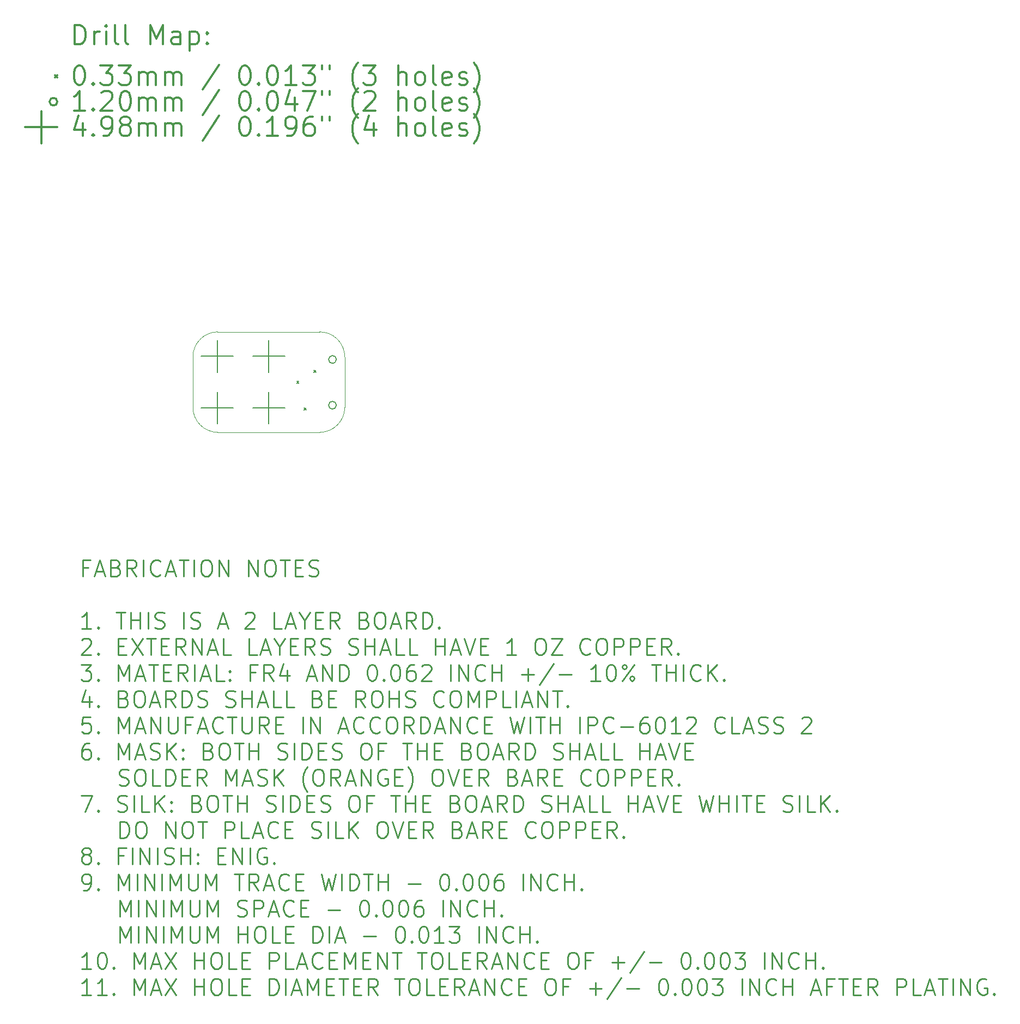
<source format=gbr>
G04 This is an RS-274x file exported by *
G04 gerbv version 2.6.0 *
G04 More information is available about gerbv at *
G04 http://gerbv.gpleda.org/ *
G04 --End of header info--*
%MOIN*%
%FSLAX34Y34*%
%IPPOS*%
G04 --Define apertures--*
%ADD10C,0.0050*%
%ADD11C,0.0079*%
%ADD12C,0.0118*%
%ADD13C,0.0138*%
%ADD14C,0.0016*%
%ADD15C,0.0100*%
G04 --Start main section--*
G54D11*
G01X0014647Y-022421D02*
G01X0014777Y-022551D01*
G01X0014777Y-022421D02*
G01X0014647Y-022551D01*
G01X0015083Y-024043D02*
G01X0015213Y-024173D01*
G01X0015213Y-024043D02*
G01X0015083Y-024173D01*
G01X0015707Y-021745D02*
G01X0015837Y-021875D01*
G01X0015837Y-021745D02*
G01X0015707Y-021875D01*
G01X0017069Y-021097D02*
G75*
G03X0017069Y-021097I-000236J0000000D01*
G01X0017069Y-023892D02*
G75*
G03X0017069Y-023892I-000236J0000000D01*
G01X0009790Y-019924D02*
G01X0009790Y-021885D01*
G01X0008810Y-020904D02*
G01X0010771Y-020904D01*
G01X0009790Y-023074D02*
G01X0009790Y-025034D01*
G01X0008810Y-024054D02*
G01X0010771Y-024054D01*
G01X0012940Y-019924D02*
G01X0012940Y-021885D01*
G01X0011960Y-020904D02*
G01X0013920Y-020904D01*
G01X0012940Y-023074D02*
G01X0012940Y-025034D01*
G01X0011960Y-024054D02*
G01X0013920Y-024054D01*
G54D12*
G01X0001069Y-001834D02*
G01X0001069Y-000652D01*
G01X0001069Y-000652D02*
G01X0001350Y-000652D01*
G01X0001350Y-000652D02*
G01X0001519Y-000709D01*
G01X0001519Y-000709D02*
G01X0001631Y-000821D01*
G01X0001631Y-000821D02*
G01X0001687Y-000934D01*
G01X0001687Y-000934D02*
G01X0001744Y-001159D01*
G01X0001744Y-001159D02*
G01X0001744Y-001327D01*
G01X0001744Y-001327D02*
G01X0001687Y-001552D01*
G01X0001687Y-001552D02*
G01X0001631Y-001665D01*
G01X0001631Y-001665D02*
G01X0001519Y-001777D01*
G01X0001519Y-001777D02*
G01X0001350Y-001834D01*
G01X0001350Y-001834D02*
G01X0001069Y-001834D01*
G01X0002250Y-001834D02*
G01X0002250Y-001046D01*
G01X0002250Y-001271D02*
G01X0002306Y-001159D01*
G01X0002306Y-001159D02*
G01X0002362Y-001102D01*
G01X0002362Y-001102D02*
G01X0002475Y-001046D01*
G01X0002475Y-001046D02*
G01X0002587Y-001046D01*
G01X0002981Y-001834D02*
G01X0002981Y-001046D01*
G01X0002981Y-000652D02*
G01X0002925Y-000709D01*
G01X0002925Y-000709D02*
G01X0002981Y-000765D01*
G01X0002981Y-000765D02*
G01X0003037Y-000709D01*
G01X0003037Y-000709D02*
G01X0002981Y-000652D01*
G01X0002981Y-000652D02*
G01X0002981Y-000765D01*
G01X0003712Y-001834D02*
G01X0003600Y-001777D01*
G01X0003600Y-001777D02*
G01X0003543Y-001665D01*
G01X0003543Y-001665D02*
G01X0003543Y-000652D01*
G01X0004331Y-001834D02*
G01X0004218Y-001777D01*
G01X0004218Y-001777D02*
G01X0004162Y-001665D01*
G01X0004162Y-001665D02*
G01X0004162Y-000652D01*
G01X0005681Y-001834D02*
G01X0005681Y-000652D01*
G01X0005681Y-000652D02*
G01X0006074Y-001496D01*
G01X0006074Y-001496D02*
G01X0006468Y-000652D01*
G01X0006468Y-000652D02*
G01X0006468Y-001834D01*
G01X0007537Y-001834D02*
G01X0007537Y-001215D01*
G01X0007537Y-001215D02*
G01X0007480Y-001102D01*
G01X0007480Y-001102D02*
G01X0007368Y-001046D01*
G01X0007368Y-001046D02*
G01X0007143Y-001046D01*
G01X0007143Y-001046D02*
G01X0007030Y-001102D01*
G01X0007537Y-001777D02*
G01X0007424Y-001834D01*
G01X0007424Y-001834D02*
G01X0007143Y-001834D01*
G01X0007143Y-001834D02*
G01X0007030Y-001777D01*
G01X0007030Y-001777D02*
G01X0006974Y-001665D01*
G01X0006974Y-001665D02*
G01X0006974Y-001552D01*
G01X0006974Y-001552D02*
G01X0007030Y-001440D01*
G01X0007030Y-001440D02*
G01X0007143Y-001384D01*
G01X0007143Y-001384D02*
G01X0007424Y-001384D01*
G01X0007424Y-001384D02*
G01X0007537Y-001327D01*
G01X0008099Y-001046D02*
G01X0008099Y-002227D01*
G01X0008099Y-001102D02*
G01X0008211Y-001046D01*
G01X0008211Y-001046D02*
G01X0008436Y-001046D01*
G01X0008436Y-001046D02*
G01X0008549Y-001102D01*
G01X0008549Y-001102D02*
G01X0008605Y-001159D01*
G01X0008605Y-001159D02*
G01X0008661Y-001271D01*
G01X0008661Y-001271D02*
G01X0008661Y-001609D01*
G01X0008661Y-001609D02*
G01X0008605Y-001721D01*
G01X0008605Y-001721D02*
G01X0008549Y-001777D01*
G01X0008549Y-001777D02*
G01X0008436Y-001834D01*
G01X0008436Y-001834D02*
G01X0008211Y-001834D01*
G01X0008211Y-001834D02*
G01X0008099Y-001777D01*
G01X0009168Y-001721D02*
G01X0009224Y-001777D01*
G01X0009224Y-001777D02*
G01X0009168Y-001834D01*
G01X0009168Y-001834D02*
G01X0009111Y-001777D01*
G01X0009111Y-001777D02*
G01X0009168Y-001721D01*
G01X0009168Y-001721D02*
G01X0009168Y-001834D01*
G01X0009168Y-001102D02*
G01X0009224Y-001159D01*
G01X0009224Y-001159D02*
G01X0009168Y-001215D01*
G01X0009168Y-001215D02*
G01X0009111Y-001159D01*
G01X0009111Y-001159D02*
G01X0009168Y-001102D01*
G01X0009168Y-001102D02*
G01X0009168Y-001215D01*
G01X-000130Y-003715D02*
G01X0000000Y-003845D01*
G01X0000000Y-003715D02*
G01X-000130Y-003845D01*
G01X0001294Y-003133D02*
G01X0001406Y-003133D01*
G01X0001406Y-003133D02*
G01X0001519Y-003189D01*
G01X0001519Y-003189D02*
G01X0001575Y-003245D01*
G01X0001575Y-003245D02*
G01X0001631Y-003358D01*
G01X0001631Y-003358D02*
G01X0001687Y-003583D01*
G01X0001687Y-003583D02*
G01X0001687Y-003864D01*
G01X0001687Y-003864D02*
G01X0001631Y-004089D01*
G01X0001631Y-004089D02*
G01X0001575Y-004201D01*
G01X0001575Y-004201D02*
G01X0001519Y-004258D01*
G01X0001519Y-004258D02*
G01X0001406Y-004314D01*
G01X0001406Y-004314D02*
G01X0001294Y-004314D01*
G01X0001294Y-004314D02*
G01X0001181Y-004258D01*
G01X0001181Y-004258D02*
G01X0001125Y-004201D01*
G01X0001125Y-004201D02*
G01X0001069Y-004089D01*
G01X0001069Y-004089D02*
G01X0001012Y-003864D01*
G01X0001012Y-003864D02*
G01X0001012Y-003583D01*
G01X0001012Y-003583D02*
G01X0001069Y-003358D01*
G01X0001069Y-003358D02*
G01X0001125Y-003245D01*
G01X0001125Y-003245D02*
G01X0001181Y-003189D01*
G01X0001181Y-003189D02*
G01X0001294Y-003133D01*
G01X0002193Y-004201D02*
G01X0002250Y-004258D01*
G01X0002250Y-004258D02*
G01X0002193Y-004314D01*
G01X0002193Y-004314D02*
G01X0002137Y-004258D01*
G01X0002137Y-004258D02*
G01X0002193Y-004201D01*
G01X0002193Y-004201D02*
G01X0002193Y-004314D01*
G01X0002643Y-003133D02*
G01X0003375Y-003133D01*
G01X0003375Y-003133D02*
G01X0002981Y-003583D01*
G01X0002981Y-003583D02*
G01X0003150Y-003583D01*
G01X0003150Y-003583D02*
G01X0003262Y-003639D01*
G01X0003262Y-003639D02*
G01X0003318Y-003695D01*
G01X0003318Y-003695D02*
G01X0003375Y-003808D01*
G01X0003375Y-003808D02*
G01X0003375Y-004089D01*
G01X0003375Y-004089D02*
G01X0003318Y-004201D01*
G01X0003318Y-004201D02*
G01X0003262Y-004258D01*
G01X0003262Y-004258D02*
G01X0003150Y-004314D01*
G01X0003150Y-004314D02*
G01X0002812Y-004314D01*
G01X0002812Y-004314D02*
G01X0002700Y-004258D01*
G01X0002700Y-004258D02*
G01X0002643Y-004201D01*
G01X0003768Y-003133D02*
G01X0004499Y-003133D01*
G01X0004499Y-003133D02*
G01X0004106Y-003583D01*
G01X0004106Y-003583D02*
G01X0004274Y-003583D01*
G01X0004274Y-003583D02*
G01X0004387Y-003639D01*
G01X0004387Y-003639D02*
G01X0004443Y-003695D01*
G01X0004443Y-003695D02*
G01X0004499Y-003808D01*
G01X0004499Y-003808D02*
G01X0004499Y-004089D01*
G01X0004499Y-004089D02*
G01X0004443Y-004201D01*
G01X0004443Y-004201D02*
G01X0004387Y-004258D01*
G01X0004387Y-004258D02*
G01X0004274Y-004314D01*
G01X0004274Y-004314D02*
G01X0003937Y-004314D01*
G01X0003937Y-004314D02*
G01X0003825Y-004258D01*
G01X0003825Y-004258D02*
G01X0003768Y-004201D01*
G01X0005006Y-004314D02*
G01X0005006Y-003526D01*
G01X0005006Y-003639D02*
G01X0005062Y-003583D01*
G01X0005062Y-003583D02*
G01X0005174Y-003526D01*
G01X0005174Y-003526D02*
G01X0005343Y-003526D01*
G01X0005343Y-003526D02*
G01X0005456Y-003583D01*
G01X0005456Y-003583D02*
G01X0005512Y-003695D01*
G01X0005512Y-003695D02*
G01X0005512Y-004314D01*
G01X0005512Y-003695D02*
G01X0005568Y-003583D01*
G01X0005568Y-003583D02*
G01X0005681Y-003526D01*
G01X0005681Y-003526D02*
G01X0005849Y-003526D01*
G01X0005849Y-003526D02*
G01X0005962Y-003583D01*
G01X0005962Y-003583D02*
G01X0006018Y-003695D01*
G01X0006018Y-003695D02*
G01X0006018Y-004314D01*
G01X0006580Y-004314D02*
G01X0006580Y-003526D01*
G01X0006580Y-003639D02*
G01X0006637Y-003583D01*
G01X0006637Y-003583D02*
G01X0006749Y-003526D01*
G01X0006749Y-003526D02*
G01X0006918Y-003526D01*
G01X0006918Y-003526D02*
G01X0007030Y-003583D01*
G01X0007030Y-003583D02*
G01X0007087Y-003695D01*
G01X0007087Y-003695D02*
G01X0007087Y-004314D01*
G01X0007087Y-003695D02*
G01X0007143Y-003583D01*
G01X0007143Y-003583D02*
G01X0007255Y-003526D01*
G01X0007255Y-003526D02*
G01X0007424Y-003526D01*
G01X0007424Y-003526D02*
G01X0007537Y-003583D01*
G01X0007537Y-003583D02*
G01X0007593Y-003695D01*
G01X0007593Y-003695D02*
G01X0007593Y-004314D01*
G01X0009899Y-003076D02*
G01X0008886Y-004595D01*
G01X0011417Y-003133D02*
G01X0011530Y-003133D01*
G01X0011530Y-003133D02*
G01X0011642Y-003189D01*
G01X0011642Y-003189D02*
G01X0011699Y-003245D01*
G01X0011699Y-003245D02*
G01X0011755Y-003358D01*
G01X0011755Y-003358D02*
G01X0011811Y-003583D01*
G01X0011811Y-003583D02*
G01X0011811Y-003864D01*
G01X0011811Y-003864D02*
G01X0011755Y-004089D01*
G01X0011755Y-004089D02*
G01X0011699Y-004201D01*
G01X0011699Y-004201D02*
G01X0011642Y-004258D01*
G01X0011642Y-004258D02*
G01X0011530Y-004314D01*
G01X0011530Y-004314D02*
G01X0011417Y-004314D01*
G01X0011417Y-004314D02*
G01X0011305Y-004258D01*
G01X0011305Y-004258D02*
G01X0011249Y-004201D01*
G01X0011249Y-004201D02*
G01X0011192Y-004089D01*
G01X0011192Y-004089D02*
G01X0011136Y-003864D01*
G01X0011136Y-003864D02*
G01X0011136Y-003583D01*
G01X0011136Y-003583D02*
G01X0011192Y-003358D01*
G01X0011192Y-003358D02*
G01X0011249Y-003245D01*
G01X0011249Y-003245D02*
G01X0011305Y-003189D01*
G01X0011305Y-003189D02*
G01X0011417Y-003133D01*
G01X0012317Y-004201D02*
G01X0012373Y-004258D01*
G01X0012373Y-004258D02*
G01X0012317Y-004314D01*
G01X0012317Y-004314D02*
G01X0012261Y-004258D01*
G01X0012261Y-004258D02*
G01X0012317Y-004201D01*
G01X0012317Y-004201D02*
G01X0012317Y-004314D01*
G01X0013105Y-003133D02*
G01X0013217Y-003133D01*
G01X0013217Y-003133D02*
G01X0013330Y-003189D01*
G01X0013330Y-003189D02*
G01X0013386Y-003245D01*
G01X0013386Y-003245D02*
G01X0013442Y-003358D01*
G01X0013442Y-003358D02*
G01X0013498Y-003583D01*
G01X0013498Y-003583D02*
G01X0013498Y-003864D01*
G01X0013498Y-003864D02*
G01X0013442Y-004089D01*
G01X0013442Y-004089D02*
G01X0013386Y-004201D01*
G01X0013386Y-004201D02*
G01X0013330Y-004258D01*
G01X0013330Y-004258D02*
G01X0013217Y-004314D01*
G01X0013217Y-004314D02*
G01X0013105Y-004314D01*
G01X0013105Y-004314D02*
G01X0012992Y-004258D01*
G01X0012992Y-004258D02*
G01X0012936Y-004201D01*
G01X0012936Y-004201D02*
G01X0012880Y-004089D01*
G01X0012880Y-004089D02*
G01X0012823Y-003864D01*
G01X0012823Y-003864D02*
G01X0012823Y-003583D01*
G01X0012823Y-003583D02*
G01X0012880Y-003358D01*
G01X0012880Y-003358D02*
G01X0012936Y-003245D01*
G01X0012936Y-003245D02*
G01X0012992Y-003189D01*
G01X0012992Y-003189D02*
G01X0013105Y-003133D01*
G01X0014623Y-004314D02*
G01X0013948Y-004314D01*
G01X0014286Y-004314D02*
G01X0014286Y-003133D01*
G01X0014286Y-003133D02*
G01X0014173Y-003301D01*
G01X0014173Y-003301D02*
G01X0014061Y-003414D01*
G01X0014061Y-003414D02*
G01X0013948Y-003470D01*
G01X0015017Y-003133D02*
G01X0015748Y-003133D01*
G01X0015748Y-003133D02*
G01X0015354Y-003583D01*
G01X0015354Y-003583D02*
G01X0015523Y-003583D01*
G01X0015523Y-003583D02*
G01X0015636Y-003639D01*
G01X0015636Y-003639D02*
G01X0015692Y-003695D01*
G01X0015692Y-003695D02*
G01X0015748Y-003808D01*
G01X0015748Y-003808D02*
G01X0015748Y-004089D01*
G01X0015748Y-004089D02*
G01X0015692Y-004201D01*
G01X0015692Y-004201D02*
G01X0015636Y-004258D01*
G01X0015636Y-004258D02*
G01X0015523Y-004314D01*
G01X0015523Y-004314D02*
G01X0015186Y-004314D01*
G01X0015186Y-004314D02*
G01X0015073Y-004258D01*
G01X0015073Y-004258D02*
G01X0015017Y-004201D01*
G01X0016198Y-003133D02*
G01X0016198Y-003358D01*
G01X0016648Y-003133D02*
G01X0016648Y-003358D01*
G01X0018391Y-004764D02*
G01X0018335Y-004708D01*
G01X0018335Y-004708D02*
G01X0018223Y-004539D01*
G01X0018223Y-004539D02*
G01X0018166Y-004426D01*
G01X0018166Y-004426D02*
G01X0018110Y-004258D01*
G01X0018110Y-004258D02*
G01X0018054Y-003976D01*
G01X0018054Y-003976D02*
G01X0018054Y-003751D01*
G01X0018054Y-003751D02*
G01X0018110Y-003470D01*
G01X0018110Y-003470D02*
G01X0018166Y-003301D01*
G01X0018166Y-003301D02*
G01X0018223Y-003189D01*
G01X0018223Y-003189D02*
G01X0018335Y-003020D01*
G01X0018335Y-003020D02*
G01X0018391Y-002964D01*
G01X0018729Y-003133D02*
G01X0019460Y-003133D01*
G01X0019460Y-003133D02*
G01X0019066Y-003583D01*
G01X0019066Y-003583D02*
G01X0019235Y-003583D01*
G01X0019235Y-003583D02*
G01X0019348Y-003639D01*
G01X0019348Y-003639D02*
G01X0019404Y-003695D01*
G01X0019404Y-003695D02*
G01X0019460Y-003808D01*
G01X0019460Y-003808D02*
G01X0019460Y-004089D01*
G01X0019460Y-004089D02*
G01X0019404Y-004201D01*
G01X0019404Y-004201D02*
G01X0019348Y-004258D01*
G01X0019348Y-004258D02*
G01X0019235Y-004314D01*
G01X0019235Y-004314D02*
G01X0018898Y-004314D01*
G01X0018898Y-004314D02*
G01X0018785Y-004258D01*
G01X0018785Y-004258D02*
G01X0018729Y-004201D01*
G01X0020866Y-004314D02*
G01X0020866Y-003133D01*
G01X0021372Y-004314D02*
G01X0021372Y-003695D01*
G01X0021372Y-003695D02*
G01X0021316Y-003583D01*
G01X0021316Y-003583D02*
G01X0021204Y-003526D01*
G01X0021204Y-003526D02*
G01X0021035Y-003526D01*
G01X0021035Y-003526D02*
G01X0020922Y-003583D01*
G01X0020922Y-003583D02*
G01X0020866Y-003639D01*
G01X0022103Y-004314D02*
G01X0021991Y-004258D01*
G01X0021991Y-004258D02*
G01X0021935Y-004201D01*
G01X0021935Y-004201D02*
G01X0021879Y-004089D01*
G01X0021879Y-004089D02*
G01X0021879Y-003751D01*
G01X0021879Y-003751D02*
G01X0021935Y-003639D01*
G01X0021935Y-003639D02*
G01X0021991Y-003583D01*
G01X0021991Y-003583D02*
G01X0022103Y-003526D01*
G01X0022103Y-003526D02*
G01X0022272Y-003526D01*
G01X0022272Y-003526D02*
G01X0022385Y-003583D01*
G01X0022385Y-003583D02*
G01X0022441Y-003639D01*
G01X0022441Y-003639D02*
G01X0022497Y-003751D01*
G01X0022497Y-003751D02*
G01X0022497Y-004089D01*
G01X0022497Y-004089D02*
G01X0022441Y-004201D01*
G01X0022441Y-004201D02*
G01X0022385Y-004258D01*
G01X0022385Y-004258D02*
G01X0022272Y-004314D01*
G01X0022272Y-004314D02*
G01X0022103Y-004314D01*
G01X0023172Y-004314D02*
G01X0023060Y-004258D01*
G01X0023060Y-004258D02*
G01X0023003Y-004145D01*
G01X0023003Y-004145D02*
G01X0023003Y-003133D01*
G01X0024072Y-004258D02*
G01X0023960Y-004314D01*
G01X0023960Y-004314D02*
G01X0023735Y-004314D01*
G01X0023735Y-004314D02*
G01X0023622Y-004258D01*
G01X0023622Y-004258D02*
G01X0023566Y-004145D01*
G01X0023566Y-004145D02*
G01X0023566Y-003695D01*
G01X0023566Y-003695D02*
G01X0023622Y-003583D01*
G01X0023622Y-003583D02*
G01X0023735Y-003526D01*
G01X0023735Y-003526D02*
G01X0023960Y-003526D01*
G01X0023960Y-003526D02*
G01X0024072Y-003583D01*
G01X0024072Y-003583D02*
G01X0024128Y-003695D01*
G01X0024128Y-003695D02*
G01X0024128Y-003808D01*
G01X0024128Y-003808D02*
G01X0023566Y-003920D01*
G01X0024578Y-004258D02*
G01X0024691Y-004314D01*
G01X0024691Y-004314D02*
G01X0024916Y-004314D01*
G01X0024916Y-004314D02*
G01X0025028Y-004258D01*
G01X0025028Y-004258D02*
G01X0025084Y-004145D01*
G01X0025084Y-004145D02*
G01X0025084Y-004089D01*
G01X0025084Y-004089D02*
G01X0025028Y-003976D01*
G01X0025028Y-003976D02*
G01X0024916Y-003920D01*
G01X0024916Y-003920D02*
G01X0024747Y-003920D01*
G01X0024747Y-003920D02*
G01X0024634Y-003864D01*
G01X0024634Y-003864D02*
G01X0024578Y-003751D01*
G01X0024578Y-003751D02*
G01X0024578Y-003695D01*
G01X0024578Y-003695D02*
G01X0024634Y-003583D01*
G01X0024634Y-003583D02*
G01X0024747Y-003526D01*
G01X0024747Y-003526D02*
G01X0024916Y-003526D01*
G01X0024916Y-003526D02*
G01X0025028Y-003583D01*
G01X0025478Y-004764D02*
G01X0025534Y-004708D01*
G01X0025534Y-004708D02*
G01X0025647Y-004539D01*
G01X0025647Y-004539D02*
G01X0025703Y-004426D01*
G01X0025703Y-004426D02*
G01X0025759Y-004258D01*
G01X0025759Y-004258D02*
G01X0025816Y-003976D01*
G01X0025816Y-003976D02*
G01X0025816Y-003751D01*
G01X0025816Y-003751D02*
G01X0025759Y-003470D01*
G01X0025759Y-003470D02*
G01X0025703Y-003301D01*
G01X0025703Y-003301D02*
G01X0025647Y-003189D01*
G01X0025647Y-003189D02*
G01X0025534Y-003020D01*
G01X0025534Y-003020D02*
G01X0025478Y-002964D01*
G01X0000000Y-005339D02*
G75*
G03X0000000Y-005339I-000236J0000000D01*
G01X0001687Y-005873D02*
G01X0001012Y-005873D01*
G01X0001350Y-005873D02*
G01X0001350Y-004692D01*
G01X0001350Y-004692D02*
G01X0001237Y-004861D01*
G01X0001237Y-004861D02*
G01X0001125Y-004973D01*
G01X0001125Y-004973D02*
G01X0001012Y-005029D01*
G01X0002193Y-005760D02*
G01X0002250Y-005817D01*
G01X0002250Y-005817D02*
G01X0002193Y-005873D01*
G01X0002193Y-005873D02*
G01X0002137Y-005817D01*
G01X0002137Y-005817D02*
G01X0002193Y-005760D01*
G01X0002193Y-005760D02*
G01X0002193Y-005873D01*
G01X0002700Y-004804D02*
G01X0002756Y-004748D01*
G01X0002756Y-004748D02*
G01X0002868Y-004692D01*
G01X0002868Y-004692D02*
G01X0003150Y-004692D01*
G01X0003150Y-004692D02*
G01X0003262Y-004748D01*
G01X0003262Y-004748D02*
G01X0003318Y-004804D01*
G01X0003318Y-004804D02*
G01X0003375Y-004917D01*
G01X0003375Y-004917D02*
G01X0003375Y-005029D01*
G01X0003375Y-005029D02*
G01X0003318Y-005198D01*
G01X0003318Y-005198D02*
G01X0002643Y-005873D01*
G01X0002643Y-005873D02*
G01X0003375Y-005873D01*
G01X0004106Y-004692D02*
G01X0004218Y-004692D01*
G01X0004218Y-004692D02*
G01X0004331Y-004748D01*
G01X0004331Y-004748D02*
G01X0004387Y-004804D01*
G01X0004387Y-004804D02*
G01X0004443Y-004917D01*
G01X0004443Y-004917D02*
G01X0004499Y-005142D01*
G01X0004499Y-005142D02*
G01X0004499Y-005423D01*
G01X0004499Y-005423D02*
G01X0004443Y-005648D01*
G01X0004443Y-005648D02*
G01X0004387Y-005760D01*
G01X0004387Y-005760D02*
G01X0004331Y-005817D01*
G01X0004331Y-005817D02*
G01X0004218Y-005873D01*
G01X0004218Y-005873D02*
G01X0004106Y-005873D01*
G01X0004106Y-005873D02*
G01X0003993Y-005817D01*
G01X0003993Y-005817D02*
G01X0003937Y-005760D01*
G01X0003937Y-005760D02*
G01X0003881Y-005648D01*
G01X0003881Y-005648D02*
G01X0003825Y-005423D01*
G01X0003825Y-005423D02*
G01X0003825Y-005142D01*
G01X0003825Y-005142D02*
G01X0003881Y-004917D01*
G01X0003881Y-004917D02*
G01X0003937Y-004804D01*
G01X0003937Y-004804D02*
G01X0003993Y-004748D01*
G01X0003993Y-004748D02*
G01X0004106Y-004692D01*
G01X0005006Y-005873D02*
G01X0005006Y-005085D01*
G01X0005006Y-005198D02*
G01X0005062Y-005142D01*
G01X0005062Y-005142D02*
G01X0005174Y-005085D01*
G01X0005174Y-005085D02*
G01X0005343Y-005085D01*
G01X0005343Y-005085D02*
G01X0005456Y-005142D01*
G01X0005456Y-005142D02*
G01X0005512Y-005254D01*
G01X0005512Y-005254D02*
G01X0005512Y-005873D01*
G01X0005512Y-005254D02*
G01X0005568Y-005142D01*
G01X0005568Y-005142D02*
G01X0005681Y-005085D01*
G01X0005681Y-005085D02*
G01X0005849Y-005085D01*
G01X0005849Y-005085D02*
G01X0005962Y-005142D01*
G01X0005962Y-005142D02*
G01X0006018Y-005254D01*
G01X0006018Y-005254D02*
G01X0006018Y-005873D01*
G01X0006580Y-005873D02*
G01X0006580Y-005085D01*
G01X0006580Y-005198D02*
G01X0006637Y-005142D01*
G01X0006637Y-005142D02*
G01X0006749Y-005085D01*
G01X0006749Y-005085D02*
G01X0006918Y-005085D01*
G01X0006918Y-005085D02*
G01X0007030Y-005142D01*
G01X0007030Y-005142D02*
G01X0007087Y-005254D01*
G01X0007087Y-005254D02*
G01X0007087Y-005873D01*
G01X0007087Y-005254D02*
G01X0007143Y-005142D01*
G01X0007143Y-005142D02*
G01X0007255Y-005085D01*
G01X0007255Y-005085D02*
G01X0007424Y-005085D01*
G01X0007424Y-005085D02*
G01X0007537Y-005142D01*
G01X0007537Y-005142D02*
G01X0007593Y-005254D01*
G01X0007593Y-005254D02*
G01X0007593Y-005873D01*
G01X0009899Y-004636D02*
G01X0008886Y-006154D01*
G01X0011417Y-004692D02*
G01X0011530Y-004692D01*
G01X0011530Y-004692D02*
G01X0011642Y-004748D01*
G01X0011642Y-004748D02*
G01X0011699Y-004804D01*
G01X0011699Y-004804D02*
G01X0011755Y-004917D01*
G01X0011755Y-004917D02*
G01X0011811Y-005142D01*
G01X0011811Y-005142D02*
G01X0011811Y-005423D01*
G01X0011811Y-005423D02*
G01X0011755Y-005648D01*
G01X0011755Y-005648D02*
G01X0011699Y-005760D01*
G01X0011699Y-005760D02*
G01X0011642Y-005817D01*
G01X0011642Y-005817D02*
G01X0011530Y-005873D01*
G01X0011530Y-005873D02*
G01X0011417Y-005873D01*
G01X0011417Y-005873D02*
G01X0011305Y-005817D01*
G01X0011305Y-005817D02*
G01X0011249Y-005760D01*
G01X0011249Y-005760D02*
G01X0011192Y-005648D01*
G01X0011192Y-005648D02*
G01X0011136Y-005423D01*
G01X0011136Y-005423D02*
G01X0011136Y-005142D01*
G01X0011136Y-005142D02*
G01X0011192Y-004917D01*
G01X0011192Y-004917D02*
G01X0011249Y-004804D01*
G01X0011249Y-004804D02*
G01X0011305Y-004748D01*
G01X0011305Y-004748D02*
G01X0011417Y-004692D01*
G01X0012317Y-005760D02*
G01X0012373Y-005817D01*
G01X0012373Y-005817D02*
G01X0012317Y-005873D01*
G01X0012317Y-005873D02*
G01X0012261Y-005817D01*
G01X0012261Y-005817D02*
G01X0012317Y-005760D01*
G01X0012317Y-005760D02*
G01X0012317Y-005873D01*
G01X0013105Y-004692D02*
G01X0013217Y-004692D01*
G01X0013217Y-004692D02*
G01X0013330Y-004748D01*
G01X0013330Y-004748D02*
G01X0013386Y-004804D01*
G01X0013386Y-004804D02*
G01X0013442Y-004917D01*
G01X0013442Y-004917D02*
G01X0013498Y-005142D01*
G01X0013498Y-005142D02*
G01X0013498Y-005423D01*
G01X0013498Y-005423D02*
G01X0013442Y-005648D01*
G01X0013442Y-005648D02*
G01X0013386Y-005760D01*
G01X0013386Y-005760D02*
G01X0013330Y-005817D01*
G01X0013330Y-005817D02*
G01X0013217Y-005873D01*
G01X0013217Y-005873D02*
G01X0013105Y-005873D01*
G01X0013105Y-005873D02*
G01X0012992Y-005817D01*
G01X0012992Y-005817D02*
G01X0012936Y-005760D01*
G01X0012936Y-005760D02*
G01X0012880Y-005648D01*
G01X0012880Y-005648D02*
G01X0012823Y-005423D01*
G01X0012823Y-005423D02*
G01X0012823Y-005142D01*
G01X0012823Y-005142D02*
G01X0012880Y-004917D01*
G01X0012880Y-004917D02*
G01X0012936Y-004804D01*
G01X0012936Y-004804D02*
G01X0012992Y-004748D01*
G01X0012992Y-004748D02*
G01X0013105Y-004692D01*
G01X0014511Y-005085D02*
G01X0014511Y-005873D01*
G01X0014229Y-004636D02*
G01X0013948Y-005479D01*
G01X0013948Y-005479D02*
G01X0014679Y-005479D01*
G01X0015017Y-004692D02*
G01X0015804Y-004692D01*
G01X0015804Y-004692D02*
G01X0015298Y-005873D01*
G01X0016198Y-004692D02*
G01X0016198Y-004917D01*
G01X0016648Y-004692D02*
G01X0016648Y-004917D01*
G01X0018391Y-006323D02*
G01X0018335Y-006267D01*
G01X0018335Y-006267D02*
G01X0018223Y-006098D01*
G01X0018223Y-006098D02*
G01X0018166Y-005985D01*
G01X0018166Y-005985D02*
G01X0018110Y-005817D01*
G01X0018110Y-005817D02*
G01X0018054Y-005535D01*
G01X0018054Y-005535D02*
G01X0018054Y-005310D01*
G01X0018054Y-005310D02*
G01X0018110Y-005029D01*
G01X0018110Y-005029D02*
G01X0018166Y-004861D01*
G01X0018166Y-004861D02*
G01X0018223Y-004748D01*
G01X0018223Y-004748D02*
G01X0018335Y-004579D01*
G01X0018335Y-004579D02*
G01X0018391Y-004523D01*
G01X0018785Y-004804D02*
G01X0018841Y-004748D01*
G01X0018841Y-004748D02*
G01X0018954Y-004692D01*
G01X0018954Y-004692D02*
G01X0019235Y-004692D01*
G01X0019235Y-004692D02*
G01X0019348Y-004748D01*
G01X0019348Y-004748D02*
G01X0019404Y-004804D01*
G01X0019404Y-004804D02*
G01X0019460Y-004917D01*
G01X0019460Y-004917D02*
G01X0019460Y-005029D01*
G01X0019460Y-005029D02*
G01X0019404Y-005198D01*
G01X0019404Y-005198D02*
G01X0018729Y-005873D01*
G01X0018729Y-005873D02*
G01X0019460Y-005873D01*
G01X0020866Y-005873D02*
G01X0020866Y-004692D01*
G01X0021372Y-005873D02*
G01X0021372Y-005254D01*
G01X0021372Y-005254D02*
G01X0021316Y-005142D01*
G01X0021316Y-005142D02*
G01X0021204Y-005085D01*
G01X0021204Y-005085D02*
G01X0021035Y-005085D01*
G01X0021035Y-005085D02*
G01X0020922Y-005142D01*
G01X0020922Y-005142D02*
G01X0020866Y-005198D01*
G01X0022103Y-005873D02*
G01X0021991Y-005817D01*
G01X0021991Y-005817D02*
G01X0021935Y-005760D01*
G01X0021935Y-005760D02*
G01X0021879Y-005648D01*
G01X0021879Y-005648D02*
G01X0021879Y-005310D01*
G01X0021879Y-005310D02*
G01X0021935Y-005198D01*
G01X0021935Y-005198D02*
G01X0021991Y-005142D01*
G01X0021991Y-005142D02*
G01X0022103Y-005085D01*
G01X0022103Y-005085D02*
G01X0022272Y-005085D01*
G01X0022272Y-005085D02*
G01X0022385Y-005142D01*
G01X0022385Y-005142D02*
G01X0022441Y-005198D01*
G01X0022441Y-005198D02*
G01X0022497Y-005310D01*
G01X0022497Y-005310D02*
G01X0022497Y-005648D01*
G01X0022497Y-005648D02*
G01X0022441Y-005760D01*
G01X0022441Y-005760D02*
G01X0022385Y-005817D01*
G01X0022385Y-005817D02*
G01X0022272Y-005873D01*
G01X0022272Y-005873D02*
G01X0022103Y-005873D01*
G01X0023172Y-005873D02*
G01X0023060Y-005817D01*
G01X0023060Y-005817D02*
G01X0023003Y-005704D01*
G01X0023003Y-005704D02*
G01X0023003Y-004692D01*
G01X0024072Y-005817D02*
G01X0023960Y-005873D01*
G01X0023960Y-005873D02*
G01X0023735Y-005873D01*
G01X0023735Y-005873D02*
G01X0023622Y-005817D01*
G01X0023622Y-005817D02*
G01X0023566Y-005704D01*
G01X0023566Y-005704D02*
G01X0023566Y-005254D01*
G01X0023566Y-005254D02*
G01X0023622Y-005142D01*
G01X0023622Y-005142D02*
G01X0023735Y-005085D01*
G01X0023735Y-005085D02*
G01X0023960Y-005085D01*
G01X0023960Y-005085D02*
G01X0024072Y-005142D01*
G01X0024072Y-005142D02*
G01X0024128Y-005254D01*
G01X0024128Y-005254D02*
G01X0024128Y-005367D01*
G01X0024128Y-005367D02*
G01X0023566Y-005479D01*
G01X0024578Y-005817D02*
G01X0024691Y-005873D01*
G01X0024691Y-005873D02*
G01X0024916Y-005873D01*
G01X0024916Y-005873D02*
G01X0025028Y-005817D01*
G01X0025028Y-005817D02*
G01X0025084Y-005704D01*
G01X0025084Y-005704D02*
G01X0025084Y-005648D01*
G01X0025084Y-005648D02*
G01X0025028Y-005535D01*
G01X0025028Y-005535D02*
G01X0024916Y-005479D01*
G01X0024916Y-005479D02*
G01X0024747Y-005479D01*
G01X0024747Y-005479D02*
G01X0024634Y-005423D01*
G01X0024634Y-005423D02*
G01X0024578Y-005310D01*
G01X0024578Y-005310D02*
G01X0024578Y-005254D01*
G01X0024578Y-005254D02*
G01X0024634Y-005142D01*
G01X0024634Y-005142D02*
G01X0024747Y-005085D01*
G01X0024747Y-005085D02*
G01X0024916Y-005085D01*
G01X0024916Y-005085D02*
G01X0025028Y-005142D01*
G01X0025478Y-006323D02*
G01X0025534Y-006267D01*
G01X0025534Y-006267D02*
G01X0025647Y-006098D01*
G01X0025647Y-006098D02*
G01X0025703Y-005985D01*
G01X0025703Y-005985D02*
G01X0025759Y-005817D01*
G01X0025759Y-005817D02*
G01X0025816Y-005535D01*
G01X0025816Y-005535D02*
G01X0025816Y-005310D01*
G01X0025816Y-005310D02*
G01X0025759Y-005029D01*
G01X0025759Y-005029D02*
G01X0025703Y-004861D01*
G01X0025703Y-004861D02*
G01X0025647Y-004748D01*
G01X0025647Y-004748D02*
G01X0025534Y-004579D01*
G01X0025534Y-004579D02*
G01X0025478Y-004523D01*
G01X-000980Y-005917D02*
G01X-000980Y-007878D01*
G01X-001961Y-006898D02*
G01X0000000Y-006898D01*
G01X0001575Y-006645D02*
G01X0001575Y-007432D01*
G01X0001294Y-006195D02*
G01X0001012Y-007038D01*
G01X0001012Y-007038D02*
G01X0001744Y-007038D01*
G01X0002193Y-007319D02*
G01X0002250Y-007376D01*
G01X0002250Y-007376D02*
G01X0002193Y-007432D01*
G01X0002193Y-007432D02*
G01X0002137Y-007376D01*
G01X0002137Y-007376D02*
G01X0002193Y-007319D01*
G01X0002193Y-007319D02*
G01X0002193Y-007432D01*
G01X0002812Y-007432D02*
G01X0003037Y-007432D01*
G01X0003037Y-007432D02*
G01X0003150Y-007376D01*
G01X0003150Y-007376D02*
G01X0003206Y-007319D01*
G01X0003206Y-007319D02*
G01X0003318Y-007151D01*
G01X0003318Y-007151D02*
G01X0003375Y-006926D01*
G01X0003375Y-006926D02*
G01X0003375Y-006476D01*
G01X0003375Y-006476D02*
G01X0003318Y-006363D01*
G01X0003318Y-006363D02*
G01X0003262Y-006307D01*
G01X0003262Y-006307D02*
G01X0003150Y-006251D01*
G01X0003150Y-006251D02*
G01X0002925Y-006251D01*
G01X0002925Y-006251D02*
G01X0002812Y-006307D01*
G01X0002812Y-006307D02*
G01X0002756Y-006363D01*
G01X0002756Y-006363D02*
G01X0002700Y-006476D01*
G01X0002700Y-006476D02*
G01X0002700Y-006757D01*
G01X0002700Y-006757D02*
G01X0002756Y-006870D01*
G01X0002756Y-006870D02*
G01X0002812Y-006926D01*
G01X0002812Y-006926D02*
G01X0002925Y-006982D01*
G01X0002925Y-006982D02*
G01X0003150Y-006982D01*
G01X0003150Y-006982D02*
G01X0003262Y-006926D01*
G01X0003262Y-006926D02*
G01X0003318Y-006870D01*
G01X0003318Y-006870D02*
G01X0003375Y-006757D01*
G01X0004049Y-006757D02*
G01X0003937Y-006701D01*
G01X0003937Y-006701D02*
G01X0003881Y-006645D01*
G01X0003881Y-006645D02*
G01X0003825Y-006532D01*
G01X0003825Y-006532D02*
G01X0003825Y-006476D01*
G01X0003825Y-006476D02*
G01X0003881Y-006363D01*
G01X0003881Y-006363D02*
G01X0003937Y-006307D01*
G01X0003937Y-006307D02*
G01X0004049Y-006251D01*
G01X0004049Y-006251D02*
G01X0004274Y-006251D01*
G01X0004274Y-006251D02*
G01X0004387Y-006307D01*
G01X0004387Y-006307D02*
G01X0004443Y-006363D01*
G01X0004443Y-006363D02*
G01X0004499Y-006476D01*
G01X0004499Y-006476D02*
G01X0004499Y-006532D01*
G01X0004499Y-006532D02*
G01X0004443Y-006645D01*
G01X0004443Y-006645D02*
G01X0004387Y-006701D01*
G01X0004387Y-006701D02*
G01X0004274Y-006757D01*
G01X0004274Y-006757D02*
G01X0004049Y-006757D01*
G01X0004049Y-006757D02*
G01X0003937Y-006813D01*
G01X0003937Y-006813D02*
G01X0003881Y-006870D01*
G01X0003881Y-006870D02*
G01X0003825Y-006982D01*
G01X0003825Y-006982D02*
G01X0003825Y-007207D01*
G01X0003825Y-007207D02*
G01X0003881Y-007319D01*
G01X0003881Y-007319D02*
G01X0003937Y-007376D01*
G01X0003937Y-007376D02*
G01X0004049Y-007432D01*
G01X0004049Y-007432D02*
G01X0004274Y-007432D01*
G01X0004274Y-007432D02*
G01X0004387Y-007376D01*
G01X0004387Y-007376D02*
G01X0004443Y-007319D01*
G01X0004443Y-007319D02*
G01X0004499Y-007207D01*
G01X0004499Y-007207D02*
G01X0004499Y-006982D01*
G01X0004499Y-006982D02*
G01X0004443Y-006870D01*
G01X0004443Y-006870D02*
G01X0004387Y-006813D01*
G01X0004387Y-006813D02*
G01X0004274Y-006757D01*
G01X0005006Y-007432D02*
G01X0005006Y-006645D01*
G01X0005006Y-006757D02*
G01X0005062Y-006701D01*
G01X0005062Y-006701D02*
G01X0005174Y-006645D01*
G01X0005174Y-006645D02*
G01X0005343Y-006645D01*
G01X0005343Y-006645D02*
G01X0005456Y-006701D01*
G01X0005456Y-006701D02*
G01X0005512Y-006813D01*
G01X0005512Y-006813D02*
G01X0005512Y-007432D01*
G01X0005512Y-006813D02*
G01X0005568Y-006701D01*
G01X0005568Y-006701D02*
G01X0005681Y-006645D01*
G01X0005681Y-006645D02*
G01X0005849Y-006645D01*
G01X0005849Y-006645D02*
G01X0005962Y-006701D01*
G01X0005962Y-006701D02*
G01X0006018Y-006813D01*
G01X0006018Y-006813D02*
G01X0006018Y-007432D01*
G01X0006580Y-007432D02*
G01X0006580Y-006645D01*
G01X0006580Y-006757D02*
G01X0006637Y-006701D01*
G01X0006637Y-006701D02*
G01X0006749Y-006645D01*
G01X0006749Y-006645D02*
G01X0006918Y-006645D01*
G01X0006918Y-006645D02*
G01X0007030Y-006701D01*
G01X0007030Y-006701D02*
G01X0007087Y-006813D01*
G01X0007087Y-006813D02*
G01X0007087Y-007432D01*
G01X0007087Y-006813D02*
G01X0007143Y-006701D01*
G01X0007143Y-006701D02*
G01X0007255Y-006645D01*
G01X0007255Y-006645D02*
G01X0007424Y-006645D01*
G01X0007424Y-006645D02*
G01X0007537Y-006701D01*
G01X0007537Y-006701D02*
G01X0007593Y-006813D01*
G01X0007593Y-006813D02*
G01X0007593Y-007432D01*
G01X0009899Y-006195D02*
G01X0008886Y-007713D01*
G01X0011417Y-006251D02*
G01X0011530Y-006251D01*
G01X0011530Y-006251D02*
G01X0011642Y-006307D01*
G01X0011642Y-006307D02*
G01X0011699Y-006363D01*
G01X0011699Y-006363D02*
G01X0011755Y-006476D01*
G01X0011755Y-006476D02*
G01X0011811Y-006701D01*
G01X0011811Y-006701D02*
G01X0011811Y-006982D01*
G01X0011811Y-006982D02*
G01X0011755Y-007207D01*
G01X0011755Y-007207D02*
G01X0011699Y-007319D01*
G01X0011699Y-007319D02*
G01X0011642Y-007376D01*
G01X0011642Y-007376D02*
G01X0011530Y-007432D01*
G01X0011530Y-007432D02*
G01X0011417Y-007432D01*
G01X0011417Y-007432D02*
G01X0011305Y-007376D01*
G01X0011305Y-007376D02*
G01X0011249Y-007319D01*
G01X0011249Y-007319D02*
G01X0011192Y-007207D01*
G01X0011192Y-007207D02*
G01X0011136Y-006982D01*
G01X0011136Y-006982D02*
G01X0011136Y-006701D01*
G01X0011136Y-006701D02*
G01X0011192Y-006476D01*
G01X0011192Y-006476D02*
G01X0011249Y-006363D01*
G01X0011249Y-006363D02*
G01X0011305Y-006307D01*
G01X0011305Y-006307D02*
G01X0011417Y-006251D01*
G01X0012317Y-007319D02*
G01X0012373Y-007376D01*
G01X0012373Y-007376D02*
G01X0012317Y-007432D01*
G01X0012317Y-007432D02*
G01X0012261Y-007376D01*
G01X0012261Y-007376D02*
G01X0012317Y-007319D01*
G01X0012317Y-007319D02*
G01X0012317Y-007432D01*
G01X0013498Y-007432D02*
G01X0012823Y-007432D01*
G01X0013161Y-007432D02*
G01X0013161Y-006251D01*
G01X0013161Y-006251D02*
G01X0013048Y-006420D01*
G01X0013048Y-006420D02*
G01X0012936Y-006532D01*
G01X0012936Y-006532D02*
G01X0012823Y-006588D01*
G01X0014061Y-007432D02*
G01X0014286Y-007432D01*
G01X0014286Y-007432D02*
G01X0014398Y-007376D01*
G01X0014398Y-007376D02*
G01X0014454Y-007319D01*
G01X0014454Y-007319D02*
G01X0014567Y-007151D01*
G01X0014567Y-007151D02*
G01X0014623Y-006926D01*
G01X0014623Y-006926D02*
G01X0014623Y-006476D01*
G01X0014623Y-006476D02*
G01X0014567Y-006363D01*
G01X0014567Y-006363D02*
G01X0014511Y-006307D01*
G01X0014511Y-006307D02*
G01X0014398Y-006251D01*
G01X0014398Y-006251D02*
G01X0014173Y-006251D01*
G01X0014173Y-006251D02*
G01X0014061Y-006307D01*
G01X0014061Y-006307D02*
G01X0014005Y-006363D01*
G01X0014005Y-006363D02*
G01X0013948Y-006476D01*
G01X0013948Y-006476D02*
G01X0013948Y-006757D01*
G01X0013948Y-006757D02*
G01X0014005Y-006870D01*
G01X0014005Y-006870D02*
G01X0014061Y-006926D01*
G01X0014061Y-006926D02*
G01X0014173Y-006982D01*
G01X0014173Y-006982D02*
G01X0014398Y-006982D01*
G01X0014398Y-006982D02*
G01X0014511Y-006926D01*
G01X0014511Y-006926D02*
G01X0014567Y-006870D01*
G01X0014567Y-006870D02*
G01X0014623Y-006757D01*
G01X0015636Y-006251D02*
G01X0015411Y-006251D01*
G01X0015411Y-006251D02*
G01X0015298Y-006307D01*
G01X0015298Y-006307D02*
G01X0015242Y-006363D01*
G01X0015242Y-006363D02*
G01X0015129Y-006532D01*
G01X0015129Y-006532D02*
G01X0015073Y-006757D01*
G01X0015073Y-006757D02*
G01X0015073Y-007207D01*
G01X0015073Y-007207D02*
G01X0015129Y-007319D01*
G01X0015129Y-007319D02*
G01X0015186Y-007376D01*
G01X0015186Y-007376D02*
G01X0015298Y-007432D01*
G01X0015298Y-007432D02*
G01X0015523Y-007432D01*
G01X0015523Y-007432D02*
G01X0015636Y-007376D01*
G01X0015636Y-007376D02*
G01X0015692Y-007319D01*
G01X0015692Y-007319D02*
G01X0015748Y-007207D01*
G01X0015748Y-007207D02*
G01X0015748Y-006926D01*
G01X0015748Y-006926D02*
G01X0015692Y-006813D01*
G01X0015692Y-006813D02*
G01X0015636Y-006757D01*
G01X0015636Y-006757D02*
G01X0015523Y-006701D01*
G01X0015523Y-006701D02*
G01X0015298Y-006701D01*
G01X0015298Y-006701D02*
G01X0015186Y-006757D01*
G01X0015186Y-006757D02*
G01X0015129Y-006813D01*
G01X0015129Y-006813D02*
G01X0015073Y-006926D01*
G01X0016198Y-006251D02*
G01X0016198Y-006476D01*
G01X0016648Y-006251D02*
G01X0016648Y-006476D01*
G01X0018391Y-007882D02*
G01X0018335Y-007826D01*
G01X0018335Y-007826D02*
G01X0018223Y-007657D01*
G01X0018223Y-007657D02*
G01X0018166Y-007544D01*
G01X0018166Y-007544D02*
G01X0018110Y-007376D01*
G01X0018110Y-007376D02*
G01X0018054Y-007094D01*
G01X0018054Y-007094D02*
G01X0018054Y-006870D01*
G01X0018054Y-006870D02*
G01X0018110Y-006588D01*
G01X0018110Y-006588D02*
G01X0018166Y-006420D01*
G01X0018166Y-006420D02*
G01X0018223Y-006307D01*
G01X0018223Y-006307D02*
G01X0018335Y-006138D01*
G01X0018335Y-006138D02*
G01X0018391Y-006082D01*
G01X0019348Y-006645D02*
G01X0019348Y-007432D01*
G01X0019066Y-006195D02*
G01X0018785Y-007038D01*
G01X0018785Y-007038D02*
G01X0019516Y-007038D01*
G01X0020866Y-007432D02*
G01X0020866Y-006251D01*
G01X0021372Y-007432D02*
G01X0021372Y-006813D01*
G01X0021372Y-006813D02*
G01X0021316Y-006701D01*
G01X0021316Y-006701D02*
G01X0021204Y-006645D01*
G01X0021204Y-006645D02*
G01X0021035Y-006645D01*
G01X0021035Y-006645D02*
G01X0020922Y-006701D01*
G01X0020922Y-006701D02*
G01X0020866Y-006757D01*
G01X0022103Y-007432D02*
G01X0021991Y-007376D01*
G01X0021991Y-007376D02*
G01X0021935Y-007319D01*
G01X0021935Y-007319D02*
G01X0021879Y-007207D01*
G01X0021879Y-007207D02*
G01X0021879Y-006870D01*
G01X0021879Y-006870D02*
G01X0021935Y-006757D01*
G01X0021935Y-006757D02*
G01X0021991Y-006701D01*
G01X0021991Y-006701D02*
G01X0022103Y-006645D01*
G01X0022103Y-006645D02*
G01X0022272Y-006645D01*
G01X0022272Y-006645D02*
G01X0022385Y-006701D01*
G01X0022385Y-006701D02*
G01X0022441Y-006757D01*
G01X0022441Y-006757D02*
G01X0022497Y-006870D01*
G01X0022497Y-006870D02*
G01X0022497Y-007207D01*
G01X0022497Y-007207D02*
G01X0022441Y-007319D01*
G01X0022441Y-007319D02*
G01X0022385Y-007376D01*
G01X0022385Y-007376D02*
G01X0022272Y-007432D01*
G01X0022272Y-007432D02*
G01X0022103Y-007432D01*
G01X0023172Y-007432D02*
G01X0023060Y-007376D01*
G01X0023060Y-007376D02*
G01X0023003Y-007263D01*
G01X0023003Y-007263D02*
G01X0023003Y-006251D01*
G01X0024072Y-007376D02*
G01X0023960Y-007432D01*
G01X0023960Y-007432D02*
G01X0023735Y-007432D01*
G01X0023735Y-007432D02*
G01X0023622Y-007376D01*
G01X0023622Y-007376D02*
G01X0023566Y-007263D01*
G01X0023566Y-007263D02*
G01X0023566Y-006813D01*
G01X0023566Y-006813D02*
G01X0023622Y-006701D01*
G01X0023622Y-006701D02*
G01X0023735Y-006645D01*
G01X0023735Y-006645D02*
G01X0023960Y-006645D01*
G01X0023960Y-006645D02*
G01X0024072Y-006701D01*
G01X0024072Y-006701D02*
G01X0024128Y-006813D01*
G01X0024128Y-006813D02*
G01X0024128Y-006926D01*
G01X0024128Y-006926D02*
G01X0023566Y-007038D01*
G01X0024578Y-007376D02*
G01X0024691Y-007432D01*
G01X0024691Y-007432D02*
G01X0024916Y-007432D01*
G01X0024916Y-007432D02*
G01X0025028Y-007376D01*
G01X0025028Y-007376D02*
G01X0025084Y-007263D01*
G01X0025084Y-007263D02*
G01X0025084Y-007207D01*
G01X0025084Y-007207D02*
G01X0025028Y-007094D01*
G01X0025028Y-007094D02*
G01X0024916Y-007038D01*
G01X0024916Y-007038D02*
G01X0024747Y-007038D01*
G01X0024747Y-007038D02*
G01X0024634Y-006982D01*
G01X0024634Y-006982D02*
G01X0024578Y-006870D01*
G01X0024578Y-006870D02*
G01X0024578Y-006813D01*
G01X0024578Y-006813D02*
G01X0024634Y-006701D01*
G01X0024634Y-006701D02*
G01X0024747Y-006645D01*
G01X0024747Y-006645D02*
G01X0024916Y-006645D01*
G01X0024916Y-006645D02*
G01X0025028Y-006701D01*
G01X0025478Y-007882D02*
G01X0025534Y-007826D01*
G01X0025534Y-007826D02*
G01X0025647Y-007657D01*
G01X0025647Y-007657D02*
G01X0025703Y-007544D01*
G01X0025703Y-007544D02*
G01X0025759Y-007376D01*
G01X0025759Y-007376D02*
G01X0025816Y-007094D01*
G01X0025816Y-007094D02*
G01X0025816Y-006870D01*
G01X0025816Y-006870D02*
G01X0025759Y-006588D01*
G01X0025759Y-006588D02*
G01X0025703Y-006420D01*
G01X0025703Y-006420D02*
G01X0025647Y-006307D01*
G01X0025647Y-006307D02*
G01X0025534Y-006138D01*
G01X0025534Y-006138D02*
G01X0025478Y-006082D01*
G01X0000000Y0000000D02*
G54D14*
G01X0016050Y-019408D02*
G01X0009790Y-019408D01*
G01X0016050Y-025550D02*
G01X0009790Y-025550D01*
G01X0017586Y-024015D02*
G01X0017586Y-020944D01*
G01X0008294Y-024015D02*
G01X0008294Y-020944D01*
G01X0017586Y-020944D02*
G75*
G03X0016050Y-019408I-001535J0000000D01*
G01X0016050Y-025550D02*
G75*
G03X0017586Y-024015I0000000J0001535D01*
G01X0008294Y-024015D02*
G75*
G03X0009830Y-025550I0001535J0000000D01*
G01X0009830Y-019408D02*
G75*
G03X0008294Y-020944I0000000J-001535D01*
G01X0000000Y0000000D02*
G54D15*
G01X0001881Y-033819D02*
G01X0001548Y-033819D01*
G01X0001548Y-034342D02*
G01X0001548Y-033342D01*
G01X0001548Y-033342D02*
G01X0002024Y-033342D01*
G01X0002358Y-034057D02*
G01X0002834Y-034057D01*
G01X0002262Y-034342D02*
G01X0002596Y-033342D01*
G01X0002596Y-033342D02*
G01X0002929Y-034342D01*
G01X0003596Y-033819D02*
G01X0003739Y-033866D01*
G01X0003739Y-033866D02*
G01X0003786Y-033914D01*
G01X0003786Y-033914D02*
G01X0003834Y-034009D01*
G01X0003834Y-034009D02*
G01X0003834Y-034152D01*
G01X0003834Y-034152D02*
G01X0003786Y-034247D01*
G01X0003786Y-034247D02*
G01X0003739Y-034295D01*
G01X0003739Y-034295D02*
G01X0003643Y-034342D01*
G01X0003643Y-034342D02*
G01X0003262Y-034342D01*
G01X0003262Y-034342D02*
G01X0003262Y-033342D01*
G01X0003262Y-033342D02*
G01X0003596Y-033342D01*
G01X0003596Y-033342D02*
G01X0003691Y-033390D01*
G01X0003691Y-033390D02*
G01X0003739Y-033438D01*
G01X0003739Y-033438D02*
G01X0003786Y-033533D01*
G01X0003786Y-033533D02*
G01X0003786Y-033628D01*
G01X0003786Y-033628D02*
G01X0003739Y-033723D01*
G01X0003739Y-033723D02*
G01X0003691Y-033771D01*
G01X0003691Y-033771D02*
G01X0003596Y-033819D01*
G01X0003596Y-033819D02*
G01X0003262Y-033819D01*
G01X0004834Y-034342D02*
G01X0004500Y-033866D01*
G01X0004262Y-034342D02*
G01X0004262Y-033342D01*
G01X0004262Y-033342D02*
G01X0004643Y-033342D01*
G01X0004643Y-033342D02*
G01X0004739Y-033390D01*
G01X0004739Y-033390D02*
G01X0004786Y-033438D01*
G01X0004786Y-033438D02*
G01X0004834Y-033533D01*
G01X0004834Y-033533D02*
G01X0004834Y-033676D01*
G01X0004834Y-033676D02*
G01X0004786Y-033771D01*
G01X0004786Y-033771D02*
G01X0004739Y-033819D01*
G01X0004739Y-033819D02*
G01X0004643Y-033866D01*
G01X0004643Y-033866D02*
G01X0004262Y-033866D01*
G01X0005262Y-034342D02*
G01X0005262Y-033342D01*
G01X0006310Y-034247D02*
G01X0006262Y-034295D01*
G01X0006262Y-034295D02*
G01X0006120Y-034342D01*
G01X0006120Y-034342D02*
G01X0006024Y-034342D01*
G01X0006024Y-034342D02*
G01X0005881Y-034295D01*
G01X0005881Y-034295D02*
G01X0005786Y-034200D01*
G01X0005786Y-034200D02*
G01X0005739Y-034104D01*
G01X0005739Y-034104D02*
G01X0005691Y-033914D01*
G01X0005691Y-033914D02*
G01X0005691Y-033771D01*
G01X0005691Y-033771D02*
G01X0005739Y-033580D01*
G01X0005739Y-033580D02*
G01X0005786Y-033485D01*
G01X0005786Y-033485D02*
G01X0005881Y-033390D01*
G01X0005881Y-033390D02*
G01X0006024Y-033342D01*
G01X0006024Y-033342D02*
G01X0006120Y-033342D01*
G01X0006120Y-033342D02*
G01X0006262Y-033390D01*
G01X0006262Y-033390D02*
G01X0006310Y-033438D01*
G01X0006691Y-034057D02*
G01X0007167Y-034057D01*
G01X0006596Y-034342D02*
G01X0006929Y-033342D01*
G01X0006929Y-033342D02*
G01X0007262Y-034342D01*
G01X0007453Y-033342D02*
G01X0008024Y-033342D01*
G01X0007739Y-034342D02*
G01X0007739Y-033342D01*
G01X0008358Y-034342D02*
G01X0008358Y-033342D01*
G01X0009024Y-033342D02*
G01X0009215Y-033342D01*
G01X0009215Y-033342D02*
G01X0009310Y-033390D01*
G01X0009310Y-033390D02*
G01X0009405Y-033485D01*
G01X0009405Y-033485D02*
G01X0009453Y-033676D01*
G01X0009453Y-033676D02*
G01X0009453Y-034009D01*
G01X0009453Y-034009D02*
G01X0009405Y-034200D01*
G01X0009405Y-034200D02*
G01X0009310Y-034295D01*
G01X0009310Y-034295D02*
G01X0009215Y-034342D01*
G01X0009215Y-034342D02*
G01X0009024Y-034342D01*
G01X0009024Y-034342D02*
G01X0008929Y-034295D01*
G01X0008929Y-034295D02*
G01X0008834Y-034200D01*
G01X0008834Y-034200D02*
G01X0008786Y-034009D01*
G01X0008786Y-034009D02*
G01X0008786Y-033676D01*
G01X0008786Y-033676D02*
G01X0008834Y-033485D01*
G01X0008834Y-033485D02*
G01X0008929Y-033390D01*
G01X0008929Y-033390D02*
G01X0009024Y-033342D01*
G01X0009881Y-034342D02*
G01X0009881Y-033342D01*
G01X0009881Y-033342D02*
G01X0010453Y-034342D01*
G01X0010453Y-034342D02*
G01X0010453Y-033342D01*
G01X0011691Y-034342D02*
G01X0011691Y-033342D01*
G01X0011691Y-033342D02*
G01X0012262Y-034342D01*
G01X0012262Y-034342D02*
G01X0012262Y-033342D01*
G01X0012929Y-033342D02*
G01X0013120Y-033342D01*
G01X0013120Y-033342D02*
G01X0013215Y-033390D01*
G01X0013215Y-033390D02*
G01X0013310Y-033485D01*
G01X0013310Y-033485D02*
G01X0013358Y-033676D01*
G01X0013358Y-033676D02*
G01X0013358Y-034009D01*
G01X0013358Y-034009D02*
G01X0013310Y-034200D01*
G01X0013310Y-034200D02*
G01X0013215Y-034295D01*
G01X0013215Y-034295D02*
G01X0013120Y-034342D01*
G01X0013120Y-034342D02*
G01X0012929Y-034342D01*
G01X0012929Y-034342D02*
G01X0012834Y-034295D01*
G01X0012834Y-034295D02*
G01X0012739Y-034200D01*
G01X0012739Y-034200D02*
G01X0012691Y-034009D01*
G01X0012691Y-034009D02*
G01X0012691Y-033676D01*
G01X0012691Y-033676D02*
G01X0012739Y-033485D01*
G01X0012739Y-033485D02*
G01X0012834Y-033390D01*
G01X0012834Y-033390D02*
G01X0012929Y-033342D01*
G01X0013643Y-033342D02*
G01X0014215Y-033342D01*
G01X0013929Y-034342D02*
G01X0013929Y-033342D01*
G01X0014548Y-033819D02*
G01X0014881Y-033819D01*
G01X0015024Y-034342D02*
G01X0014548Y-034342D01*
G01X0014548Y-034342D02*
G01X0014548Y-033342D01*
G01X0014548Y-033342D02*
G01X0015024Y-033342D01*
G01X0015405Y-034295D02*
G01X0015548Y-034342D01*
G01X0015548Y-034342D02*
G01X0015786Y-034342D01*
G01X0015786Y-034342D02*
G01X0015881Y-034295D01*
G01X0015881Y-034295D02*
G01X0015929Y-034247D01*
G01X0015929Y-034247D02*
G01X0015977Y-034152D01*
G01X0015977Y-034152D02*
G01X0015977Y-034057D01*
G01X0015977Y-034057D02*
G01X0015929Y-033961D01*
G01X0015929Y-033961D02*
G01X0015881Y-033914D01*
G01X0015881Y-033914D02*
G01X0015786Y-033866D01*
G01X0015786Y-033866D02*
G01X0015596Y-033819D01*
G01X0015596Y-033819D02*
G01X0015500Y-033771D01*
G01X0015500Y-033771D02*
G01X0015453Y-033723D01*
G01X0015453Y-033723D02*
G01X0015405Y-033628D01*
G01X0015405Y-033628D02*
G01X0015405Y-033533D01*
G01X0015405Y-033533D02*
G01X0015453Y-033438D01*
G01X0015453Y-033438D02*
G01X0015500Y-033390D01*
G01X0015500Y-033390D02*
G01X0015596Y-033342D01*
G01X0015596Y-033342D02*
G01X0015834Y-033342D01*
G01X0015834Y-033342D02*
G01X0015977Y-033390D01*
G01X0002072Y-037542D02*
G01X0001500Y-037542D01*
G01X0001786Y-037542D02*
G01X0001786Y-036542D01*
G01X0001786Y-036542D02*
G01X0001691Y-036685D01*
G01X0001691Y-036685D02*
G01X0001596Y-036780D01*
G01X0001596Y-036780D02*
G01X0001500Y-036828D01*
G01X0002500Y-037447D02*
G01X0002548Y-037495D01*
G01X0002548Y-037495D02*
G01X0002500Y-037542D01*
G01X0002500Y-037542D02*
G01X0002453Y-037495D01*
G01X0002453Y-037495D02*
G01X0002500Y-037447D01*
G01X0002500Y-037447D02*
G01X0002500Y-037542D01*
G01X0003596Y-036542D02*
G01X0004167Y-036542D01*
G01X0003881Y-037542D02*
G01X0003881Y-036542D01*
G01X0004500Y-037542D02*
G01X0004500Y-036542D01*
G01X0004500Y-037019D02*
G01X0005072Y-037019D01*
G01X0005072Y-037542D02*
G01X0005072Y-036542D01*
G01X0005548Y-037542D02*
G01X0005548Y-036542D01*
G01X0005977Y-037495D02*
G01X0006120Y-037542D01*
G01X0006120Y-037542D02*
G01X0006358Y-037542D01*
G01X0006358Y-037542D02*
G01X0006453Y-037495D01*
G01X0006453Y-037495D02*
G01X0006500Y-037447D01*
G01X0006500Y-037447D02*
G01X0006548Y-037352D01*
G01X0006548Y-037352D02*
G01X0006548Y-037257D01*
G01X0006548Y-037257D02*
G01X0006500Y-037161D01*
G01X0006500Y-037161D02*
G01X0006453Y-037114D01*
G01X0006453Y-037114D02*
G01X0006358Y-037066D01*
G01X0006358Y-037066D02*
G01X0006167Y-037019D01*
G01X0006167Y-037019D02*
G01X0006072Y-036971D01*
G01X0006072Y-036971D02*
G01X0006024Y-036923D01*
G01X0006024Y-036923D02*
G01X0005977Y-036828D01*
G01X0005977Y-036828D02*
G01X0005977Y-036733D01*
G01X0005977Y-036733D02*
G01X0006024Y-036638D01*
G01X0006024Y-036638D02*
G01X0006072Y-036590D01*
G01X0006072Y-036590D02*
G01X0006167Y-036542D01*
G01X0006167Y-036542D02*
G01X0006405Y-036542D01*
G01X0006405Y-036542D02*
G01X0006548Y-036590D01*
G01X0007739Y-037542D02*
G01X0007739Y-036542D01*
G01X0008167Y-037495D02*
G01X0008310Y-037542D01*
G01X0008310Y-037542D02*
G01X0008548Y-037542D01*
G01X0008548Y-037542D02*
G01X0008643Y-037495D01*
G01X0008643Y-037495D02*
G01X0008691Y-037447D01*
G01X0008691Y-037447D02*
G01X0008739Y-037352D01*
G01X0008739Y-037352D02*
G01X0008739Y-037257D01*
G01X0008739Y-037257D02*
G01X0008691Y-037161D01*
G01X0008691Y-037161D02*
G01X0008643Y-037114D01*
G01X0008643Y-037114D02*
G01X0008548Y-037066D01*
G01X0008548Y-037066D02*
G01X0008358Y-037019D01*
G01X0008358Y-037019D02*
G01X0008262Y-036971D01*
G01X0008262Y-036971D02*
G01X0008215Y-036923D01*
G01X0008215Y-036923D02*
G01X0008167Y-036828D01*
G01X0008167Y-036828D02*
G01X0008167Y-036733D01*
G01X0008167Y-036733D02*
G01X0008215Y-036638D01*
G01X0008215Y-036638D02*
G01X0008262Y-036590D01*
G01X0008262Y-036590D02*
G01X0008358Y-036542D01*
G01X0008358Y-036542D02*
G01X0008596Y-036542D01*
G01X0008596Y-036542D02*
G01X0008739Y-036590D01*
G01X0009881Y-037257D02*
G01X0010358Y-037257D01*
G01X0009786Y-037542D02*
G01X0010120Y-036542D01*
G01X0010120Y-036542D02*
G01X0010453Y-037542D01*
G01X0011500Y-036638D02*
G01X0011548Y-036590D01*
G01X0011548Y-036590D02*
G01X0011643Y-036542D01*
G01X0011643Y-036542D02*
G01X0011881Y-036542D01*
G01X0011881Y-036542D02*
G01X0011977Y-036590D01*
G01X0011977Y-036590D02*
G01X0012024Y-036638D01*
G01X0012024Y-036638D02*
G01X0012072Y-036733D01*
G01X0012072Y-036733D02*
G01X0012072Y-036828D01*
G01X0012072Y-036828D02*
G01X0012024Y-036971D01*
G01X0012024Y-036971D02*
G01X0011453Y-037542D01*
G01X0011453Y-037542D02*
G01X0012072Y-037542D01*
G01X0013739Y-037542D02*
G01X0013262Y-037542D01*
G01X0013262Y-037542D02*
G01X0013262Y-036542D01*
G01X0014024Y-037257D02*
G01X0014500Y-037257D01*
G01X0013929Y-037542D02*
G01X0014262Y-036542D01*
G01X0014262Y-036542D02*
G01X0014596Y-037542D01*
G01X0015120Y-037066D02*
G01X0015120Y-037542D01*
G01X0014786Y-036542D02*
G01X0015120Y-037066D01*
G01X0015120Y-037066D02*
G01X0015453Y-036542D01*
G01X0015786Y-037019D02*
G01X0016120Y-037019D01*
G01X0016262Y-037542D02*
G01X0015786Y-037542D01*
G01X0015786Y-037542D02*
G01X0015786Y-036542D01*
G01X0015786Y-036542D02*
G01X0016262Y-036542D01*
G01X0017262Y-037542D02*
G01X0016929Y-037066D01*
G01X0016691Y-037542D02*
G01X0016691Y-036542D01*
G01X0016691Y-036542D02*
G01X0017072Y-036542D01*
G01X0017072Y-036542D02*
G01X0017167Y-036590D01*
G01X0017167Y-036590D02*
G01X0017215Y-036638D01*
G01X0017215Y-036638D02*
G01X0017262Y-036733D01*
G01X0017262Y-036733D02*
G01X0017262Y-036876D01*
G01X0017262Y-036876D02*
G01X0017215Y-036971D01*
G01X0017215Y-036971D02*
G01X0017167Y-037019D01*
G01X0017167Y-037019D02*
G01X0017072Y-037066D01*
G01X0017072Y-037066D02*
G01X0016691Y-037066D01*
G01X0018786Y-037019D02*
G01X0018929Y-037066D01*
G01X0018929Y-037066D02*
G01X0018977Y-037114D01*
G01X0018977Y-037114D02*
G01X0019024Y-037209D01*
G01X0019024Y-037209D02*
G01X0019024Y-037352D01*
G01X0019024Y-037352D02*
G01X0018977Y-037447D01*
G01X0018977Y-037447D02*
G01X0018929Y-037495D01*
G01X0018929Y-037495D02*
G01X0018834Y-037542D01*
G01X0018834Y-037542D02*
G01X0018453Y-037542D01*
G01X0018453Y-037542D02*
G01X0018453Y-036542D01*
G01X0018453Y-036542D02*
G01X0018786Y-036542D01*
G01X0018786Y-036542D02*
G01X0018881Y-036590D01*
G01X0018881Y-036590D02*
G01X0018929Y-036638D01*
G01X0018929Y-036638D02*
G01X0018977Y-036733D01*
G01X0018977Y-036733D02*
G01X0018977Y-036828D01*
G01X0018977Y-036828D02*
G01X0018929Y-036923D01*
G01X0018929Y-036923D02*
G01X0018881Y-036971D01*
G01X0018881Y-036971D02*
G01X0018786Y-037019D01*
G01X0018786Y-037019D02*
G01X0018453Y-037019D01*
G01X0019643Y-036542D02*
G01X0019834Y-036542D01*
G01X0019834Y-036542D02*
G01X0019929Y-036590D01*
G01X0019929Y-036590D02*
G01X0020024Y-036685D01*
G01X0020024Y-036685D02*
G01X0020072Y-036876D01*
G01X0020072Y-036876D02*
G01X0020072Y-037209D01*
G01X0020072Y-037209D02*
G01X0020024Y-037400D01*
G01X0020024Y-037400D02*
G01X0019929Y-037495D01*
G01X0019929Y-037495D02*
G01X0019834Y-037542D01*
G01X0019834Y-037542D02*
G01X0019643Y-037542D01*
G01X0019643Y-037542D02*
G01X0019548Y-037495D01*
G01X0019548Y-037495D02*
G01X0019453Y-037400D01*
G01X0019453Y-037400D02*
G01X0019405Y-037209D01*
G01X0019405Y-037209D02*
G01X0019405Y-036876D01*
G01X0019405Y-036876D02*
G01X0019453Y-036685D01*
G01X0019453Y-036685D02*
G01X0019548Y-036590D01*
G01X0019548Y-036590D02*
G01X0019643Y-036542D01*
G01X0020453Y-037257D02*
G01X0020929Y-037257D01*
G01X0020358Y-037542D02*
G01X0020691Y-036542D01*
G01X0020691Y-036542D02*
G01X0021024Y-037542D01*
G01X0021929Y-037542D02*
G01X0021596Y-037066D01*
G01X0021358Y-037542D02*
G01X0021358Y-036542D01*
G01X0021358Y-036542D02*
G01X0021739Y-036542D01*
G01X0021739Y-036542D02*
G01X0021834Y-036590D01*
G01X0021834Y-036590D02*
G01X0021881Y-036638D01*
G01X0021881Y-036638D02*
G01X0021929Y-036733D01*
G01X0021929Y-036733D02*
G01X0021929Y-036876D01*
G01X0021929Y-036876D02*
G01X0021881Y-036971D01*
G01X0021881Y-036971D02*
G01X0021834Y-037019D01*
G01X0021834Y-037019D02*
G01X0021739Y-037066D01*
G01X0021739Y-037066D02*
G01X0021358Y-037066D01*
G01X0022358Y-037542D02*
G01X0022358Y-036542D01*
G01X0022358Y-036542D02*
G01X0022596Y-036542D01*
G01X0022596Y-036542D02*
G01X0022739Y-036590D01*
G01X0022739Y-036590D02*
G01X0022834Y-036685D01*
G01X0022834Y-036685D02*
G01X0022881Y-036780D01*
G01X0022881Y-036780D02*
G01X0022929Y-036971D01*
G01X0022929Y-036971D02*
G01X0022929Y-037114D01*
G01X0022929Y-037114D02*
G01X0022881Y-037304D01*
G01X0022881Y-037304D02*
G01X0022834Y-037400D01*
G01X0022834Y-037400D02*
G01X0022739Y-037495D01*
G01X0022739Y-037495D02*
G01X0022596Y-037542D01*
G01X0022596Y-037542D02*
G01X0022358Y-037542D01*
G01X0023358Y-037447D02*
G01X0023405Y-037495D01*
G01X0023405Y-037495D02*
G01X0023358Y-037542D01*
G01X0023358Y-037542D02*
G01X0023310Y-037495D01*
G01X0023310Y-037495D02*
G01X0023358Y-037447D01*
G01X0023358Y-037447D02*
G01X0023358Y-037542D01*
G01X0001500Y-038238D02*
G01X0001548Y-038190D01*
G01X0001548Y-038190D02*
G01X0001643Y-038142D01*
G01X0001643Y-038142D02*
G01X0001881Y-038142D01*
G01X0001881Y-038142D02*
G01X0001977Y-038190D01*
G01X0001977Y-038190D02*
G01X0002024Y-038238D01*
G01X0002024Y-038238D02*
G01X0002072Y-038333D01*
G01X0002072Y-038333D02*
G01X0002072Y-038428D01*
G01X0002072Y-038428D02*
G01X0002024Y-038571D01*
G01X0002024Y-038571D02*
G01X0001453Y-039142D01*
G01X0001453Y-039142D02*
G01X0002072Y-039142D01*
G01X0002500Y-039047D02*
G01X0002548Y-039095D01*
G01X0002548Y-039095D02*
G01X0002500Y-039142D01*
G01X0002500Y-039142D02*
G01X0002453Y-039095D01*
G01X0002453Y-039095D02*
G01X0002500Y-039047D01*
G01X0002500Y-039047D02*
G01X0002500Y-039142D01*
G01X0003739Y-038619D02*
G01X0004072Y-038619D01*
G01X0004215Y-039142D02*
G01X0003739Y-039142D01*
G01X0003739Y-039142D02*
G01X0003739Y-038142D01*
G01X0003739Y-038142D02*
G01X0004215Y-038142D01*
G01X0004548Y-038142D02*
G01X0005215Y-039142D01*
G01X0005215Y-038142D02*
G01X0004548Y-039142D01*
G01X0005453Y-038142D02*
G01X0006024Y-038142D01*
G01X0005739Y-039142D02*
G01X0005739Y-038142D01*
G01X0006358Y-038619D02*
G01X0006691Y-038619D01*
G01X0006834Y-039142D02*
G01X0006358Y-039142D01*
G01X0006358Y-039142D02*
G01X0006358Y-038142D01*
G01X0006358Y-038142D02*
G01X0006834Y-038142D01*
G01X0007834Y-039142D02*
G01X0007500Y-038666D01*
G01X0007262Y-039142D02*
G01X0007262Y-038142D01*
G01X0007262Y-038142D02*
G01X0007643Y-038142D01*
G01X0007643Y-038142D02*
G01X0007739Y-038190D01*
G01X0007739Y-038190D02*
G01X0007786Y-038238D01*
G01X0007786Y-038238D02*
G01X0007834Y-038333D01*
G01X0007834Y-038333D02*
G01X0007834Y-038476D01*
G01X0007834Y-038476D02*
G01X0007786Y-038571D01*
G01X0007786Y-038571D02*
G01X0007739Y-038619D01*
G01X0007739Y-038619D02*
G01X0007643Y-038666D01*
G01X0007643Y-038666D02*
G01X0007262Y-038666D01*
G01X0008262Y-039142D02*
G01X0008262Y-038142D01*
G01X0008262Y-038142D02*
G01X0008834Y-039142D01*
G01X0008834Y-039142D02*
G01X0008834Y-038142D01*
G01X0009262Y-038857D02*
G01X0009739Y-038857D01*
G01X0009167Y-039142D02*
G01X0009500Y-038142D01*
G01X0009500Y-038142D02*
G01X0009834Y-039142D01*
G01X0010643Y-039142D02*
G01X0010167Y-039142D01*
G01X0010167Y-039142D02*
G01X0010167Y-038142D01*
G01X0012215Y-039142D02*
G01X0011739Y-039142D01*
G01X0011739Y-039142D02*
G01X0011739Y-038142D01*
G01X0012500Y-038857D02*
G01X0012977Y-038857D01*
G01X0012405Y-039142D02*
G01X0012739Y-038142D01*
G01X0012739Y-038142D02*
G01X0013072Y-039142D01*
G01X0013596Y-038666D02*
G01X0013596Y-039142D01*
G01X0013262Y-038142D02*
G01X0013596Y-038666D01*
G01X0013596Y-038666D02*
G01X0013929Y-038142D01*
G01X0014262Y-038619D02*
G01X0014596Y-038619D01*
G01X0014739Y-039142D02*
G01X0014262Y-039142D01*
G01X0014262Y-039142D02*
G01X0014262Y-038142D01*
G01X0014262Y-038142D02*
G01X0014739Y-038142D01*
G01X0015739Y-039142D02*
G01X0015405Y-038666D01*
G01X0015167Y-039142D02*
G01X0015167Y-038142D01*
G01X0015167Y-038142D02*
G01X0015548Y-038142D01*
G01X0015548Y-038142D02*
G01X0015643Y-038190D01*
G01X0015643Y-038190D02*
G01X0015691Y-038238D01*
G01X0015691Y-038238D02*
G01X0015739Y-038333D01*
G01X0015739Y-038333D02*
G01X0015739Y-038476D01*
G01X0015739Y-038476D02*
G01X0015691Y-038571D01*
G01X0015691Y-038571D02*
G01X0015643Y-038619D01*
G01X0015643Y-038619D02*
G01X0015548Y-038666D01*
G01X0015548Y-038666D02*
G01X0015167Y-038666D01*
G01X0016120Y-039095D02*
G01X0016262Y-039142D01*
G01X0016262Y-039142D02*
G01X0016500Y-039142D01*
G01X0016500Y-039142D02*
G01X0016596Y-039095D01*
G01X0016596Y-039095D02*
G01X0016643Y-039047D01*
G01X0016643Y-039047D02*
G01X0016691Y-038952D01*
G01X0016691Y-038952D02*
G01X0016691Y-038857D01*
G01X0016691Y-038857D02*
G01X0016643Y-038761D01*
G01X0016643Y-038761D02*
G01X0016596Y-038714D01*
G01X0016596Y-038714D02*
G01X0016500Y-038666D01*
G01X0016500Y-038666D02*
G01X0016310Y-038619D01*
G01X0016310Y-038619D02*
G01X0016215Y-038571D01*
G01X0016215Y-038571D02*
G01X0016167Y-038523D01*
G01X0016167Y-038523D02*
G01X0016120Y-038428D01*
G01X0016120Y-038428D02*
G01X0016120Y-038333D01*
G01X0016120Y-038333D02*
G01X0016167Y-038238D01*
G01X0016167Y-038238D02*
G01X0016215Y-038190D01*
G01X0016215Y-038190D02*
G01X0016310Y-038142D01*
G01X0016310Y-038142D02*
G01X0016548Y-038142D01*
G01X0016548Y-038142D02*
G01X0016691Y-038190D01*
G01X0017834Y-039095D02*
G01X0017977Y-039142D01*
G01X0017977Y-039142D02*
G01X0018215Y-039142D01*
G01X0018215Y-039142D02*
G01X0018310Y-039095D01*
G01X0018310Y-039095D02*
G01X0018358Y-039047D01*
G01X0018358Y-039047D02*
G01X0018405Y-038952D01*
G01X0018405Y-038952D02*
G01X0018405Y-038857D01*
G01X0018405Y-038857D02*
G01X0018358Y-038761D01*
G01X0018358Y-038761D02*
G01X0018310Y-038714D01*
G01X0018310Y-038714D02*
G01X0018215Y-038666D01*
G01X0018215Y-038666D02*
G01X0018024Y-038619D01*
G01X0018024Y-038619D02*
G01X0017929Y-038571D01*
G01X0017929Y-038571D02*
G01X0017881Y-038523D01*
G01X0017881Y-038523D02*
G01X0017834Y-038428D01*
G01X0017834Y-038428D02*
G01X0017834Y-038333D01*
G01X0017834Y-038333D02*
G01X0017881Y-038238D01*
G01X0017881Y-038238D02*
G01X0017929Y-038190D01*
G01X0017929Y-038190D02*
G01X0018024Y-038142D01*
G01X0018024Y-038142D02*
G01X0018262Y-038142D01*
G01X0018262Y-038142D02*
G01X0018405Y-038190D01*
G01X0018834Y-039142D02*
G01X0018834Y-038142D01*
G01X0018834Y-038619D02*
G01X0019405Y-038619D01*
G01X0019405Y-039142D02*
G01X0019405Y-038142D01*
G01X0019834Y-038857D02*
G01X0020310Y-038857D01*
G01X0019739Y-039142D02*
G01X0020072Y-038142D01*
G01X0020072Y-038142D02*
G01X0020405Y-039142D01*
G01X0021215Y-039142D02*
G01X0020739Y-039142D01*
G01X0020739Y-039142D02*
G01X0020739Y-038142D01*
G01X0022024Y-039142D02*
G01X0021548Y-039142D01*
G01X0021548Y-039142D02*
G01X0021548Y-038142D01*
G01X0023120Y-039142D02*
G01X0023120Y-038142D01*
G01X0023120Y-038619D02*
G01X0023691Y-038619D01*
G01X0023691Y-039142D02*
G01X0023691Y-038142D01*
G01X0024120Y-038857D02*
G01X0024596Y-038857D01*
G01X0024024Y-039142D02*
G01X0024358Y-038142D01*
G01X0024358Y-038142D02*
G01X0024691Y-039142D01*
G01X0024881Y-038142D02*
G01X0025215Y-039142D01*
G01X0025215Y-039142D02*
G01X0025548Y-038142D01*
G01X0025881Y-038619D02*
G01X0026215Y-038619D01*
G01X0026358Y-039142D02*
G01X0025881Y-039142D01*
G01X0025881Y-039142D02*
G01X0025881Y-038142D01*
G01X0025881Y-038142D02*
G01X0026358Y-038142D01*
G01X0028072Y-039142D02*
G01X0027500Y-039142D01*
G01X0027786Y-039142D02*
G01X0027786Y-038142D01*
G01X0027786Y-038142D02*
G01X0027691Y-038285D01*
G01X0027691Y-038285D02*
G01X0027596Y-038380D01*
G01X0027596Y-038380D02*
G01X0027500Y-038428D01*
G01X0029453Y-038142D02*
G01X0029643Y-038142D01*
G01X0029643Y-038142D02*
G01X0029739Y-038190D01*
G01X0029739Y-038190D02*
G01X0029834Y-038285D01*
G01X0029834Y-038285D02*
G01X0029881Y-038476D01*
G01X0029881Y-038476D02*
G01X0029881Y-038809D01*
G01X0029881Y-038809D02*
G01X0029834Y-039000D01*
G01X0029834Y-039000D02*
G01X0029739Y-039095D01*
G01X0029739Y-039095D02*
G01X0029643Y-039142D01*
G01X0029643Y-039142D02*
G01X0029453Y-039142D01*
G01X0029453Y-039142D02*
G01X0029358Y-039095D01*
G01X0029358Y-039095D02*
G01X0029262Y-039000D01*
G01X0029262Y-039000D02*
G01X0029215Y-038809D01*
G01X0029215Y-038809D02*
G01X0029215Y-038476D01*
G01X0029215Y-038476D02*
G01X0029262Y-038285D01*
G01X0029262Y-038285D02*
G01X0029358Y-038190D01*
G01X0029358Y-038190D02*
G01X0029453Y-038142D01*
G01X0030215Y-038142D02*
G01X0030881Y-038142D01*
G01X0030881Y-038142D02*
G01X0030215Y-039142D01*
G01X0030215Y-039142D02*
G01X0030881Y-039142D01*
G01X0032596Y-039047D02*
G01X0032548Y-039095D01*
G01X0032548Y-039095D02*
G01X0032405Y-039142D01*
G01X0032405Y-039142D02*
G01X0032310Y-039142D01*
G01X0032310Y-039142D02*
G01X0032167Y-039095D01*
G01X0032167Y-039095D02*
G01X0032072Y-039000D01*
G01X0032072Y-039000D02*
G01X0032024Y-038904D01*
G01X0032024Y-038904D02*
G01X0031977Y-038714D01*
G01X0031977Y-038714D02*
G01X0031977Y-038571D01*
G01X0031977Y-038571D02*
G01X0032024Y-038380D01*
G01X0032024Y-038380D02*
G01X0032072Y-038285D01*
G01X0032072Y-038285D02*
G01X0032167Y-038190D01*
G01X0032167Y-038190D02*
G01X0032310Y-038142D01*
G01X0032310Y-038142D02*
G01X0032405Y-038142D01*
G01X0032405Y-038142D02*
G01X0032548Y-038190D01*
G01X0032548Y-038190D02*
G01X0032596Y-038238D01*
G01X0033215Y-038142D02*
G01X0033405Y-038142D01*
G01X0033405Y-038142D02*
G01X0033500Y-038190D01*
G01X0033500Y-038190D02*
G01X0033596Y-038285D01*
G01X0033596Y-038285D02*
G01X0033643Y-038476D01*
G01X0033643Y-038476D02*
G01X0033643Y-038809D01*
G01X0033643Y-038809D02*
G01X0033596Y-039000D01*
G01X0033596Y-039000D02*
G01X0033500Y-039095D01*
G01X0033500Y-039095D02*
G01X0033405Y-039142D01*
G01X0033405Y-039142D02*
G01X0033215Y-039142D01*
G01X0033215Y-039142D02*
G01X0033120Y-039095D01*
G01X0033120Y-039095D02*
G01X0033024Y-039000D01*
G01X0033024Y-039000D02*
G01X0032977Y-038809D01*
G01X0032977Y-038809D02*
G01X0032977Y-038476D01*
G01X0032977Y-038476D02*
G01X0033024Y-038285D01*
G01X0033024Y-038285D02*
G01X0033120Y-038190D01*
G01X0033120Y-038190D02*
G01X0033215Y-038142D01*
G01X0034072Y-039142D02*
G01X0034072Y-038142D01*
G01X0034072Y-038142D02*
G01X0034453Y-038142D01*
G01X0034453Y-038142D02*
G01X0034548Y-038190D01*
G01X0034548Y-038190D02*
G01X0034596Y-038238D01*
G01X0034596Y-038238D02*
G01X0034643Y-038333D01*
G01X0034643Y-038333D02*
G01X0034643Y-038476D01*
G01X0034643Y-038476D02*
G01X0034596Y-038571D01*
G01X0034596Y-038571D02*
G01X0034548Y-038619D01*
G01X0034548Y-038619D02*
G01X0034453Y-038666D01*
G01X0034453Y-038666D02*
G01X0034072Y-038666D01*
G01X0035072Y-039142D02*
G01X0035072Y-038142D01*
G01X0035072Y-038142D02*
G01X0035453Y-038142D01*
G01X0035453Y-038142D02*
G01X0035548Y-038190D01*
G01X0035548Y-038190D02*
G01X0035596Y-038238D01*
G01X0035596Y-038238D02*
G01X0035643Y-038333D01*
G01X0035643Y-038333D02*
G01X0035643Y-038476D01*
G01X0035643Y-038476D02*
G01X0035596Y-038571D01*
G01X0035596Y-038571D02*
G01X0035548Y-038619D01*
G01X0035548Y-038619D02*
G01X0035453Y-038666D01*
G01X0035453Y-038666D02*
G01X0035072Y-038666D01*
G01X0036072Y-038619D02*
G01X0036405Y-038619D01*
G01X0036548Y-039142D02*
G01X0036072Y-039142D01*
G01X0036072Y-039142D02*
G01X0036072Y-038142D01*
G01X0036072Y-038142D02*
G01X0036548Y-038142D01*
G01X0037548Y-039142D02*
G01X0037215Y-038666D01*
G01X0036977Y-039142D02*
G01X0036977Y-038142D01*
G01X0036977Y-038142D02*
G01X0037358Y-038142D01*
G01X0037358Y-038142D02*
G01X0037453Y-038190D01*
G01X0037453Y-038190D02*
G01X0037500Y-038238D01*
G01X0037500Y-038238D02*
G01X0037548Y-038333D01*
G01X0037548Y-038333D02*
G01X0037548Y-038476D01*
G01X0037548Y-038476D02*
G01X0037500Y-038571D01*
G01X0037500Y-038571D02*
G01X0037453Y-038619D01*
G01X0037453Y-038619D02*
G01X0037358Y-038666D01*
G01X0037358Y-038666D02*
G01X0036977Y-038666D01*
G01X0037977Y-039047D02*
G01X0038024Y-039095D01*
G01X0038024Y-039095D02*
G01X0037977Y-039142D01*
G01X0037977Y-039142D02*
G01X0037929Y-039095D01*
G01X0037929Y-039095D02*
G01X0037977Y-039047D01*
G01X0037977Y-039047D02*
G01X0037977Y-039142D01*
G01X0001453Y-039742D02*
G01X0002072Y-039742D01*
G01X0002072Y-039742D02*
G01X0001739Y-040123D01*
G01X0001739Y-040123D02*
G01X0001881Y-040123D01*
G01X0001881Y-040123D02*
G01X0001977Y-040171D01*
G01X0001977Y-040171D02*
G01X0002024Y-040219D01*
G01X0002024Y-040219D02*
G01X0002072Y-040314D01*
G01X0002072Y-040314D02*
G01X0002072Y-040552D01*
G01X0002072Y-040552D02*
G01X0002024Y-040647D01*
G01X0002024Y-040647D02*
G01X0001977Y-040695D01*
G01X0001977Y-040695D02*
G01X0001881Y-040742D01*
G01X0001881Y-040742D02*
G01X0001596Y-040742D01*
G01X0001596Y-040742D02*
G01X0001500Y-040695D01*
G01X0001500Y-040695D02*
G01X0001453Y-040647D01*
G01X0002500Y-040647D02*
G01X0002548Y-040695D01*
G01X0002548Y-040695D02*
G01X0002500Y-040742D01*
G01X0002500Y-040742D02*
G01X0002453Y-040695D01*
G01X0002453Y-040695D02*
G01X0002500Y-040647D01*
G01X0002500Y-040647D02*
G01X0002500Y-040742D01*
G01X0003739Y-040742D02*
G01X0003739Y-039742D01*
G01X0003739Y-039742D02*
G01X0004072Y-040457D01*
G01X0004072Y-040457D02*
G01X0004405Y-039742D01*
G01X0004405Y-039742D02*
G01X0004405Y-040742D01*
G01X0004834Y-040457D02*
G01X0005310Y-040457D01*
G01X0004739Y-040742D02*
G01X0005072Y-039742D01*
G01X0005072Y-039742D02*
G01X0005405Y-040742D01*
G01X0005596Y-039742D02*
G01X0006167Y-039742D01*
G01X0005881Y-040742D02*
G01X0005881Y-039742D01*
G01X0006500Y-040219D02*
G01X0006834Y-040219D01*
G01X0006977Y-040742D02*
G01X0006500Y-040742D01*
G01X0006500Y-040742D02*
G01X0006500Y-039742D01*
G01X0006500Y-039742D02*
G01X0006977Y-039742D01*
G01X0007977Y-040742D02*
G01X0007643Y-040266D01*
G01X0007405Y-040742D02*
G01X0007405Y-039742D01*
G01X0007405Y-039742D02*
G01X0007786Y-039742D01*
G01X0007786Y-039742D02*
G01X0007881Y-039790D01*
G01X0007881Y-039790D02*
G01X0007929Y-039838D01*
G01X0007929Y-039838D02*
G01X0007977Y-039933D01*
G01X0007977Y-039933D02*
G01X0007977Y-040076D01*
G01X0007977Y-040076D02*
G01X0007929Y-040171D01*
G01X0007929Y-040171D02*
G01X0007881Y-040219D01*
G01X0007881Y-040219D02*
G01X0007786Y-040266D01*
G01X0007786Y-040266D02*
G01X0007405Y-040266D01*
G01X0008405Y-040742D02*
G01X0008405Y-039742D01*
G01X0008834Y-040457D02*
G01X0009310Y-040457D01*
G01X0008739Y-040742D02*
G01X0009072Y-039742D01*
G01X0009072Y-039742D02*
G01X0009405Y-040742D01*
G01X0010215Y-040742D02*
G01X0009739Y-040742D01*
G01X0009739Y-040742D02*
G01X0009739Y-039742D01*
G01X0010548Y-040647D02*
G01X0010596Y-040695D01*
G01X0010596Y-040695D02*
G01X0010548Y-040742D01*
G01X0010548Y-040742D02*
G01X0010500Y-040695D01*
G01X0010500Y-040695D02*
G01X0010548Y-040647D01*
G01X0010548Y-040647D02*
G01X0010548Y-040742D01*
G01X0010548Y-040123D02*
G01X0010596Y-040171D01*
G01X0010596Y-040171D02*
G01X0010548Y-040219D01*
G01X0010548Y-040219D02*
G01X0010500Y-040171D01*
G01X0010500Y-040171D02*
G01X0010548Y-040123D01*
G01X0010548Y-040123D02*
G01X0010548Y-040219D01*
G01X0012120Y-040219D02*
G01X0011786Y-040219D01*
G01X0011786Y-040742D02*
G01X0011786Y-039742D01*
G01X0011786Y-039742D02*
G01X0012262Y-039742D01*
G01X0013215Y-040742D02*
G01X0012881Y-040266D01*
G01X0012643Y-040742D02*
G01X0012643Y-039742D01*
G01X0012643Y-039742D02*
G01X0013024Y-039742D01*
G01X0013024Y-039742D02*
G01X0013120Y-039790D01*
G01X0013120Y-039790D02*
G01X0013167Y-039838D01*
G01X0013167Y-039838D02*
G01X0013215Y-039933D01*
G01X0013215Y-039933D02*
G01X0013215Y-040076D01*
G01X0013215Y-040076D02*
G01X0013167Y-040171D01*
G01X0013167Y-040171D02*
G01X0013120Y-040219D01*
G01X0013120Y-040219D02*
G01X0013024Y-040266D01*
G01X0013024Y-040266D02*
G01X0012643Y-040266D01*
G01X0014072Y-040076D02*
G01X0014072Y-040742D01*
G01X0013834Y-039695D02*
G01X0013596Y-040409D01*
G01X0013596Y-040409D02*
G01X0014215Y-040409D01*
G01X0015310Y-040457D02*
G01X0015786Y-040457D01*
G01X0015215Y-040742D02*
G01X0015548Y-039742D01*
G01X0015548Y-039742D02*
G01X0015881Y-040742D01*
G01X0016215Y-040742D02*
G01X0016215Y-039742D01*
G01X0016215Y-039742D02*
G01X0016786Y-040742D01*
G01X0016786Y-040742D02*
G01X0016786Y-039742D01*
G01X0017262Y-040742D02*
G01X0017262Y-039742D01*
G01X0017262Y-039742D02*
G01X0017500Y-039742D01*
G01X0017500Y-039742D02*
G01X0017643Y-039790D01*
G01X0017643Y-039790D02*
G01X0017739Y-039885D01*
G01X0017739Y-039885D02*
G01X0017786Y-039980D01*
G01X0017786Y-039980D02*
G01X0017834Y-040171D01*
G01X0017834Y-040171D02*
G01X0017834Y-040314D01*
G01X0017834Y-040314D02*
G01X0017786Y-040504D01*
G01X0017786Y-040504D02*
G01X0017739Y-040600D01*
G01X0017739Y-040600D02*
G01X0017643Y-040695D01*
G01X0017643Y-040695D02*
G01X0017500Y-040742D01*
G01X0017500Y-040742D02*
G01X0017262Y-040742D01*
G01X0019215Y-039742D02*
G01X0019310Y-039742D01*
G01X0019310Y-039742D02*
G01X0019405Y-039790D01*
G01X0019405Y-039790D02*
G01X0019453Y-039838D01*
G01X0019453Y-039838D02*
G01X0019500Y-039933D01*
G01X0019500Y-039933D02*
G01X0019548Y-040123D01*
G01X0019548Y-040123D02*
G01X0019548Y-040361D01*
G01X0019548Y-040361D02*
G01X0019500Y-040552D01*
G01X0019500Y-040552D02*
G01X0019453Y-040647D01*
G01X0019453Y-040647D02*
G01X0019405Y-040695D01*
G01X0019405Y-040695D02*
G01X0019310Y-040742D01*
G01X0019310Y-040742D02*
G01X0019215Y-040742D01*
G01X0019215Y-040742D02*
G01X0019120Y-040695D01*
G01X0019120Y-040695D02*
G01X0019072Y-040647D01*
G01X0019072Y-040647D02*
G01X0019024Y-040552D01*
G01X0019024Y-040552D02*
G01X0018977Y-040361D01*
G01X0018977Y-040361D02*
G01X0018977Y-040123D01*
G01X0018977Y-040123D02*
G01X0019024Y-039933D01*
G01X0019024Y-039933D02*
G01X0019072Y-039838D01*
G01X0019072Y-039838D02*
G01X0019120Y-039790D01*
G01X0019120Y-039790D02*
G01X0019215Y-039742D01*
G01X0019977Y-040647D02*
G01X0020024Y-040695D01*
G01X0020024Y-040695D02*
G01X0019977Y-040742D01*
G01X0019977Y-040742D02*
G01X0019929Y-040695D01*
G01X0019929Y-040695D02*
G01X0019977Y-040647D01*
G01X0019977Y-040647D02*
G01X0019977Y-040742D01*
G01X0020643Y-039742D02*
G01X0020739Y-039742D01*
G01X0020739Y-039742D02*
G01X0020834Y-039790D01*
G01X0020834Y-039790D02*
G01X0020881Y-039838D01*
G01X0020881Y-039838D02*
G01X0020929Y-039933D01*
G01X0020929Y-039933D02*
G01X0020977Y-040123D01*
G01X0020977Y-040123D02*
G01X0020977Y-040361D01*
G01X0020977Y-040361D02*
G01X0020929Y-040552D01*
G01X0020929Y-040552D02*
G01X0020881Y-040647D01*
G01X0020881Y-040647D02*
G01X0020834Y-040695D01*
G01X0020834Y-040695D02*
G01X0020739Y-040742D01*
G01X0020739Y-040742D02*
G01X0020643Y-040742D01*
G01X0020643Y-040742D02*
G01X0020548Y-040695D01*
G01X0020548Y-040695D02*
G01X0020500Y-040647D01*
G01X0020500Y-040647D02*
G01X0020453Y-040552D01*
G01X0020453Y-040552D02*
G01X0020405Y-040361D01*
G01X0020405Y-040361D02*
G01X0020405Y-040123D01*
G01X0020405Y-040123D02*
G01X0020453Y-039933D01*
G01X0020453Y-039933D02*
G01X0020500Y-039838D01*
G01X0020500Y-039838D02*
G01X0020548Y-039790D01*
G01X0020548Y-039790D02*
G01X0020643Y-039742D01*
G01X0021834Y-039742D02*
G01X0021643Y-039742D01*
G01X0021643Y-039742D02*
G01X0021548Y-039790D01*
G01X0021548Y-039790D02*
G01X0021500Y-039838D01*
G01X0021500Y-039838D02*
G01X0021405Y-039980D01*
G01X0021405Y-039980D02*
G01X0021358Y-040171D01*
G01X0021358Y-040171D02*
G01X0021358Y-040552D01*
G01X0021358Y-040552D02*
G01X0021405Y-040647D01*
G01X0021405Y-040647D02*
G01X0021453Y-040695D01*
G01X0021453Y-040695D02*
G01X0021548Y-040742D01*
G01X0021548Y-040742D02*
G01X0021739Y-040742D01*
G01X0021739Y-040742D02*
G01X0021834Y-040695D01*
G01X0021834Y-040695D02*
G01X0021881Y-040647D01*
G01X0021881Y-040647D02*
G01X0021929Y-040552D01*
G01X0021929Y-040552D02*
G01X0021929Y-040314D01*
G01X0021929Y-040314D02*
G01X0021881Y-040219D01*
G01X0021881Y-040219D02*
G01X0021834Y-040171D01*
G01X0021834Y-040171D02*
G01X0021739Y-040123D01*
G01X0021739Y-040123D02*
G01X0021548Y-040123D01*
G01X0021548Y-040123D02*
G01X0021453Y-040171D01*
G01X0021453Y-040171D02*
G01X0021405Y-040219D01*
G01X0021405Y-040219D02*
G01X0021358Y-040314D01*
G01X0022310Y-039838D02*
G01X0022358Y-039790D01*
G01X0022358Y-039790D02*
G01X0022453Y-039742D01*
G01X0022453Y-039742D02*
G01X0022691Y-039742D01*
G01X0022691Y-039742D02*
G01X0022786Y-039790D01*
G01X0022786Y-039790D02*
G01X0022834Y-039838D01*
G01X0022834Y-039838D02*
G01X0022881Y-039933D01*
G01X0022881Y-039933D02*
G01X0022881Y-040028D01*
G01X0022881Y-040028D02*
G01X0022834Y-040171D01*
G01X0022834Y-040171D02*
G01X0022262Y-040742D01*
G01X0022262Y-040742D02*
G01X0022881Y-040742D01*
G01X0024072Y-040742D02*
G01X0024072Y-039742D01*
G01X0024548Y-040742D02*
G01X0024548Y-039742D01*
G01X0024548Y-039742D02*
G01X0025120Y-040742D01*
G01X0025120Y-040742D02*
G01X0025120Y-039742D01*
G01X0026167Y-040647D02*
G01X0026120Y-040695D01*
G01X0026120Y-040695D02*
G01X0025977Y-040742D01*
G01X0025977Y-040742D02*
G01X0025881Y-040742D01*
G01X0025881Y-040742D02*
G01X0025739Y-040695D01*
G01X0025739Y-040695D02*
G01X0025643Y-040600D01*
G01X0025643Y-040600D02*
G01X0025596Y-040504D01*
G01X0025596Y-040504D02*
G01X0025548Y-040314D01*
G01X0025548Y-040314D02*
G01X0025548Y-040171D01*
G01X0025548Y-040171D02*
G01X0025596Y-039980D01*
G01X0025596Y-039980D02*
G01X0025643Y-039885D01*
G01X0025643Y-039885D02*
G01X0025739Y-039790D01*
G01X0025739Y-039790D02*
G01X0025881Y-039742D01*
G01X0025881Y-039742D02*
G01X0025977Y-039742D01*
G01X0025977Y-039742D02*
G01X0026120Y-039790D01*
G01X0026120Y-039790D02*
G01X0026167Y-039838D01*
G01X0026596Y-040742D02*
G01X0026596Y-039742D01*
G01X0026596Y-040219D02*
G01X0027167Y-040219D01*
G01X0027167Y-040742D02*
G01X0027167Y-039742D01*
G01X0028405Y-040361D02*
G01X0029167Y-040361D01*
G01X0028786Y-040742D02*
G01X0028786Y-039980D01*
G01X0030358Y-039695D02*
G01X0029500Y-040980D01*
G01X0030691Y-040361D02*
G01X0031453Y-040361D01*
G01X0033215Y-040742D02*
G01X0032643Y-040742D01*
G01X0032929Y-040742D02*
G01X0032929Y-039742D01*
G01X0032929Y-039742D02*
G01X0032834Y-039885D01*
G01X0032834Y-039885D02*
G01X0032739Y-039980D01*
G01X0032739Y-039980D02*
G01X0032643Y-040028D01*
G01X0033834Y-039742D02*
G01X0033929Y-039742D01*
G01X0033929Y-039742D02*
G01X0034024Y-039790D01*
G01X0034024Y-039790D02*
G01X0034072Y-039838D01*
G01X0034072Y-039838D02*
G01X0034120Y-039933D01*
G01X0034120Y-039933D02*
G01X0034167Y-040123D01*
G01X0034167Y-040123D02*
G01X0034167Y-040361D01*
G01X0034167Y-040361D02*
G01X0034120Y-040552D01*
G01X0034120Y-040552D02*
G01X0034072Y-040647D01*
G01X0034072Y-040647D02*
G01X0034024Y-040695D01*
G01X0034024Y-040695D02*
G01X0033929Y-040742D01*
G01X0033929Y-040742D02*
G01X0033834Y-040742D01*
G01X0033834Y-040742D02*
G01X0033739Y-040695D01*
G01X0033739Y-040695D02*
G01X0033691Y-040647D01*
G01X0033691Y-040647D02*
G01X0033643Y-040552D01*
G01X0033643Y-040552D02*
G01X0033596Y-040361D01*
G01X0033596Y-040361D02*
G01X0033596Y-040123D01*
G01X0033596Y-040123D02*
G01X0033643Y-039933D01*
G01X0033643Y-039933D02*
G01X0033691Y-039838D01*
G01X0033691Y-039838D02*
G01X0033739Y-039790D01*
G01X0033739Y-039790D02*
G01X0033834Y-039742D01*
G01X0034548Y-040742D02*
G01X0035310Y-039742D01*
G01X0034691Y-039742D02*
G01X0034786Y-039790D01*
G01X0034786Y-039790D02*
G01X0034834Y-039885D01*
G01X0034834Y-039885D02*
G01X0034786Y-039980D01*
G01X0034786Y-039980D02*
G01X0034691Y-040028D01*
G01X0034691Y-040028D02*
G01X0034596Y-039980D01*
G01X0034596Y-039980D02*
G01X0034548Y-039885D01*
G01X0034548Y-039885D02*
G01X0034596Y-039790D01*
G01X0034596Y-039790D02*
G01X0034691Y-039742D01*
G01X0035262Y-040695D02*
G01X0035310Y-040600D01*
G01X0035310Y-040600D02*
G01X0035262Y-040504D01*
G01X0035262Y-040504D02*
G01X0035167Y-040457D01*
G01X0035167Y-040457D02*
G01X0035072Y-040504D01*
G01X0035072Y-040504D02*
G01X0035024Y-040600D01*
G01X0035024Y-040600D02*
G01X0035072Y-040695D01*
G01X0035072Y-040695D02*
G01X0035167Y-040742D01*
G01X0035167Y-040742D02*
G01X0035262Y-040695D01*
G01X0036358Y-039742D02*
G01X0036929Y-039742D01*
G01X0036643Y-040742D02*
G01X0036643Y-039742D01*
G01X0037262Y-040742D02*
G01X0037262Y-039742D01*
G01X0037262Y-040219D02*
G01X0037834Y-040219D01*
G01X0037834Y-040742D02*
G01X0037834Y-039742D01*
G01X0038310Y-040742D02*
G01X0038310Y-039742D01*
G01X0039358Y-040647D02*
G01X0039310Y-040695D01*
G01X0039310Y-040695D02*
G01X0039167Y-040742D01*
G01X0039167Y-040742D02*
G01X0039072Y-040742D01*
G01X0039072Y-040742D02*
G01X0038929Y-040695D01*
G01X0038929Y-040695D02*
G01X0038834Y-040600D01*
G01X0038834Y-040600D02*
G01X0038786Y-040504D01*
G01X0038786Y-040504D02*
G01X0038739Y-040314D01*
G01X0038739Y-040314D02*
G01X0038739Y-040171D01*
G01X0038739Y-040171D02*
G01X0038786Y-039980D01*
G01X0038786Y-039980D02*
G01X0038834Y-039885D01*
G01X0038834Y-039885D02*
G01X0038929Y-039790D01*
G01X0038929Y-039790D02*
G01X0039072Y-039742D01*
G01X0039072Y-039742D02*
G01X0039167Y-039742D01*
G01X0039167Y-039742D02*
G01X0039310Y-039790D01*
G01X0039310Y-039790D02*
G01X0039358Y-039838D01*
G01X0039786Y-040742D02*
G01X0039786Y-039742D01*
G01X0040358Y-040742D02*
G01X0039929Y-040171D01*
G01X0040358Y-039742D02*
G01X0039786Y-040314D01*
G01X0040786Y-040647D02*
G01X0040834Y-040695D01*
G01X0040834Y-040695D02*
G01X0040786Y-040742D01*
G01X0040786Y-040742D02*
G01X0040739Y-040695D01*
G01X0040739Y-040695D02*
G01X0040786Y-040647D01*
G01X0040786Y-040647D02*
G01X0040786Y-040742D01*
G01X0001977Y-041676D02*
G01X0001977Y-042342D01*
G01X0001739Y-041295D02*
G01X0001500Y-042009D01*
G01X0001500Y-042009D02*
G01X0002120Y-042009D01*
G01X0002500Y-042247D02*
G01X0002548Y-042295D01*
G01X0002548Y-042295D02*
G01X0002500Y-042342D01*
G01X0002500Y-042342D02*
G01X0002453Y-042295D01*
G01X0002453Y-042295D02*
G01X0002500Y-042247D01*
G01X0002500Y-042247D02*
G01X0002500Y-042342D01*
G01X0004072Y-041819D02*
G01X0004215Y-041866D01*
G01X0004215Y-041866D02*
G01X0004262Y-041914D01*
G01X0004262Y-041914D02*
G01X0004310Y-042009D01*
G01X0004310Y-042009D02*
G01X0004310Y-042152D01*
G01X0004310Y-042152D02*
G01X0004262Y-042247D01*
G01X0004262Y-042247D02*
G01X0004215Y-042295D01*
G01X0004215Y-042295D02*
G01X0004120Y-042342D01*
G01X0004120Y-042342D02*
G01X0003739Y-042342D01*
G01X0003739Y-042342D02*
G01X0003739Y-041342D01*
G01X0003739Y-041342D02*
G01X0004072Y-041342D01*
G01X0004072Y-041342D02*
G01X0004167Y-041390D01*
G01X0004167Y-041390D02*
G01X0004215Y-041438D01*
G01X0004215Y-041438D02*
G01X0004262Y-041533D01*
G01X0004262Y-041533D02*
G01X0004262Y-041628D01*
G01X0004262Y-041628D02*
G01X0004215Y-041723D01*
G01X0004215Y-041723D02*
G01X0004167Y-041771D01*
G01X0004167Y-041771D02*
G01X0004072Y-041819D01*
G01X0004072Y-041819D02*
G01X0003739Y-041819D01*
G01X0004929Y-041342D02*
G01X0005120Y-041342D01*
G01X0005120Y-041342D02*
G01X0005215Y-041390D01*
G01X0005215Y-041390D02*
G01X0005310Y-041485D01*
G01X0005310Y-041485D02*
G01X0005358Y-041676D01*
G01X0005358Y-041676D02*
G01X0005358Y-042009D01*
G01X0005358Y-042009D02*
G01X0005310Y-042200D01*
G01X0005310Y-042200D02*
G01X0005215Y-042295D01*
G01X0005215Y-042295D02*
G01X0005120Y-042342D01*
G01X0005120Y-042342D02*
G01X0004929Y-042342D01*
G01X0004929Y-042342D02*
G01X0004834Y-042295D01*
G01X0004834Y-042295D02*
G01X0004739Y-042200D01*
G01X0004739Y-042200D02*
G01X0004691Y-042009D01*
G01X0004691Y-042009D02*
G01X0004691Y-041676D01*
G01X0004691Y-041676D02*
G01X0004739Y-041485D01*
G01X0004739Y-041485D02*
G01X0004834Y-041390D01*
G01X0004834Y-041390D02*
G01X0004929Y-041342D01*
G01X0005739Y-042057D02*
G01X0006215Y-042057D01*
G01X0005643Y-042342D02*
G01X0005977Y-041342D01*
G01X0005977Y-041342D02*
G01X0006310Y-042342D01*
G01X0007215Y-042342D02*
G01X0006881Y-041866D01*
G01X0006643Y-042342D02*
G01X0006643Y-041342D01*
G01X0006643Y-041342D02*
G01X0007024Y-041342D01*
G01X0007024Y-041342D02*
G01X0007120Y-041390D01*
G01X0007120Y-041390D02*
G01X0007167Y-041438D01*
G01X0007167Y-041438D02*
G01X0007215Y-041533D01*
G01X0007215Y-041533D02*
G01X0007215Y-041676D01*
G01X0007215Y-041676D02*
G01X0007167Y-041771D01*
G01X0007167Y-041771D02*
G01X0007120Y-041819D01*
G01X0007120Y-041819D02*
G01X0007024Y-041866D01*
G01X0007024Y-041866D02*
G01X0006643Y-041866D01*
G01X0007643Y-042342D02*
G01X0007643Y-041342D01*
G01X0007643Y-041342D02*
G01X0007881Y-041342D01*
G01X0007881Y-041342D02*
G01X0008024Y-041390D01*
G01X0008024Y-041390D02*
G01X0008120Y-041485D01*
G01X0008120Y-041485D02*
G01X0008167Y-041580D01*
G01X0008167Y-041580D02*
G01X0008215Y-041771D01*
G01X0008215Y-041771D02*
G01X0008215Y-041914D01*
G01X0008215Y-041914D02*
G01X0008167Y-042104D01*
G01X0008167Y-042104D02*
G01X0008120Y-042200D01*
G01X0008120Y-042200D02*
G01X0008024Y-042295D01*
G01X0008024Y-042295D02*
G01X0007881Y-042342D01*
G01X0007881Y-042342D02*
G01X0007643Y-042342D01*
G01X0008596Y-042295D02*
G01X0008739Y-042342D01*
G01X0008739Y-042342D02*
G01X0008977Y-042342D01*
G01X0008977Y-042342D02*
G01X0009072Y-042295D01*
G01X0009072Y-042295D02*
G01X0009120Y-042247D01*
G01X0009120Y-042247D02*
G01X0009167Y-042152D01*
G01X0009167Y-042152D02*
G01X0009167Y-042057D01*
G01X0009167Y-042057D02*
G01X0009120Y-041961D01*
G01X0009120Y-041961D02*
G01X0009072Y-041914D01*
G01X0009072Y-041914D02*
G01X0008977Y-041866D01*
G01X0008977Y-041866D02*
G01X0008786Y-041819D01*
G01X0008786Y-041819D02*
G01X0008691Y-041771D01*
G01X0008691Y-041771D02*
G01X0008643Y-041723D01*
G01X0008643Y-041723D02*
G01X0008596Y-041628D01*
G01X0008596Y-041628D02*
G01X0008596Y-041533D01*
G01X0008596Y-041533D02*
G01X0008643Y-041438D01*
G01X0008643Y-041438D02*
G01X0008691Y-041390D01*
G01X0008691Y-041390D02*
G01X0008786Y-041342D01*
G01X0008786Y-041342D02*
G01X0009024Y-041342D01*
G01X0009024Y-041342D02*
G01X0009167Y-041390D01*
G01X0010310Y-042295D02*
G01X0010453Y-042342D01*
G01X0010453Y-042342D02*
G01X0010691Y-042342D01*
G01X0010691Y-042342D02*
G01X0010786Y-042295D01*
G01X0010786Y-042295D02*
G01X0010834Y-042247D01*
G01X0010834Y-042247D02*
G01X0010881Y-042152D01*
G01X0010881Y-042152D02*
G01X0010881Y-042057D01*
G01X0010881Y-042057D02*
G01X0010834Y-041961D01*
G01X0010834Y-041961D02*
G01X0010786Y-041914D01*
G01X0010786Y-041914D02*
G01X0010691Y-041866D01*
G01X0010691Y-041866D02*
G01X0010500Y-041819D01*
G01X0010500Y-041819D02*
G01X0010405Y-041771D01*
G01X0010405Y-041771D02*
G01X0010358Y-041723D01*
G01X0010358Y-041723D02*
G01X0010310Y-041628D01*
G01X0010310Y-041628D02*
G01X0010310Y-041533D01*
G01X0010310Y-041533D02*
G01X0010358Y-041438D01*
G01X0010358Y-041438D02*
G01X0010405Y-041390D01*
G01X0010405Y-041390D02*
G01X0010500Y-041342D01*
G01X0010500Y-041342D02*
G01X0010739Y-041342D01*
G01X0010739Y-041342D02*
G01X0010881Y-041390D01*
G01X0011310Y-042342D02*
G01X0011310Y-041342D01*
G01X0011310Y-041819D02*
G01X0011881Y-041819D01*
G01X0011881Y-042342D02*
G01X0011881Y-041342D01*
G01X0012310Y-042057D02*
G01X0012786Y-042057D01*
G01X0012215Y-042342D02*
G01X0012548Y-041342D01*
G01X0012548Y-041342D02*
G01X0012881Y-042342D01*
G01X0013691Y-042342D02*
G01X0013215Y-042342D01*
G01X0013215Y-042342D02*
G01X0013215Y-041342D01*
G01X0014500Y-042342D02*
G01X0014024Y-042342D01*
G01X0014024Y-042342D02*
G01X0014024Y-041342D01*
G01X0015929Y-041819D02*
G01X0016072Y-041866D01*
G01X0016072Y-041866D02*
G01X0016120Y-041914D01*
G01X0016120Y-041914D02*
G01X0016167Y-042009D01*
G01X0016167Y-042009D02*
G01X0016167Y-042152D01*
G01X0016167Y-042152D02*
G01X0016120Y-042247D01*
G01X0016120Y-042247D02*
G01X0016072Y-042295D01*
G01X0016072Y-042295D02*
G01X0015977Y-042342D01*
G01X0015977Y-042342D02*
G01X0015596Y-042342D01*
G01X0015596Y-042342D02*
G01X0015596Y-041342D01*
G01X0015596Y-041342D02*
G01X0015929Y-041342D01*
G01X0015929Y-041342D02*
G01X0016024Y-041390D01*
G01X0016024Y-041390D02*
G01X0016072Y-041438D01*
G01X0016072Y-041438D02*
G01X0016120Y-041533D01*
G01X0016120Y-041533D02*
G01X0016120Y-041628D01*
G01X0016120Y-041628D02*
G01X0016072Y-041723D01*
G01X0016072Y-041723D02*
G01X0016024Y-041771D01*
G01X0016024Y-041771D02*
G01X0015929Y-041819D01*
G01X0015929Y-041819D02*
G01X0015596Y-041819D01*
G01X0016596Y-041819D02*
G01X0016929Y-041819D01*
G01X0017072Y-042342D02*
G01X0016596Y-042342D01*
G01X0016596Y-042342D02*
G01X0016596Y-041342D01*
G01X0016596Y-041342D02*
G01X0017072Y-041342D01*
G01X0018834Y-042342D02*
G01X0018500Y-041866D01*
G01X0018262Y-042342D02*
G01X0018262Y-041342D01*
G01X0018262Y-041342D02*
G01X0018643Y-041342D01*
G01X0018643Y-041342D02*
G01X0018739Y-041390D01*
G01X0018739Y-041390D02*
G01X0018786Y-041438D01*
G01X0018786Y-041438D02*
G01X0018834Y-041533D01*
G01X0018834Y-041533D02*
G01X0018834Y-041676D01*
G01X0018834Y-041676D02*
G01X0018786Y-041771D01*
G01X0018786Y-041771D02*
G01X0018739Y-041819D01*
G01X0018739Y-041819D02*
G01X0018643Y-041866D01*
G01X0018643Y-041866D02*
G01X0018262Y-041866D01*
G01X0019453Y-041342D02*
G01X0019643Y-041342D01*
G01X0019643Y-041342D02*
G01X0019739Y-041390D01*
G01X0019739Y-041390D02*
G01X0019834Y-041485D01*
G01X0019834Y-041485D02*
G01X0019881Y-041676D01*
G01X0019881Y-041676D02*
G01X0019881Y-042009D01*
G01X0019881Y-042009D02*
G01X0019834Y-042200D01*
G01X0019834Y-042200D02*
G01X0019739Y-042295D01*
G01X0019739Y-042295D02*
G01X0019643Y-042342D01*
G01X0019643Y-042342D02*
G01X0019453Y-042342D01*
G01X0019453Y-042342D02*
G01X0019358Y-042295D01*
G01X0019358Y-042295D02*
G01X0019262Y-042200D01*
G01X0019262Y-042200D02*
G01X0019215Y-042009D01*
G01X0019215Y-042009D02*
G01X0019215Y-041676D01*
G01X0019215Y-041676D02*
G01X0019262Y-041485D01*
G01X0019262Y-041485D02*
G01X0019358Y-041390D01*
G01X0019358Y-041390D02*
G01X0019453Y-041342D01*
G01X0020310Y-042342D02*
G01X0020310Y-041342D01*
G01X0020310Y-041819D02*
G01X0020881Y-041819D01*
G01X0020881Y-042342D02*
G01X0020881Y-041342D01*
G01X0021310Y-042295D02*
G01X0021453Y-042342D01*
G01X0021453Y-042342D02*
G01X0021691Y-042342D01*
G01X0021691Y-042342D02*
G01X0021786Y-042295D01*
G01X0021786Y-042295D02*
G01X0021834Y-042247D01*
G01X0021834Y-042247D02*
G01X0021881Y-042152D01*
G01X0021881Y-042152D02*
G01X0021881Y-042057D01*
G01X0021881Y-042057D02*
G01X0021834Y-041961D01*
G01X0021834Y-041961D02*
G01X0021786Y-041914D01*
G01X0021786Y-041914D02*
G01X0021691Y-041866D01*
G01X0021691Y-041866D02*
G01X0021500Y-041819D01*
G01X0021500Y-041819D02*
G01X0021405Y-041771D01*
G01X0021405Y-041771D02*
G01X0021358Y-041723D01*
G01X0021358Y-041723D02*
G01X0021310Y-041628D01*
G01X0021310Y-041628D02*
G01X0021310Y-041533D01*
G01X0021310Y-041533D02*
G01X0021358Y-041438D01*
G01X0021358Y-041438D02*
G01X0021405Y-041390D01*
G01X0021405Y-041390D02*
G01X0021500Y-041342D01*
G01X0021500Y-041342D02*
G01X0021739Y-041342D01*
G01X0021739Y-041342D02*
G01X0021881Y-041390D01*
G01X0023643Y-042247D02*
G01X0023596Y-042295D01*
G01X0023596Y-042295D02*
G01X0023453Y-042342D01*
G01X0023453Y-042342D02*
G01X0023358Y-042342D01*
G01X0023358Y-042342D02*
G01X0023215Y-042295D01*
G01X0023215Y-042295D02*
G01X0023120Y-042200D01*
G01X0023120Y-042200D02*
G01X0023072Y-042104D01*
G01X0023072Y-042104D02*
G01X0023024Y-041914D01*
G01X0023024Y-041914D02*
G01X0023024Y-041771D01*
G01X0023024Y-041771D02*
G01X0023072Y-041580D01*
G01X0023072Y-041580D02*
G01X0023120Y-041485D01*
G01X0023120Y-041485D02*
G01X0023215Y-041390D01*
G01X0023215Y-041390D02*
G01X0023358Y-041342D01*
G01X0023358Y-041342D02*
G01X0023453Y-041342D01*
G01X0023453Y-041342D02*
G01X0023596Y-041390D01*
G01X0023596Y-041390D02*
G01X0023643Y-041438D01*
G01X0024262Y-041342D02*
G01X0024453Y-041342D01*
G01X0024453Y-041342D02*
G01X0024548Y-041390D01*
G01X0024548Y-041390D02*
G01X0024643Y-041485D01*
G01X0024643Y-041485D02*
G01X0024691Y-041676D01*
G01X0024691Y-041676D02*
G01X0024691Y-042009D01*
G01X0024691Y-042009D02*
G01X0024643Y-042200D01*
G01X0024643Y-042200D02*
G01X0024548Y-042295D01*
G01X0024548Y-042295D02*
G01X0024453Y-042342D01*
G01X0024453Y-042342D02*
G01X0024262Y-042342D01*
G01X0024262Y-042342D02*
G01X0024167Y-042295D01*
G01X0024167Y-042295D02*
G01X0024072Y-042200D01*
G01X0024072Y-042200D02*
G01X0024024Y-042009D01*
G01X0024024Y-042009D02*
G01X0024024Y-041676D01*
G01X0024024Y-041676D02*
G01X0024072Y-041485D01*
G01X0024072Y-041485D02*
G01X0024167Y-041390D01*
G01X0024167Y-041390D02*
G01X0024262Y-041342D01*
G01X0025120Y-042342D02*
G01X0025120Y-041342D01*
G01X0025120Y-041342D02*
G01X0025453Y-042057D01*
G01X0025453Y-042057D02*
G01X0025786Y-041342D01*
G01X0025786Y-041342D02*
G01X0025786Y-042342D01*
G01X0026262Y-042342D02*
G01X0026262Y-041342D01*
G01X0026262Y-041342D02*
G01X0026643Y-041342D01*
G01X0026643Y-041342D02*
G01X0026739Y-041390D01*
G01X0026739Y-041390D02*
G01X0026786Y-041438D01*
G01X0026786Y-041438D02*
G01X0026834Y-041533D01*
G01X0026834Y-041533D02*
G01X0026834Y-041676D01*
G01X0026834Y-041676D02*
G01X0026786Y-041771D01*
G01X0026786Y-041771D02*
G01X0026739Y-041819D01*
G01X0026739Y-041819D02*
G01X0026643Y-041866D01*
G01X0026643Y-041866D02*
G01X0026262Y-041866D01*
G01X0027739Y-042342D02*
G01X0027262Y-042342D01*
G01X0027262Y-042342D02*
G01X0027262Y-041342D01*
G01X0028072Y-042342D02*
G01X0028072Y-041342D01*
G01X0028500Y-042057D02*
G01X0028977Y-042057D01*
G01X0028405Y-042342D02*
G01X0028739Y-041342D01*
G01X0028739Y-041342D02*
G01X0029072Y-042342D01*
G01X0029405Y-042342D02*
G01X0029405Y-041342D01*
G01X0029405Y-041342D02*
G01X0029977Y-042342D01*
G01X0029977Y-042342D02*
G01X0029977Y-041342D01*
G01X0030310Y-041342D02*
G01X0030881Y-041342D01*
G01X0030596Y-042342D02*
G01X0030596Y-041342D01*
G01X0031215Y-042247D02*
G01X0031262Y-042295D01*
G01X0031262Y-042295D02*
G01X0031215Y-042342D01*
G01X0031215Y-042342D02*
G01X0031167Y-042295D01*
G01X0031167Y-042295D02*
G01X0031215Y-042247D01*
G01X0031215Y-042247D02*
G01X0031215Y-042342D01*
G01X0002024Y-042942D02*
G01X0001548Y-042942D01*
G01X0001548Y-042942D02*
G01X0001500Y-043419D01*
G01X0001500Y-043419D02*
G01X0001548Y-043371D01*
G01X0001548Y-043371D02*
G01X0001643Y-043323D01*
G01X0001643Y-043323D02*
G01X0001881Y-043323D01*
G01X0001881Y-043323D02*
G01X0001977Y-043371D01*
G01X0001977Y-043371D02*
G01X0002024Y-043419D01*
G01X0002024Y-043419D02*
G01X0002072Y-043514D01*
G01X0002072Y-043514D02*
G01X0002072Y-043752D01*
G01X0002072Y-043752D02*
G01X0002024Y-043847D01*
G01X0002024Y-043847D02*
G01X0001977Y-043895D01*
G01X0001977Y-043895D02*
G01X0001881Y-043942D01*
G01X0001881Y-043942D02*
G01X0001643Y-043942D01*
G01X0001643Y-043942D02*
G01X0001548Y-043895D01*
G01X0001548Y-043895D02*
G01X0001500Y-043847D01*
G01X0002500Y-043847D02*
G01X0002548Y-043895D01*
G01X0002548Y-043895D02*
G01X0002500Y-043942D01*
G01X0002500Y-043942D02*
G01X0002453Y-043895D01*
G01X0002453Y-043895D02*
G01X0002500Y-043847D01*
G01X0002500Y-043847D02*
G01X0002500Y-043942D01*
G01X0003739Y-043942D02*
G01X0003739Y-042942D01*
G01X0003739Y-042942D02*
G01X0004072Y-043657D01*
G01X0004072Y-043657D02*
G01X0004405Y-042942D01*
G01X0004405Y-042942D02*
G01X0004405Y-043942D01*
G01X0004834Y-043657D02*
G01X0005310Y-043657D01*
G01X0004739Y-043942D02*
G01X0005072Y-042942D01*
G01X0005072Y-042942D02*
G01X0005405Y-043942D01*
G01X0005739Y-043942D02*
G01X0005739Y-042942D01*
G01X0005739Y-042942D02*
G01X0006310Y-043942D01*
G01X0006310Y-043942D02*
G01X0006310Y-042942D01*
G01X0006786Y-042942D02*
G01X0006786Y-043752D01*
G01X0006786Y-043752D02*
G01X0006834Y-043847D01*
G01X0006834Y-043847D02*
G01X0006881Y-043895D01*
G01X0006881Y-043895D02*
G01X0006977Y-043942D01*
G01X0006977Y-043942D02*
G01X0007167Y-043942D01*
G01X0007167Y-043942D02*
G01X0007262Y-043895D01*
G01X0007262Y-043895D02*
G01X0007310Y-043847D01*
G01X0007310Y-043847D02*
G01X0007358Y-043752D01*
G01X0007358Y-043752D02*
G01X0007358Y-042942D01*
G01X0008167Y-043419D02*
G01X0007834Y-043419D01*
G01X0007834Y-043942D02*
G01X0007834Y-042942D01*
G01X0007834Y-042942D02*
G01X0008310Y-042942D01*
G01X0008643Y-043657D02*
G01X0009120Y-043657D01*
G01X0008548Y-043942D02*
G01X0008881Y-042942D01*
G01X0008881Y-042942D02*
G01X0009215Y-043942D01*
G01X0010120Y-043847D02*
G01X0010072Y-043895D01*
G01X0010072Y-043895D02*
G01X0009929Y-043942D01*
G01X0009929Y-043942D02*
G01X0009834Y-043942D01*
G01X0009834Y-043942D02*
G01X0009691Y-043895D01*
G01X0009691Y-043895D02*
G01X0009596Y-043800D01*
G01X0009596Y-043800D02*
G01X0009548Y-043704D01*
G01X0009548Y-043704D02*
G01X0009500Y-043514D01*
G01X0009500Y-043514D02*
G01X0009500Y-043371D01*
G01X0009500Y-043371D02*
G01X0009548Y-043180D01*
G01X0009548Y-043180D02*
G01X0009596Y-043085D01*
G01X0009596Y-043085D02*
G01X0009691Y-042990D01*
G01X0009691Y-042990D02*
G01X0009834Y-042942D01*
G01X0009834Y-042942D02*
G01X0009929Y-042942D01*
G01X0009929Y-042942D02*
G01X0010072Y-042990D01*
G01X0010072Y-042990D02*
G01X0010120Y-043038D01*
G01X0010405Y-042942D02*
G01X0010977Y-042942D01*
G01X0010691Y-043942D02*
G01X0010691Y-042942D01*
G01X0011310Y-042942D02*
G01X0011310Y-043752D01*
G01X0011310Y-043752D02*
G01X0011358Y-043847D01*
G01X0011358Y-043847D02*
G01X0011405Y-043895D01*
G01X0011405Y-043895D02*
G01X0011500Y-043942D01*
G01X0011500Y-043942D02*
G01X0011691Y-043942D01*
G01X0011691Y-043942D02*
G01X0011786Y-043895D01*
G01X0011786Y-043895D02*
G01X0011834Y-043847D01*
G01X0011834Y-043847D02*
G01X0011881Y-043752D01*
G01X0011881Y-043752D02*
G01X0011881Y-042942D01*
G01X0012929Y-043942D02*
G01X0012596Y-043466D01*
G01X0012358Y-043942D02*
G01X0012358Y-042942D01*
G01X0012358Y-042942D02*
G01X0012739Y-042942D01*
G01X0012739Y-042942D02*
G01X0012834Y-042990D01*
G01X0012834Y-042990D02*
G01X0012881Y-043038D01*
G01X0012881Y-043038D02*
G01X0012929Y-043133D01*
G01X0012929Y-043133D02*
G01X0012929Y-043276D01*
G01X0012929Y-043276D02*
G01X0012881Y-043371D01*
G01X0012881Y-043371D02*
G01X0012834Y-043419D01*
G01X0012834Y-043419D02*
G01X0012739Y-043466D01*
G01X0012739Y-043466D02*
G01X0012358Y-043466D01*
G01X0013358Y-043419D02*
G01X0013691Y-043419D01*
G01X0013834Y-043942D02*
G01X0013358Y-043942D01*
G01X0013358Y-043942D02*
G01X0013358Y-042942D01*
G01X0013358Y-042942D02*
G01X0013834Y-042942D01*
G01X0015024Y-043942D02*
G01X0015024Y-042942D01*
G01X0015500Y-043942D02*
G01X0015500Y-042942D01*
G01X0015500Y-042942D02*
G01X0016072Y-043942D01*
G01X0016072Y-043942D02*
G01X0016072Y-042942D01*
G01X0017262Y-043657D02*
G01X0017739Y-043657D01*
G01X0017167Y-043942D02*
G01X0017500Y-042942D01*
G01X0017500Y-042942D02*
G01X0017834Y-043942D01*
G01X0018739Y-043847D02*
G01X0018691Y-043895D01*
G01X0018691Y-043895D02*
G01X0018548Y-043942D01*
G01X0018548Y-043942D02*
G01X0018453Y-043942D01*
G01X0018453Y-043942D02*
G01X0018310Y-043895D01*
G01X0018310Y-043895D02*
G01X0018215Y-043800D01*
G01X0018215Y-043800D02*
G01X0018167Y-043704D01*
G01X0018167Y-043704D02*
G01X0018120Y-043514D01*
G01X0018120Y-043514D02*
G01X0018120Y-043371D01*
G01X0018120Y-043371D02*
G01X0018167Y-043180D01*
G01X0018167Y-043180D02*
G01X0018215Y-043085D01*
G01X0018215Y-043085D02*
G01X0018310Y-042990D01*
G01X0018310Y-042990D02*
G01X0018453Y-042942D01*
G01X0018453Y-042942D02*
G01X0018548Y-042942D01*
G01X0018548Y-042942D02*
G01X0018691Y-042990D01*
G01X0018691Y-042990D02*
G01X0018739Y-043038D01*
G01X0019739Y-043847D02*
G01X0019691Y-043895D01*
G01X0019691Y-043895D02*
G01X0019548Y-043942D01*
G01X0019548Y-043942D02*
G01X0019453Y-043942D01*
G01X0019453Y-043942D02*
G01X0019310Y-043895D01*
G01X0019310Y-043895D02*
G01X0019215Y-043800D01*
G01X0019215Y-043800D02*
G01X0019167Y-043704D01*
G01X0019167Y-043704D02*
G01X0019120Y-043514D01*
G01X0019120Y-043514D02*
G01X0019120Y-043371D01*
G01X0019120Y-043371D02*
G01X0019167Y-043180D01*
G01X0019167Y-043180D02*
G01X0019215Y-043085D01*
G01X0019215Y-043085D02*
G01X0019310Y-042990D01*
G01X0019310Y-042990D02*
G01X0019453Y-042942D01*
G01X0019453Y-042942D02*
G01X0019548Y-042942D01*
G01X0019548Y-042942D02*
G01X0019691Y-042990D01*
G01X0019691Y-042990D02*
G01X0019739Y-043038D01*
G01X0020358Y-042942D02*
G01X0020548Y-042942D01*
G01X0020548Y-042942D02*
G01X0020643Y-042990D01*
G01X0020643Y-042990D02*
G01X0020739Y-043085D01*
G01X0020739Y-043085D02*
G01X0020786Y-043276D01*
G01X0020786Y-043276D02*
G01X0020786Y-043609D01*
G01X0020786Y-043609D02*
G01X0020739Y-043800D01*
G01X0020739Y-043800D02*
G01X0020643Y-043895D01*
G01X0020643Y-043895D02*
G01X0020548Y-043942D01*
G01X0020548Y-043942D02*
G01X0020358Y-043942D01*
G01X0020358Y-043942D02*
G01X0020262Y-043895D01*
G01X0020262Y-043895D02*
G01X0020167Y-043800D01*
G01X0020167Y-043800D02*
G01X0020120Y-043609D01*
G01X0020120Y-043609D02*
G01X0020120Y-043276D01*
G01X0020120Y-043276D02*
G01X0020167Y-043085D01*
G01X0020167Y-043085D02*
G01X0020262Y-042990D01*
G01X0020262Y-042990D02*
G01X0020358Y-042942D01*
G01X0021786Y-043942D02*
G01X0021453Y-043466D01*
G01X0021215Y-043942D02*
G01X0021215Y-042942D01*
G01X0021215Y-042942D02*
G01X0021596Y-042942D01*
G01X0021596Y-042942D02*
G01X0021691Y-042990D01*
G01X0021691Y-042990D02*
G01X0021739Y-043038D01*
G01X0021739Y-043038D02*
G01X0021786Y-043133D01*
G01X0021786Y-043133D02*
G01X0021786Y-043276D01*
G01X0021786Y-043276D02*
G01X0021739Y-043371D01*
G01X0021739Y-043371D02*
G01X0021691Y-043419D01*
G01X0021691Y-043419D02*
G01X0021596Y-043466D01*
G01X0021596Y-043466D02*
G01X0021215Y-043466D01*
G01X0022215Y-043942D02*
G01X0022215Y-042942D01*
G01X0022215Y-042942D02*
G01X0022453Y-042942D01*
G01X0022453Y-042942D02*
G01X0022596Y-042990D01*
G01X0022596Y-042990D02*
G01X0022691Y-043085D01*
G01X0022691Y-043085D02*
G01X0022739Y-043180D01*
G01X0022739Y-043180D02*
G01X0022786Y-043371D01*
G01X0022786Y-043371D02*
G01X0022786Y-043514D01*
G01X0022786Y-043514D02*
G01X0022739Y-043704D01*
G01X0022739Y-043704D02*
G01X0022691Y-043800D01*
G01X0022691Y-043800D02*
G01X0022596Y-043895D01*
G01X0022596Y-043895D02*
G01X0022453Y-043942D01*
G01X0022453Y-043942D02*
G01X0022215Y-043942D01*
G01X0023167Y-043657D02*
G01X0023643Y-043657D01*
G01X0023072Y-043942D02*
G01X0023405Y-042942D01*
G01X0023405Y-042942D02*
G01X0023739Y-043942D01*
G01X0024072Y-043942D02*
G01X0024072Y-042942D01*
G01X0024072Y-042942D02*
G01X0024643Y-043942D01*
G01X0024643Y-043942D02*
G01X0024643Y-042942D01*
G01X0025691Y-043847D02*
G01X0025643Y-043895D01*
G01X0025643Y-043895D02*
G01X0025500Y-043942D01*
G01X0025500Y-043942D02*
G01X0025405Y-043942D01*
G01X0025405Y-043942D02*
G01X0025262Y-043895D01*
G01X0025262Y-043895D02*
G01X0025167Y-043800D01*
G01X0025167Y-043800D02*
G01X0025120Y-043704D01*
G01X0025120Y-043704D02*
G01X0025072Y-043514D01*
G01X0025072Y-043514D02*
G01X0025072Y-043371D01*
G01X0025072Y-043371D02*
G01X0025120Y-043180D01*
G01X0025120Y-043180D02*
G01X0025167Y-043085D01*
G01X0025167Y-043085D02*
G01X0025262Y-042990D01*
G01X0025262Y-042990D02*
G01X0025405Y-042942D01*
G01X0025405Y-042942D02*
G01X0025500Y-042942D01*
G01X0025500Y-042942D02*
G01X0025643Y-042990D01*
G01X0025643Y-042990D02*
G01X0025691Y-043038D01*
G01X0026120Y-043419D02*
G01X0026453Y-043419D01*
G01X0026596Y-043942D02*
G01X0026120Y-043942D01*
G01X0026120Y-043942D02*
G01X0026120Y-042942D01*
G01X0026120Y-042942D02*
G01X0026596Y-042942D01*
G01X0027691Y-042942D02*
G01X0027929Y-043942D01*
G01X0027929Y-043942D02*
G01X0028120Y-043228D01*
G01X0028120Y-043228D02*
G01X0028310Y-043942D01*
G01X0028310Y-043942D02*
G01X0028548Y-042942D01*
G01X0028929Y-043942D02*
G01X0028929Y-042942D01*
G01X0029262Y-042942D02*
G01X0029834Y-042942D01*
G01X0029548Y-043942D02*
G01X0029548Y-042942D01*
G01X0030167Y-043942D02*
G01X0030167Y-042942D01*
G01X0030167Y-043419D02*
G01X0030739Y-043419D01*
G01X0030739Y-043942D02*
G01X0030739Y-042942D01*
G01X0031977Y-043942D02*
G01X0031977Y-042942D01*
G01X0032453Y-043942D02*
G01X0032453Y-042942D01*
G01X0032453Y-042942D02*
G01X0032834Y-042942D01*
G01X0032834Y-042942D02*
G01X0032929Y-042990D01*
G01X0032929Y-042990D02*
G01X0032977Y-043038D01*
G01X0032977Y-043038D02*
G01X0033024Y-043133D01*
G01X0033024Y-043133D02*
G01X0033024Y-043276D01*
G01X0033024Y-043276D02*
G01X0032977Y-043371D01*
G01X0032977Y-043371D02*
G01X0032929Y-043419D01*
G01X0032929Y-043419D02*
G01X0032834Y-043466D01*
G01X0032834Y-043466D02*
G01X0032453Y-043466D01*
G01X0034024Y-043847D02*
G01X0033977Y-043895D01*
G01X0033977Y-043895D02*
G01X0033834Y-043942D01*
G01X0033834Y-043942D02*
G01X0033739Y-043942D01*
G01X0033739Y-043942D02*
G01X0033596Y-043895D01*
G01X0033596Y-043895D02*
G01X0033500Y-043800D01*
G01X0033500Y-043800D02*
G01X0033453Y-043704D01*
G01X0033453Y-043704D02*
G01X0033405Y-043514D01*
G01X0033405Y-043514D02*
G01X0033405Y-043371D01*
G01X0033405Y-043371D02*
G01X0033453Y-043180D01*
G01X0033453Y-043180D02*
G01X0033500Y-043085D01*
G01X0033500Y-043085D02*
G01X0033596Y-042990D01*
G01X0033596Y-042990D02*
G01X0033739Y-042942D01*
G01X0033739Y-042942D02*
G01X0033834Y-042942D01*
G01X0033834Y-042942D02*
G01X0033977Y-042990D01*
G01X0033977Y-042990D02*
G01X0034024Y-043038D01*
G01X0034453Y-043561D02*
G01X0035215Y-043561D01*
G01X0036120Y-042942D02*
G01X0035929Y-042942D01*
G01X0035929Y-042942D02*
G01X0035834Y-042990D01*
G01X0035834Y-042990D02*
G01X0035786Y-043038D01*
G01X0035786Y-043038D02*
G01X0035691Y-043180D01*
G01X0035691Y-043180D02*
G01X0035643Y-043371D01*
G01X0035643Y-043371D02*
G01X0035643Y-043752D01*
G01X0035643Y-043752D02*
G01X0035691Y-043847D01*
G01X0035691Y-043847D02*
G01X0035739Y-043895D01*
G01X0035739Y-043895D02*
G01X0035834Y-043942D01*
G01X0035834Y-043942D02*
G01X0036024Y-043942D01*
G01X0036024Y-043942D02*
G01X0036120Y-043895D01*
G01X0036120Y-043895D02*
G01X0036167Y-043847D01*
G01X0036167Y-043847D02*
G01X0036215Y-043752D01*
G01X0036215Y-043752D02*
G01X0036215Y-043514D01*
G01X0036215Y-043514D02*
G01X0036167Y-043419D01*
G01X0036167Y-043419D02*
G01X0036120Y-043371D01*
G01X0036120Y-043371D02*
G01X0036024Y-043323D01*
G01X0036024Y-043323D02*
G01X0035834Y-043323D01*
G01X0035834Y-043323D02*
G01X0035739Y-043371D01*
G01X0035739Y-043371D02*
G01X0035691Y-043419D01*
G01X0035691Y-043419D02*
G01X0035643Y-043514D01*
G01X0036834Y-042942D02*
G01X0036929Y-042942D01*
G01X0036929Y-042942D02*
G01X0037024Y-042990D01*
G01X0037024Y-042990D02*
G01X0037072Y-043038D01*
G01X0037072Y-043038D02*
G01X0037120Y-043133D01*
G01X0037120Y-043133D02*
G01X0037167Y-043323D01*
G01X0037167Y-043323D02*
G01X0037167Y-043561D01*
G01X0037167Y-043561D02*
G01X0037120Y-043752D01*
G01X0037120Y-043752D02*
G01X0037072Y-043847D01*
G01X0037072Y-043847D02*
G01X0037024Y-043895D01*
G01X0037024Y-043895D02*
G01X0036929Y-043942D01*
G01X0036929Y-043942D02*
G01X0036834Y-043942D01*
G01X0036834Y-043942D02*
G01X0036739Y-043895D01*
G01X0036739Y-043895D02*
G01X0036691Y-043847D01*
G01X0036691Y-043847D02*
G01X0036643Y-043752D01*
G01X0036643Y-043752D02*
G01X0036596Y-043561D01*
G01X0036596Y-043561D02*
G01X0036596Y-043323D01*
G01X0036596Y-043323D02*
G01X0036643Y-043133D01*
G01X0036643Y-043133D02*
G01X0036691Y-043038D01*
G01X0036691Y-043038D02*
G01X0036739Y-042990D01*
G01X0036739Y-042990D02*
G01X0036834Y-042942D01*
G01X0038120Y-043942D02*
G01X0037548Y-043942D01*
G01X0037834Y-043942D02*
G01X0037834Y-042942D01*
G01X0037834Y-042942D02*
G01X0037739Y-043085D01*
G01X0037739Y-043085D02*
G01X0037643Y-043180D01*
G01X0037643Y-043180D02*
G01X0037548Y-043228D01*
G01X0038500Y-043038D02*
G01X0038548Y-042990D01*
G01X0038548Y-042990D02*
G01X0038643Y-042942D01*
G01X0038643Y-042942D02*
G01X0038881Y-042942D01*
G01X0038881Y-042942D02*
G01X0038977Y-042990D01*
G01X0038977Y-042990D02*
G01X0039024Y-043038D01*
G01X0039024Y-043038D02*
G01X0039072Y-043133D01*
G01X0039072Y-043133D02*
G01X0039072Y-043228D01*
G01X0039072Y-043228D02*
G01X0039024Y-043371D01*
G01X0039024Y-043371D02*
G01X0038453Y-043942D01*
G01X0038453Y-043942D02*
G01X0039072Y-043942D01*
G01X0040834Y-043847D02*
G01X0040786Y-043895D01*
G01X0040786Y-043895D02*
G01X0040643Y-043942D01*
G01X0040643Y-043942D02*
G01X0040548Y-043942D01*
G01X0040548Y-043942D02*
G01X0040405Y-043895D01*
G01X0040405Y-043895D02*
G01X0040310Y-043800D01*
G01X0040310Y-043800D02*
G01X0040262Y-043704D01*
G01X0040262Y-043704D02*
G01X0040215Y-043514D01*
G01X0040215Y-043514D02*
G01X0040215Y-043371D01*
G01X0040215Y-043371D02*
G01X0040262Y-043180D01*
G01X0040262Y-043180D02*
G01X0040310Y-043085D01*
G01X0040310Y-043085D02*
G01X0040405Y-042990D01*
G01X0040405Y-042990D02*
G01X0040548Y-042942D01*
G01X0040548Y-042942D02*
G01X0040643Y-042942D01*
G01X0040643Y-042942D02*
G01X0040786Y-042990D01*
G01X0040786Y-042990D02*
G01X0040834Y-043038D01*
G01X0041739Y-043942D02*
G01X0041262Y-043942D01*
G01X0041262Y-043942D02*
G01X0041262Y-042942D01*
G01X0042024Y-043657D02*
G01X0042500Y-043657D01*
G01X0041929Y-043942D02*
G01X0042262Y-042942D01*
G01X0042262Y-042942D02*
G01X0042596Y-043942D01*
G01X0042881Y-043895D02*
G01X0043024Y-043942D01*
G01X0043024Y-043942D02*
G01X0043262Y-043942D01*
G01X0043262Y-043942D02*
G01X0043358Y-043895D01*
G01X0043358Y-043895D02*
G01X0043405Y-043847D01*
G01X0043405Y-043847D02*
G01X0043453Y-043752D01*
G01X0043453Y-043752D02*
G01X0043453Y-043657D01*
G01X0043453Y-043657D02*
G01X0043405Y-043561D01*
G01X0043405Y-043561D02*
G01X0043358Y-043514D01*
G01X0043358Y-043514D02*
G01X0043262Y-043466D01*
G01X0043262Y-043466D02*
G01X0043072Y-043419D01*
G01X0043072Y-043419D02*
G01X0042977Y-043371D01*
G01X0042977Y-043371D02*
G01X0042929Y-043323D01*
G01X0042929Y-043323D02*
G01X0042881Y-043228D01*
G01X0042881Y-043228D02*
G01X0042881Y-043133D01*
G01X0042881Y-043133D02*
G01X0042929Y-043038D01*
G01X0042929Y-043038D02*
G01X0042977Y-042990D01*
G01X0042977Y-042990D02*
G01X0043072Y-042942D01*
G01X0043072Y-042942D02*
G01X0043310Y-042942D01*
G01X0043310Y-042942D02*
G01X0043453Y-042990D01*
G01X0043834Y-043895D02*
G01X0043977Y-043942D01*
G01X0043977Y-043942D02*
G01X0044215Y-043942D01*
G01X0044215Y-043942D02*
G01X0044310Y-043895D01*
G01X0044310Y-043895D02*
G01X0044358Y-043847D01*
G01X0044358Y-043847D02*
G01X0044405Y-043752D01*
G01X0044405Y-043752D02*
G01X0044405Y-043657D01*
G01X0044405Y-043657D02*
G01X0044358Y-043561D01*
G01X0044358Y-043561D02*
G01X0044310Y-043514D01*
G01X0044310Y-043514D02*
G01X0044215Y-043466D01*
G01X0044215Y-043466D02*
G01X0044024Y-043419D01*
G01X0044024Y-043419D02*
G01X0043929Y-043371D01*
G01X0043929Y-043371D02*
G01X0043881Y-043323D01*
G01X0043881Y-043323D02*
G01X0043834Y-043228D01*
G01X0043834Y-043228D02*
G01X0043834Y-043133D01*
G01X0043834Y-043133D02*
G01X0043881Y-043038D01*
G01X0043881Y-043038D02*
G01X0043929Y-042990D01*
G01X0043929Y-042990D02*
G01X0044024Y-042942D01*
G01X0044024Y-042942D02*
G01X0044262Y-042942D01*
G01X0044262Y-042942D02*
G01X0044405Y-042990D01*
G01X0045548Y-043038D02*
G01X0045596Y-042990D01*
G01X0045596Y-042990D02*
G01X0045691Y-042942D01*
G01X0045691Y-042942D02*
G01X0045929Y-042942D01*
G01X0045929Y-042942D02*
G01X0046024Y-042990D01*
G01X0046024Y-042990D02*
G01X0046072Y-043038D01*
G01X0046072Y-043038D02*
G01X0046120Y-043133D01*
G01X0046120Y-043133D02*
G01X0046120Y-043228D01*
G01X0046120Y-043228D02*
G01X0046072Y-043371D01*
G01X0046072Y-043371D02*
G01X0045500Y-043942D01*
G01X0045500Y-043942D02*
G01X0046120Y-043942D01*
G01X0001977Y-044542D02*
G01X0001786Y-044542D01*
G01X0001786Y-044542D02*
G01X0001691Y-044590D01*
G01X0001691Y-044590D02*
G01X0001643Y-044638D01*
G01X0001643Y-044638D02*
G01X0001548Y-044780D01*
G01X0001548Y-044780D02*
G01X0001500Y-044971D01*
G01X0001500Y-044971D02*
G01X0001500Y-045352D01*
G01X0001500Y-045352D02*
G01X0001548Y-045447D01*
G01X0001548Y-045447D02*
G01X0001596Y-045495D01*
G01X0001596Y-045495D02*
G01X0001691Y-045542D01*
G01X0001691Y-045542D02*
G01X0001881Y-045542D01*
G01X0001881Y-045542D02*
G01X0001977Y-045495D01*
G01X0001977Y-045495D02*
G01X0002024Y-045447D01*
G01X0002024Y-045447D02*
G01X0002072Y-045352D01*
G01X0002072Y-045352D02*
G01X0002072Y-045114D01*
G01X0002072Y-045114D02*
G01X0002024Y-045019D01*
G01X0002024Y-045019D02*
G01X0001977Y-044971D01*
G01X0001977Y-044971D02*
G01X0001881Y-044923D01*
G01X0001881Y-044923D02*
G01X0001691Y-044923D01*
G01X0001691Y-044923D02*
G01X0001596Y-044971D01*
G01X0001596Y-044971D02*
G01X0001548Y-045019D01*
G01X0001548Y-045019D02*
G01X0001500Y-045114D01*
G01X0002500Y-045447D02*
G01X0002548Y-045495D01*
G01X0002548Y-045495D02*
G01X0002500Y-045542D01*
G01X0002500Y-045542D02*
G01X0002453Y-045495D01*
G01X0002453Y-045495D02*
G01X0002500Y-045447D01*
G01X0002500Y-045447D02*
G01X0002500Y-045542D01*
G01X0003739Y-045542D02*
G01X0003739Y-044542D01*
G01X0003739Y-044542D02*
G01X0004072Y-045257D01*
G01X0004072Y-045257D02*
G01X0004405Y-044542D01*
G01X0004405Y-044542D02*
G01X0004405Y-045542D01*
G01X0004834Y-045257D02*
G01X0005310Y-045257D01*
G01X0004739Y-045542D02*
G01X0005072Y-044542D01*
G01X0005072Y-044542D02*
G01X0005405Y-045542D01*
G01X0005691Y-045495D02*
G01X0005834Y-045542D01*
G01X0005834Y-045542D02*
G01X0006072Y-045542D01*
G01X0006072Y-045542D02*
G01X0006167Y-045495D01*
G01X0006167Y-045495D02*
G01X0006215Y-045447D01*
G01X0006215Y-045447D02*
G01X0006262Y-045352D01*
G01X0006262Y-045352D02*
G01X0006262Y-045257D01*
G01X0006262Y-045257D02*
G01X0006215Y-045161D01*
G01X0006215Y-045161D02*
G01X0006167Y-045114D01*
G01X0006167Y-045114D02*
G01X0006072Y-045066D01*
G01X0006072Y-045066D02*
G01X0005881Y-045019D01*
G01X0005881Y-045019D02*
G01X0005786Y-044971D01*
G01X0005786Y-044971D02*
G01X0005739Y-044923D01*
G01X0005739Y-044923D02*
G01X0005691Y-044828D01*
G01X0005691Y-044828D02*
G01X0005691Y-044733D01*
G01X0005691Y-044733D02*
G01X0005739Y-044638D01*
G01X0005739Y-044638D02*
G01X0005786Y-044590D01*
G01X0005786Y-044590D02*
G01X0005881Y-044542D01*
G01X0005881Y-044542D02*
G01X0006120Y-044542D01*
G01X0006120Y-044542D02*
G01X0006262Y-044590D01*
G01X0006691Y-045542D02*
G01X0006691Y-044542D01*
G01X0007262Y-045542D02*
G01X0006834Y-044971D01*
G01X0007262Y-044542D02*
G01X0006691Y-045114D01*
G01X0007691Y-045447D02*
G01X0007739Y-045495D01*
G01X0007739Y-045495D02*
G01X0007691Y-045542D01*
G01X0007691Y-045542D02*
G01X0007643Y-045495D01*
G01X0007643Y-045495D02*
G01X0007691Y-045447D01*
G01X0007691Y-045447D02*
G01X0007691Y-045542D01*
G01X0007691Y-044923D02*
G01X0007739Y-044971D01*
G01X0007739Y-044971D02*
G01X0007691Y-045019D01*
G01X0007691Y-045019D02*
G01X0007643Y-044971D01*
G01X0007643Y-044971D02*
G01X0007691Y-044923D01*
G01X0007691Y-044923D02*
G01X0007691Y-045019D01*
G01X0009262Y-045019D02*
G01X0009405Y-045066D01*
G01X0009405Y-045066D02*
G01X0009453Y-045114D01*
G01X0009453Y-045114D02*
G01X0009500Y-045209D01*
G01X0009500Y-045209D02*
G01X0009500Y-045352D01*
G01X0009500Y-045352D02*
G01X0009453Y-045447D01*
G01X0009453Y-045447D02*
G01X0009405Y-045495D01*
G01X0009405Y-045495D02*
G01X0009310Y-045542D01*
G01X0009310Y-045542D02*
G01X0008929Y-045542D01*
G01X0008929Y-045542D02*
G01X0008929Y-044542D01*
G01X0008929Y-044542D02*
G01X0009262Y-044542D01*
G01X0009262Y-044542D02*
G01X0009358Y-044590D01*
G01X0009358Y-044590D02*
G01X0009405Y-044638D01*
G01X0009405Y-044638D02*
G01X0009453Y-044733D01*
G01X0009453Y-044733D02*
G01X0009453Y-044828D01*
G01X0009453Y-044828D02*
G01X0009405Y-044923D01*
G01X0009405Y-044923D02*
G01X0009358Y-044971D01*
G01X0009358Y-044971D02*
G01X0009262Y-045019D01*
G01X0009262Y-045019D02*
G01X0008929Y-045019D01*
G01X0010120Y-044542D02*
G01X0010310Y-044542D01*
G01X0010310Y-044542D02*
G01X0010405Y-044590D01*
G01X0010405Y-044590D02*
G01X0010500Y-044685D01*
G01X0010500Y-044685D02*
G01X0010548Y-044876D01*
G01X0010548Y-044876D02*
G01X0010548Y-045209D01*
G01X0010548Y-045209D02*
G01X0010500Y-045400D01*
G01X0010500Y-045400D02*
G01X0010405Y-045495D01*
G01X0010405Y-045495D02*
G01X0010310Y-045542D01*
G01X0010310Y-045542D02*
G01X0010120Y-045542D01*
G01X0010120Y-045542D02*
G01X0010024Y-045495D01*
G01X0010024Y-045495D02*
G01X0009929Y-045400D01*
G01X0009929Y-045400D02*
G01X0009881Y-045209D01*
G01X0009881Y-045209D02*
G01X0009881Y-044876D01*
G01X0009881Y-044876D02*
G01X0009929Y-044685D01*
G01X0009929Y-044685D02*
G01X0010024Y-044590D01*
G01X0010024Y-044590D02*
G01X0010120Y-044542D01*
G01X0010834Y-044542D02*
G01X0011405Y-044542D01*
G01X0011120Y-045542D02*
G01X0011120Y-044542D01*
G01X0011739Y-045542D02*
G01X0011739Y-044542D01*
G01X0011739Y-045019D02*
G01X0012310Y-045019D01*
G01X0012310Y-045542D02*
G01X0012310Y-044542D01*
G01X0013500Y-045495D02*
G01X0013643Y-045542D01*
G01X0013643Y-045542D02*
G01X0013881Y-045542D01*
G01X0013881Y-045542D02*
G01X0013977Y-045495D01*
G01X0013977Y-045495D02*
G01X0014024Y-045447D01*
G01X0014024Y-045447D02*
G01X0014072Y-045352D01*
G01X0014072Y-045352D02*
G01X0014072Y-045257D01*
G01X0014072Y-045257D02*
G01X0014024Y-045161D01*
G01X0014024Y-045161D02*
G01X0013977Y-045114D01*
G01X0013977Y-045114D02*
G01X0013881Y-045066D01*
G01X0013881Y-045066D02*
G01X0013691Y-045019D01*
G01X0013691Y-045019D02*
G01X0013596Y-044971D01*
G01X0013596Y-044971D02*
G01X0013548Y-044923D01*
G01X0013548Y-044923D02*
G01X0013500Y-044828D01*
G01X0013500Y-044828D02*
G01X0013500Y-044733D01*
G01X0013500Y-044733D02*
G01X0013548Y-044638D01*
G01X0013548Y-044638D02*
G01X0013596Y-044590D01*
G01X0013596Y-044590D02*
G01X0013691Y-044542D01*
G01X0013691Y-044542D02*
G01X0013929Y-044542D01*
G01X0013929Y-044542D02*
G01X0014072Y-044590D01*
G01X0014500Y-045542D02*
G01X0014500Y-044542D01*
G01X0014977Y-045542D02*
G01X0014977Y-044542D01*
G01X0014977Y-044542D02*
G01X0015215Y-044542D01*
G01X0015215Y-044542D02*
G01X0015358Y-044590D01*
G01X0015358Y-044590D02*
G01X0015453Y-044685D01*
G01X0015453Y-044685D02*
G01X0015500Y-044780D01*
G01X0015500Y-044780D02*
G01X0015548Y-044971D01*
G01X0015548Y-044971D02*
G01X0015548Y-045114D01*
G01X0015548Y-045114D02*
G01X0015500Y-045304D01*
G01X0015500Y-045304D02*
G01X0015453Y-045400D01*
G01X0015453Y-045400D02*
G01X0015358Y-045495D01*
G01X0015358Y-045495D02*
G01X0015215Y-045542D01*
G01X0015215Y-045542D02*
G01X0014977Y-045542D01*
G01X0015977Y-045019D02*
G01X0016310Y-045019D01*
G01X0016453Y-045542D02*
G01X0015977Y-045542D01*
G01X0015977Y-045542D02*
G01X0015977Y-044542D01*
G01X0015977Y-044542D02*
G01X0016453Y-044542D01*
G01X0016834Y-045495D02*
G01X0016977Y-045542D01*
G01X0016977Y-045542D02*
G01X0017215Y-045542D01*
G01X0017215Y-045542D02*
G01X0017310Y-045495D01*
G01X0017310Y-045495D02*
G01X0017358Y-045447D01*
G01X0017358Y-045447D02*
G01X0017405Y-045352D01*
G01X0017405Y-045352D02*
G01X0017405Y-045257D01*
G01X0017405Y-045257D02*
G01X0017358Y-045161D01*
G01X0017358Y-045161D02*
G01X0017310Y-045114D01*
G01X0017310Y-045114D02*
G01X0017215Y-045066D01*
G01X0017215Y-045066D02*
G01X0017024Y-045019D01*
G01X0017024Y-045019D02*
G01X0016929Y-044971D01*
G01X0016929Y-044971D02*
G01X0016881Y-044923D01*
G01X0016881Y-044923D02*
G01X0016834Y-044828D01*
G01X0016834Y-044828D02*
G01X0016834Y-044733D01*
G01X0016834Y-044733D02*
G01X0016881Y-044638D01*
G01X0016881Y-044638D02*
G01X0016929Y-044590D01*
G01X0016929Y-044590D02*
G01X0017024Y-044542D01*
G01X0017024Y-044542D02*
G01X0017262Y-044542D01*
G01X0017262Y-044542D02*
G01X0017405Y-044590D01*
G01X0018786Y-044542D02*
G01X0018977Y-044542D01*
G01X0018977Y-044542D02*
G01X0019072Y-044590D01*
G01X0019072Y-044590D02*
G01X0019167Y-044685D01*
G01X0019167Y-044685D02*
G01X0019215Y-044876D01*
G01X0019215Y-044876D02*
G01X0019215Y-045209D01*
G01X0019215Y-045209D02*
G01X0019167Y-045400D01*
G01X0019167Y-045400D02*
G01X0019072Y-045495D01*
G01X0019072Y-045495D02*
G01X0018977Y-045542D01*
G01X0018977Y-045542D02*
G01X0018786Y-045542D01*
G01X0018786Y-045542D02*
G01X0018691Y-045495D01*
G01X0018691Y-045495D02*
G01X0018596Y-045400D01*
G01X0018596Y-045400D02*
G01X0018548Y-045209D01*
G01X0018548Y-045209D02*
G01X0018548Y-044876D01*
G01X0018548Y-044876D02*
G01X0018596Y-044685D01*
G01X0018596Y-044685D02*
G01X0018691Y-044590D01*
G01X0018691Y-044590D02*
G01X0018786Y-044542D01*
G01X0019977Y-045019D02*
G01X0019643Y-045019D01*
G01X0019643Y-045542D02*
G01X0019643Y-044542D01*
G01X0019643Y-044542D02*
G01X0020120Y-044542D01*
G01X0021120Y-044542D02*
G01X0021691Y-044542D01*
G01X0021405Y-045542D02*
G01X0021405Y-044542D01*
G01X0022024Y-045542D02*
G01X0022024Y-044542D01*
G01X0022024Y-045019D02*
G01X0022596Y-045019D01*
G01X0022596Y-045542D02*
G01X0022596Y-044542D01*
G01X0023072Y-045019D02*
G01X0023405Y-045019D01*
G01X0023548Y-045542D02*
G01X0023072Y-045542D01*
G01X0023072Y-045542D02*
G01X0023072Y-044542D01*
G01X0023072Y-044542D02*
G01X0023548Y-044542D01*
G01X0025072Y-045019D02*
G01X0025215Y-045066D01*
G01X0025215Y-045066D02*
G01X0025262Y-045114D01*
G01X0025262Y-045114D02*
G01X0025310Y-045209D01*
G01X0025310Y-045209D02*
G01X0025310Y-045352D01*
G01X0025310Y-045352D02*
G01X0025262Y-045447D01*
G01X0025262Y-045447D02*
G01X0025215Y-045495D01*
G01X0025215Y-045495D02*
G01X0025120Y-045542D01*
G01X0025120Y-045542D02*
G01X0024739Y-045542D01*
G01X0024739Y-045542D02*
G01X0024739Y-044542D01*
G01X0024739Y-044542D02*
G01X0025072Y-044542D01*
G01X0025072Y-044542D02*
G01X0025167Y-044590D01*
G01X0025167Y-044590D02*
G01X0025215Y-044638D01*
G01X0025215Y-044638D02*
G01X0025262Y-044733D01*
G01X0025262Y-044733D02*
G01X0025262Y-044828D01*
G01X0025262Y-044828D02*
G01X0025215Y-044923D01*
G01X0025215Y-044923D02*
G01X0025167Y-044971D01*
G01X0025167Y-044971D02*
G01X0025072Y-045019D01*
G01X0025072Y-045019D02*
G01X0024739Y-045019D01*
G01X0025929Y-044542D02*
G01X0026120Y-044542D01*
G01X0026120Y-044542D02*
G01X0026215Y-044590D01*
G01X0026215Y-044590D02*
G01X0026310Y-044685D01*
G01X0026310Y-044685D02*
G01X0026358Y-044876D01*
G01X0026358Y-044876D02*
G01X0026358Y-045209D01*
G01X0026358Y-045209D02*
G01X0026310Y-045400D01*
G01X0026310Y-045400D02*
G01X0026215Y-045495D01*
G01X0026215Y-045495D02*
G01X0026120Y-045542D01*
G01X0026120Y-045542D02*
G01X0025929Y-045542D01*
G01X0025929Y-045542D02*
G01X0025834Y-045495D01*
G01X0025834Y-045495D02*
G01X0025739Y-045400D01*
G01X0025739Y-045400D02*
G01X0025691Y-045209D01*
G01X0025691Y-045209D02*
G01X0025691Y-044876D01*
G01X0025691Y-044876D02*
G01X0025739Y-044685D01*
G01X0025739Y-044685D02*
G01X0025834Y-044590D01*
G01X0025834Y-044590D02*
G01X0025929Y-044542D01*
G01X0026739Y-045257D02*
G01X0027215Y-045257D01*
G01X0026643Y-045542D02*
G01X0026977Y-044542D01*
G01X0026977Y-044542D02*
G01X0027310Y-045542D01*
G01X0028215Y-045542D02*
G01X0027881Y-045066D01*
G01X0027643Y-045542D02*
G01X0027643Y-044542D01*
G01X0027643Y-044542D02*
G01X0028024Y-044542D01*
G01X0028024Y-044542D02*
G01X0028120Y-044590D01*
G01X0028120Y-044590D02*
G01X0028167Y-044638D01*
G01X0028167Y-044638D02*
G01X0028215Y-044733D01*
G01X0028215Y-044733D02*
G01X0028215Y-044876D01*
G01X0028215Y-044876D02*
G01X0028167Y-044971D01*
G01X0028167Y-044971D02*
G01X0028120Y-045019D01*
G01X0028120Y-045019D02*
G01X0028024Y-045066D01*
G01X0028024Y-045066D02*
G01X0027643Y-045066D01*
G01X0028643Y-045542D02*
G01X0028643Y-044542D01*
G01X0028643Y-044542D02*
G01X0028881Y-044542D01*
G01X0028881Y-044542D02*
G01X0029024Y-044590D01*
G01X0029024Y-044590D02*
G01X0029120Y-044685D01*
G01X0029120Y-044685D02*
G01X0029167Y-044780D01*
G01X0029167Y-044780D02*
G01X0029215Y-044971D01*
G01X0029215Y-044971D02*
G01X0029215Y-045114D01*
G01X0029215Y-045114D02*
G01X0029167Y-045304D01*
G01X0029167Y-045304D02*
G01X0029120Y-045400D01*
G01X0029120Y-045400D02*
G01X0029024Y-045495D01*
G01X0029024Y-045495D02*
G01X0028881Y-045542D01*
G01X0028881Y-045542D02*
G01X0028643Y-045542D01*
G01X0030358Y-045495D02*
G01X0030500Y-045542D01*
G01X0030500Y-045542D02*
G01X0030739Y-045542D01*
G01X0030739Y-045542D02*
G01X0030834Y-045495D01*
G01X0030834Y-045495D02*
G01X0030881Y-045447D01*
G01X0030881Y-045447D02*
G01X0030929Y-045352D01*
G01X0030929Y-045352D02*
G01X0030929Y-045257D01*
G01X0030929Y-045257D02*
G01X0030881Y-045161D01*
G01X0030881Y-045161D02*
G01X0030834Y-045114D01*
G01X0030834Y-045114D02*
G01X0030739Y-045066D01*
G01X0030739Y-045066D02*
G01X0030548Y-045019D01*
G01X0030548Y-045019D02*
G01X0030453Y-044971D01*
G01X0030453Y-044971D02*
G01X0030405Y-044923D01*
G01X0030405Y-044923D02*
G01X0030358Y-044828D01*
G01X0030358Y-044828D02*
G01X0030358Y-044733D01*
G01X0030358Y-044733D02*
G01X0030405Y-044638D01*
G01X0030405Y-044638D02*
G01X0030453Y-044590D01*
G01X0030453Y-044590D02*
G01X0030548Y-044542D01*
G01X0030548Y-044542D02*
G01X0030786Y-044542D01*
G01X0030786Y-044542D02*
G01X0030929Y-044590D01*
G01X0031358Y-045542D02*
G01X0031358Y-044542D01*
G01X0031358Y-045019D02*
G01X0031929Y-045019D01*
G01X0031929Y-045542D02*
G01X0031929Y-044542D01*
G01X0032358Y-045257D02*
G01X0032834Y-045257D01*
G01X0032262Y-045542D02*
G01X0032596Y-044542D01*
G01X0032596Y-044542D02*
G01X0032929Y-045542D01*
G01X0033739Y-045542D02*
G01X0033262Y-045542D01*
G01X0033262Y-045542D02*
G01X0033262Y-044542D01*
G01X0034548Y-045542D02*
G01X0034072Y-045542D01*
G01X0034072Y-045542D02*
G01X0034072Y-044542D01*
G01X0035643Y-045542D02*
G01X0035643Y-044542D01*
G01X0035643Y-045019D02*
G01X0036215Y-045019D01*
G01X0036215Y-045542D02*
G01X0036215Y-044542D01*
G01X0036643Y-045257D02*
G01X0037120Y-045257D01*
G01X0036548Y-045542D02*
G01X0036881Y-044542D01*
G01X0036881Y-044542D02*
G01X0037215Y-045542D01*
G01X0037405Y-044542D02*
G01X0037739Y-045542D01*
G01X0037739Y-045542D02*
G01X0038072Y-044542D01*
G01X0038405Y-045019D02*
G01X0038739Y-045019D01*
G01X0038881Y-045542D02*
G01X0038405Y-045542D01*
G01X0038405Y-045542D02*
G01X0038405Y-044542D01*
G01X0038405Y-044542D02*
G01X0038881Y-044542D01*
G01X0003786Y-047095D02*
G01X0003929Y-047142D01*
G01X0003929Y-047142D02*
G01X0004167Y-047142D01*
G01X0004167Y-047142D02*
G01X0004262Y-047095D01*
G01X0004262Y-047095D02*
G01X0004310Y-047047D01*
G01X0004310Y-047047D02*
G01X0004358Y-046952D01*
G01X0004358Y-046952D02*
G01X0004358Y-046857D01*
G01X0004358Y-046857D02*
G01X0004310Y-046761D01*
G01X0004310Y-046761D02*
G01X0004262Y-046714D01*
G01X0004262Y-046714D02*
G01X0004167Y-046666D01*
G01X0004167Y-046666D02*
G01X0003977Y-046619D01*
G01X0003977Y-046619D02*
G01X0003881Y-046571D01*
G01X0003881Y-046571D02*
G01X0003834Y-046523D01*
G01X0003834Y-046523D02*
G01X0003786Y-046428D01*
G01X0003786Y-046428D02*
G01X0003786Y-046333D01*
G01X0003786Y-046333D02*
G01X0003834Y-046238D01*
G01X0003834Y-046238D02*
G01X0003881Y-046190D01*
G01X0003881Y-046190D02*
G01X0003977Y-046142D01*
G01X0003977Y-046142D02*
G01X0004215Y-046142D01*
G01X0004215Y-046142D02*
G01X0004358Y-046190D01*
G01X0004977Y-046142D02*
G01X0005167Y-046142D01*
G01X0005167Y-046142D02*
G01X0005262Y-046190D01*
G01X0005262Y-046190D02*
G01X0005358Y-046285D01*
G01X0005358Y-046285D02*
G01X0005405Y-046476D01*
G01X0005405Y-046476D02*
G01X0005405Y-046809D01*
G01X0005405Y-046809D02*
G01X0005358Y-047000D01*
G01X0005358Y-047000D02*
G01X0005262Y-047095D01*
G01X0005262Y-047095D02*
G01X0005167Y-047142D01*
G01X0005167Y-047142D02*
G01X0004977Y-047142D01*
G01X0004977Y-047142D02*
G01X0004881Y-047095D01*
G01X0004881Y-047095D02*
G01X0004786Y-047000D01*
G01X0004786Y-047000D02*
G01X0004739Y-046809D01*
G01X0004739Y-046809D02*
G01X0004739Y-046476D01*
G01X0004739Y-046476D02*
G01X0004786Y-046285D01*
G01X0004786Y-046285D02*
G01X0004881Y-046190D01*
G01X0004881Y-046190D02*
G01X0004977Y-046142D01*
G01X0006310Y-047142D02*
G01X0005834Y-047142D01*
G01X0005834Y-047142D02*
G01X0005834Y-046142D01*
G01X0006643Y-047142D02*
G01X0006643Y-046142D01*
G01X0006643Y-046142D02*
G01X0006881Y-046142D01*
G01X0006881Y-046142D02*
G01X0007024Y-046190D01*
G01X0007024Y-046190D02*
G01X0007120Y-046285D01*
G01X0007120Y-046285D02*
G01X0007167Y-046380D01*
G01X0007167Y-046380D02*
G01X0007215Y-046571D01*
G01X0007215Y-046571D02*
G01X0007215Y-046714D01*
G01X0007215Y-046714D02*
G01X0007167Y-046904D01*
G01X0007167Y-046904D02*
G01X0007120Y-047000D01*
G01X0007120Y-047000D02*
G01X0007024Y-047095D01*
G01X0007024Y-047095D02*
G01X0006881Y-047142D01*
G01X0006881Y-047142D02*
G01X0006643Y-047142D01*
G01X0007643Y-046619D02*
G01X0007977Y-046619D01*
G01X0008120Y-047142D02*
G01X0007643Y-047142D01*
G01X0007643Y-047142D02*
G01X0007643Y-046142D01*
G01X0007643Y-046142D02*
G01X0008120Y-046142D01*
G01X0009120Y-047142D02*
G01X0008786Y-046666D01*
G01X0008548Y-047142D02*
G01X0008548Y-046142D01*
G01X0008548Y-046142D02*
G01X0008929Y-046142D01*
G01X0008929Y-046142D02*
G01X0009024Y-046190D01*
G01X0009024Y-046190D02*
G01X0009072Y-046238D01*
G01X0009072Y-046238D02*
G01X0009120Y-046333D01*
G01X0009120Y-046333D02*
G01X0009120Y-046476D01*
G01X0009120Y-046476D02*
G01X0009072Y-046571D01*
G01X0009072Y-046571D02*
G01X0009024Y-046619D01*
G01X0009024Y-046619D02*
G01X0008929Y-046666D01*
G01X0008929Y-046666D02*
G01X0008548Y-046666D01*
G01X0010310Y-047142D02*
G01X0010310Y-046142D01*
G01X0010310Y-046142D02*
G01X0010643Y-046857D01*
G01X0010643Y-046857D02*
G01X0010977Y-046142D01*
G01X0010977Y-046142D02*
G01X0010977Y-047142D01*
G01X0011405Y-046857D02*
G01X0011881Y-046857D01*
G01X0011310Y-047142D02*
G01X0011643Y-046142D01*
G01X0011643Y-046142D02*
G01X0011977Y-047142D01*
G01X0012262Y-047095D02*
G01X0012405Y-047142D01*
G01X0012405Y-047142D02*
G01X0012643Y-047142D01*
G01X0012643Y-047142D02*
G01X0012739Y-047095D01*
G01X0012739Y-047095D02*
G01X0012786Y-047047D01*
G01X0012786Y-047047D02*
G01X0012834Y-046952D01*
G01X0012834Y-046952D02*
G01X0012834Y-046857D01*
G01X0012834Y-046857D02*
G01X0012786Y-046761D01*
G01X0012786Y-046761D02*
G01X0012739Y-046714D01*
G01X0012739Y-046714D02*
G01X0012643Y-046666D01*
G01X0012643Y-046666D02*
G01X0012453Y-046619D01*
G01X0012453Y-046619D02*
G01X0012358Y-046571D01*
G01X0012358Y-046571D02*
G01X0012310Y-046523D01*
G01X0012310Y-046523D02*
G01X0012262Y-046428D01*
G01X0012262Y-046428D02*
G01X0012262Y-046333D01*
G01X0012262Y-046333D02*
G01X0012310Y-046238D01*
G01X0012310Y-046238D02*
G01X0012358Y-046190D01*
G01X0012358Y-046190D02*
G01X0012453Y-046142D01*
G01X0012453Y-046142D02*
G01X0012691Y-046142D01*
G01X0012691Y-046142D02*
G01X0012834Y-046190D01*
G01X0013262Y-047142D02*
G01X0013262Y-046142D01*
G01X0013834Y-047142D02*
G01X0013405Y-046571D01*
G01X0013834Y-046142D02*
G01X0013262Y-046714D01*
G01X0015310Y-047523D02*
G01X0015262Y-047476D01*
G01X0015262Y-047476D02*
G01X0015167Y-047333D01*
G01X0015167Y-047333D02*
G01X0015120Y-047238D01*
G01X0015120Y-047238D02*
G01X0015072Y-047095D01*
G01X0015072Y-047095D02*
G01X0015024Y-046857D01*
G01X0015024Y-046857D02*
G01X0015024Y-046666D01*
G01X0015024Y-046666D02*
G01X0015072Y-046428D01*
G01X0015072Y-046428D02*
G01X0015120Y-046285D01*
G01X0015120Y-046285D02*
G01X0015167Y-046190D01*
G01X0015167Y-046190D02*
G01X0015262Y-046047D01*
G01X0015262Y-046047D02*
G01X0015310Y-046000D01*
G01X0015881Y-046142D02*
G01X0016072Y-046142D01*
G01X0016072Y-046142D02*
G01X0016167Y-046190D01*
G01X0016167Y-046190D02*
G01X0016262Y-046285D01*
G01X0016262Y-046285D02*
G01X0016310Y-046476D01*
G01X0016310Y-046476D02*
G01X0016310Y-046809D01*
G01X0016310Y-046809D02*
G01X0016262Y-047000D01*
G01X0016262Y-047000D02*
G01X0016167Y-047095D01*
G01X0016167Y-047095D02*
G01X0016072Y-047142D01*
G01X0016072Y-047142D02*
G01X0015881Y-047142D01*
G01X0015881Y-047142D02*
G01X0015786Y-047095D01*
G01X0015786Y-047095D02*
G01X0015691Y-047000D01*
G01X0015691Y-047000D02*
G01X0015643Y-046809D01*
G01X0015643Y-046809D02*
G01X0015643Y-046476D01*
G01X0015643Y-046476D02*
G01X0015691Y-046285D01*
G01X0015691Y-046285D02*
G01X0015786Y-046190D01*
G01X0015786Y-046190D02*
G01X0015881Y-046142D01*
G01X0017310Y-047142D02*
G01X0016977Y-046666D01*
G01X0016739Y-047142D02*
G01X0016739Y-046142D01*
G01X0016739Y-046142D02*
G01X0017120Y-046142D01*
G01X0017120Y-046142D02*
G01X0017215Y-046190D01*
G01X0017215Y-046190D02*
G01X0017262Y-046238D01*
G01X0017262Y-046238D02*
G01X0017310Y-046333D01*
G01X0017310Y-046333D02*
G01X0017310Y-046476D01*
G01X0017310Y-046476D02*
G01X0017262Y-046571D01*
G01X0017262Y-046571D02*
G01X0017215Y-046619D01*
G01X0017215Y-046619D02*
G01X0017120Y-046666D01*
G01X0017120Y-046666D02*
G01X0016739Y-046666D01*
G01X0017691Y-046857D02*
G01X0018167Y-046857D01*
G01X0017596Y-047142D02*
G01X0017929Y-046142D01*
G01X0017929Y-046142D02*
G01X0018262Y-047142D01*
G01X0018596Y-047142D02*
G01X0018596Y-046142D01*
G01X0018596Y-046142D02*
G01X0019167Y-047142D01*
G01X0019167Y-047142D02*
G01X0019167Y-046142D01*
G01X0020167Y-046190D02*
G01X0020072Y-046142D01*
G01X0020072Y-046142D02*
G01X0019929Y-046142D01*
G01X0019929Y-046142D02*
G01X0019786Y-046190D01*
G01X0019786Y-046190D02*
G01X0019691Y-046285D01*
G01X0019691Y-046285D02*
G01X0019643Y-046380D01*
G01X0019643Y-046380D02*
G01X0019596Y-046571D01*
G01X0019596Y-046571D02*
G01X0019596Y-046714D01*
G01X0019596Y-046714D02*
G01X0019643Y-046904D01*
G01X0019643Y-046904D02*
G01X0019691Y-047000D01*
G01X0019691Y-047000D02*
G01X0019786Y-047095D01*
G01X0019786Y-047095D02*
G01X0019929Y-047142D01*
G01X0019929Y-047142D02*
G01X0020024Y-047142D01*
G01X0020024Y-047142D02*
G01X0020167Y-047095D01*
G01X0020167Y-047095D02*
G01X0020215Y-047047D01*
G01X0020215Y-047047D02*
G01X0020215Y-046714D01*
G01X0020215Y-046714D02*
G01X0020024Y-046714D01*
G01X0020643Y-046619D02*
G01X0020977Y-046619D01*
G01X0021120Y-047142D02*
G01X0020643Y-047142D01*
G01X0020643Y-047142D02*
G01X0020643Y-046142D01*
G01X0020643Y-046142D02*
G01X0021120Y-046142D01*
G01X0021453Y-047523D02*
G01X0021500Y-047476D01*
G01X0021500Y-047476D02*
G01X0021596Y-047333D01*
G01X0021596Y-047333D02*
G01X0021643Y-047238D01*
G01X0021643Y-047238D02*
G01X0021691Y-047095D01*
G01X0021691Y-047095D02*
G01X0021739Y-046857D01*
G01X0021739Y-046857D02*
G01X0021739Y-046666D01*
G01X0021739Y-046666D02*
G01X0021691Y-046428D01*
G01X0021691Y-046428D02*
G01X0021643Y-046285D01*
G01X0021643Y-046285D02*
G01X0021596Y-046190D01*
G01X0021596Y-046190D02*
G01X0021500Y-046047D01*
G01X0021500Y-046047D02*
G01X0021453Y-046000D01*
G01X0023167Y-046142D02*
G01X0023358Y-046142D01*
G01X0023358Y-046142D02*
G01X0023453Y-046190D01*
G01X0023453Y-046190D02*
G01X0023548Y-046285D01*
G01X0023548Y-046285D02*
G01X0023596Y-046476D01*
G01X0023596Y-046476D02*
G01X0023596Y-046809D01*
G01X0023596Y-046809D02*
G01X0023548Y-047000D01*
G01X0023548Y-047000D02*
G01X0023453Y-047095D01*
G01X0023453Y-047095D02*
G01X0023358Y-047142D01*
G01X0023358Y-047142D02*
G01X0023167Y-047142D01*
G01X0023167Y-047142D02*
G01X0023072Y-047095D01*
G01X0023072Y-047095D02*
G01X0022977Y-047000D01*
G01X0022977Y-047000D02*
G01X0022929Y-046809D01*
G01X0022929Y-046809D02*
G01X0022929Y-046476D01*
G01X0022929Y-046476D02*
G01X0022977Y-046285D01*
G01X0022977Y-046285D02*
G01X0023072Y-046190D01*
G01X0023072Y-046190D02*
G01X0023167Y-046142D01*
G01X0023881Y-046142D02*
G01X0024215Y-047142D01*
G01X0024215Y-047142D02*
G01X0024548Y-046142D01*
G01X0024881Y-046619D02*
G01X0025215Y-046619D01*
G01X0025358Y-047142D02*
G01X0024881Y-047142D01*
G01X0024881Y-047142D02*
G01X0024881Y-046142D01*
G01X0024881Y-046142D02*
G01X0025358Y-046142D01*
G01X0026358Y-047142D02*
G01X0026024Y-046666D01*
G01X0025786Y-047142D02*
G01X0025786Y-046142D01*
G01X0025786Y-046142D02*
G01X0026167Y-046142D01*
G01X0026167Y-046142D02*
G01X0026262Y-046190D01*
G01X0026262Y-046190D02*
G01X0026310Y-046238D01*
G01X0026310Y-046238D02*
G01X0026358Y-046333D01*
G01X0026358Y-046333D02*
G01X0026358Y-046476D01*
G01X0026358Y-046476D02*
G01X0026310Y-046571D01*
G01X0026310Y-046571D02*
G01X0026262Y-046619D01*
G01X0026262Y-046619D02*
G01X0026167Y-046666D01*
G01X0026167Y-046666D02*
G01X0025786Y-046666D01*
G01X0027881Y-046619D02*
G01X0028024Y-046666D01*
G01X0028024Y-046666D02*
G01X0028072Y-046714D01*
G01X0028072Y-046714D02*
G01X0028120Y-046809D01*
G01X0028120Y-046809D02*
G01X0028120Y-046952D01*
G01X0028120Y-046952D02*
G01X0028072Y-047047D01*
G01X0028072Y-047047D02*
G01X0028024Y-047095D01*
G01X0028024Y-047095D02*
G01X0027929Y-047142D01*
G01X0027929Y-047142D02*
G01X0027548Y-047142D01*
G01X0027548Y-047142D02*
G01X0027548Y-046142D01*
G01X0027548Y-046142D02*
G01X0027881Y-046142D01*
G01X0027881Y-046142D02*
G01X0027977Y-046190D01*
G01X0027977Y-046190D02*
G01X0028024Y-046238D01*
G01X0028024Y-046238D02*
G01X0028072Y-046333D01*
G01X0028072Y-046333D02*
G01X0028072Y-046428D01*
G01X0028072Y-046428D02*
G01X0028024Y-046523D01*
G01X0028024Y-046523D02*
G01X0027977Y-046571D01*
G01X0027977Y-046571D02*
G01X0027881Y-046619D01*
G01X0027881Y-046619D02*
G01X0027548Y-046619D01*
G01X0028500Y-046857D02*
G01X0028977Y-046857D01*
G01X0028405Y-047142D02*
G01X0028739Y-046142D01*
G01X0028739Y-046142D02*
G01X0029072Y-047142D01*
G01X0029977Y-047142D02*
G01X0029643Y-046666D01*
G01X0029405Y-047142D02*
G01X0029405Y-046142D01*
G01X0029405Y-046142D02*
G01X0029786Y-046142D01*
G01X0029786Y-046142D02*
G01X0029881Y-046190D01*
G01X0029881Y-046190D02*
G01X0029929Y-046238D01*
G01X0029929Y-046238D02*
G01X0029977Y-046333D01*
G01X0029977Y-046333D02*
G01X0029977Y-046476D01*
G01X0029977Y-046476D02*
G01X0029929Y-046571D01*
G01X0029929Y-046571D02*
G01X0029881Y-046619D01*
G01X0029881Y-046619D02*
G01X0029786Y-046666D01*
G01X0029786Y-046666D02*
G01X0029405Y-046666D01*
G01X0030405Y-046619D02*
G01X0030739Y-046619D01*
G01X0030881Y-047142D02*
G01X0030405Y-047142D01*
G01X0030405Y-047142D02*
G01X0030405Y-046142D01*
G01X0030405Y-046142D02*
G01X0030881Y-046142D01*
G01X0032643Y-047047D02*
G01X0032596Y-047095D01*
G01X0032596Y-047095D02*
G01X0032453Y-047142D01*
G01X0032453Y-047142D02*
G01X0032358Y-047142D01*
G01X0032358Y-047142D02*
G01X0032215Y-047095D01*
G01X0032215Y-047095D02*
G01X0032120Y-047000D01*
G01X0032120Y-047000D02*
G01X0032072Y-046904D01*
G01X0032072Y-046904D02*
G01X0032024Y-046714D01*
G01X0032024Y-046714D02*
G01X0032024Y-046571D01*
G01X0032024Y-046571D02*
G01X0032072Y-046380D01*
G01X0032072Y-046380D02*
G01X0032120Y-046285D01*
G01X0032120Y-046285D02*
G01X0032215Y-046190D01*
G01X0032215Y-046190D02*
G01X0032358Y-046142D01*
G01X0032358Y-046142D02*
G01X0032453Y-046142D01*
G01X0032453Y-046142D02*
G01X0032596Y-046190D01*
G01X0032596Y-046190D02*
G01X0032643Y-046238D01*
G01X0033262Y-046142D02*
G01X0033453Y-046142D01*
G01X0033453Y-046142D02*
G01X0033548Y-046190D01*
G01X0033548Y-046190D02*
G01X0033643Y-046285D01*
G01X0033643Y-046285D02*
G01X0033691Y-046476D01*
G01X0033691Y-046476D02*
G01X0033691Y-046809D01*
G01X0033691Y-046809D02*
G01X0033643Y-047000D01*
G01X0033643Y-047000D02*
G01X0033548Y-047095D01*
G01X0033548Y-047095D02*
G01X0033453Y-047142D01*
G01X0033453Y-047142D02*
G01X0033262Y-047142D01*
G01X0033262Y-047142D02*
G01X0033167Y-047095D01*
G01X0033167Y-047095D02*
G01X0033072Y-047000D01*
G01X0033072Y-047000D02*
G01X0033024Y-046809D01*
G01X0033024Y-046809D02*
G01X0033024Y-046476D01*
G01X0033024Y-046476D02*
G01X0033072Y-046285D01*
G01X0033072Y-046285D02*
G01X0033167Y-046190D01*
G01X0033167Y-046190D02*
G01X0033262Y-046142D01*
G01X0034120Y-047142D02*
G01X0034120Y-046142D01*
G01X0034120Y-046142D02*
G01X0034500Y-046142D01*
G01X0034500Y-046142D02*
G01X0034596Y-046190D01*
G01X0034596Y-046190D02*
G01X0034643Y-046238D01*
G01X0034643Y-046238D02*
G01X0034691Y-046333D01*
G01X0034691Y-046333D02*
G01X0034691Y-046476D01*
G01X0034691Y-046476D02*
G01X0034643Y-046571D01*
G01X0034643Y-046571D02*
G01X0034596Y-046619D01*
G01X0034596Y-046619D02*
G01X0034500Y-046666D01*
G01X0034500Y-046666D02*
G01X0034120Y-046666D01*
G01X0035120Y-047142D02*
G01X0035120Y-046142D01*
G01X0035120Y-046142D02*
G01X0035500Y-046142D01*
G01X0035500Y-046142D02*
G01X0035596Y-046190D01*
G01X0035596Y-046190D02*
G01X0035643Y-046238D01*
G01X0035643Y-046238D02*
G01X0035691Y-046333D01*
G01X0035691Y-046333D02*
G01X0035691Y-046476D01*
G01X0035691Y-046476D02*
G01X0035643Y-046571D01*
G01X0035643Y-046571D02*
G01X0035596Y-046619D01*
G01X0035596Y-046619D02*
G01X0035500Y-046666D01*
G01X0035500Y-046666D02*
G01X0035120Y-046666D01*
G01X0036120Y-046619D02*
G01X0036453Y-046619D01*
G01X0036596Y-047142D02*
G01X0036120Y-047142D01*
G01X0036120Y-047142D02*
G01X0036120Y-046142D01*
G01X0036120Y-046142D02*
G01X0036596Y-046142D01*
G01X0037596Y-047142D02*
G01X0037262Y-046666D01*
G01X0037024Y-047142D02*
G01X0037024Y-046142D01*
G01X0037024Y-046142D02*
G01X0037405Y-046142D01*
G01X0037405Y-046142D02*
G01X0037500Y-046190D01*
G01X0037500Y-046190D02*
G01X0037548Y-046238D01*
G01X0037548Y-046238D02*
G01X0037596Y-046333D01*
G01X0037596Y-046333D02*
G01X0037596Y-046476D01*
G01X0037596Y-046476D02*
G01X0037548Y-046571D01*
G01X0037548Y-046571D02*
G01X0037500Y-046619D01*
G01X0037500Y-046619D02*
G01X0037405Y-046666D01*
G01X0037405Y-046666D02*
G01X0037024Y-046666D01*
G01X0038024Y-047047D02*
G01X0038072Y-047095D01*
G01X0038072Y-047095D02*
G01X0038024Y-047142D01*
G01X0038024Y-047142D02*
G01X0037977Y-047095D01*
G01X0037977Y-047095D02*
G01X0038024Y-047047D01*
G01X0038024Y-047047D02*
G01X0038024Y-047142D01*
G01X0001453Y-047742D02*
G01X0002120Y-047742D01*
G01X0002120Y-047742D02*
G01X0001691Y-048742D01*
G01X0002500Y-048647D02*
G01X0002548Y-048695D01*
G01X0002548Y-048695D02*
G01X0002500Y-048742D01*
G01X0002500Y-048742D02*
G01X0002453Y-048695D01*
G01X0002453Y-048695D02*
G01X0002500Y-048647D01*
G01X0002500Y-048647D02*
G01X0002500Y-048742D01*
G01X0003691Y-048695D02*
G01X0003834Y-048742D01*
G01X0003834Y-048742D02*
G01X0004072Y-048742D01*
G01X0004072Y-048742D02*
G01X0004167Y-048695D01*
G01X0004167Y-048695D02*
G01X0004215Y-048647D01*
G01X0004215Y-048647D02*
G01X0004262Y-048552D01*
G01X0004262Y-048552D02*
G01X0004262Y-048457D01*
G01X0004262Y-048457D02*
G01X0004215Y-048361D01*
G01X0004215Y-048361D02*
G01X0004167Y-048314D01*
G01X0004167Y-048314D02*
G01X0004072Y-048266D01*
G01X0004072Y-048266D02*
G01X0003881Y-048219D01*
G01X0003881Y-048219D02*
G01X0003786Y-048171D01*
G01X0003786Y-048171D02*
G01X0003739Y-048123D01*
G01X0003739Y-048123D02*
G01X0003691Y-048028D01*
G01X0003691Y-048028D02*
G01X0003691Y-047933D01*
G01X0003691Y-047933D02*
G01X0003739Y-047838D01*
G01X0003739Y-047838D02*
G01X0003786Y-047790D01*
G01X0003786Y-047790D02*
G01X0003881Y-047742D01*
G01X0003881Y-047742D02*
G01X0004120Y-047742D01*
G01X0004120Y-047742D02*
G01X0004262Y-047790D01*
G01X0004691Y-048742D02*
G01X0004691Y-047742D01*
G01X0005643Y-048742D02*
G01X0005167Y-048742D01*
G01X0005167Y-048742D02*
G01X0005167Y-047742D01*
G01X0005977Y-048742D02*
G01X0005977Y-047742D01*
G01X0006548Y-048742D02*
G01X0006120Y-048171D01*
G01X0006548Y-047742D02*
G01X0005977Y-048314D01*
G01X0006977Y-048647D02*
G01X0007024Y-048695D01*
G01X0007024Y-048695D02*
G01X0006977Y-048742D01*
G01X0006977Y-048742D02*
G01X0006929Y-048695D01*
G01X0006929Y-048695D02*
G01X0006977Y-048647D01*
G01X0006977Y-048647D02*
G01X0006977Y-048742D01*
G01X0006977Y-048123D02*
G01X0007024Y-048171D01*
G01X0007024Y-048171D02*
G01X0006977Y-048219D01*
G01X0006977Y-048219D02*
G01X0006929Y-048171D01*
G01X0006929Y-048171D02*
G01X0006977Y-048123D01*
G01X0006977Y-048123D02*
G01X0006977Y-048219D01*
G01X0008548Y-048219D02*
G01X0008691Y-048266D01*
G01X0008691Y-048266D02*
G01X0008739Y-048314D01*
G01X0008739Y-048314D02*
G01X0008786Y-048409D01*
G01X0008786Y-048409D02*
G01X0008786Y-048552D01*
G01X0008786Y-048552D02*
G01X0008739Y-048647D01*
G01X0008739Y-048647D02*
G01X0008691Y-048695D01*
G01X0008691Y-048695D02*
G01X0008596Y-048742D01*
G01X0008596Y-048742D02*
G01X0008215Y-048742D01*
G01X0008215Y-048742D02*
G01X0008215Y-047742D01*
G01X0008215Y-047742D02*
G01X0008548Y-047742D01*
G01X0008548Y-047742D02*
G01X0008643Y-047790D01*
G01X0008643Y-047790D02*
G01X0008691Y-047838D01*
G01X0008691Y-047838D02*
G01X0008739Y-047933D01*
G01X0008739Y-047933D02*
G01X0008739Y-048028D01*
G01X0008739Y-048028D02*
G01X0008691Y-048123D01*
G01X0008691Y-048123D02*
G01X0008643Y-048171D01*
G01X0008643Y-048171D02*
G01X0008548Y-048219D01*
G01X0008548Y-048219D02*
G01X0008215Y-048219D01*
G01X0009405Y-047742D02*
G01X0009596Y-047742D01*
G01X0009596Y-047742D02*
G01X0009691Y-047790D01*
G01X0009691Y-047790D02*
G01X0009786Y-047885D01*
G01X0009786Y-047885D02*
G01X0009834Y-048076D01*
G01X0009834Y-048076D02*
G01X0009834Y-048409D01*
G01X0009834Y-048409D02*
G01X0009786Y-048600D01*
G01X0009786Y-048600D02*
G01X0009691Y-048695D01*
G01X0009691Y-048695D02*
G01X0009596Y-048742D01*
G01X0009596Y-048742D02*
G01X0009405Y-048742D01*
G01X0009405Y-048742D02*
G01X0009310Y-048695D01*
G01X0009310Y-048695D02*
G01X0009215Y-048600D01*
G01X0009215Y-048600D02*
G01X0009167Y-048409D01*
G01X0009167Y-048409D02*
G01X0009167Y-048076D01*
G01X0009167Y-048076D02*
G01X0009215Y-047885D01*
G01X0009215Y-047885D02*
G01X0009310Y-047790D01*
G01X0009310Y-047790D02*
G01X0009405Y-047742D01*
G01X0010120Y-047742D02*
G01X0010691Y-047742D01*
G01X0010405Y-048742D02*
G01X0010405Y-047742D01*
G01X0011024Y-048742D02*
G01X0011024Y-047742D01*
G01X0011024Y-048219D02*
G01X0011596Y-048219D01*
G01X0011596Y-048742D02*
G01X0011596Y-047742D01*
G01X0012786Y-048695D02*
G01X0012929Y-048742D01*
G01X0012929Y-048742D02*
G01X0013167Y-048742D01*
G01X0013167Y-048742D02*
G01X0013262Y-048695D01*
G01X0013262Y-048695D02*
G01X0013310Y-048647D01*
G01X0013310Y-048647D02*
G01X0013358Y-048552D01*
G01X0013358Y-048552D02*
G01X0013358Y-048457D01*
G01X0013358Y-048457D02*
G01X0013310Y-048361D01*
G01X0013310Y-048361D02*
G01X0013262Y-048314D01*
G01X0013262Y-048314D02*
G01X0013167Y-048266D01*
G01X0013167Y-048266D02*
G01X0012977Y-048219D01*
G01X0012977Y-048219D02*
G01X0012881Y-048171D01*
G01X0012881Y-048171D02*
G01X0012834Y-048123D01*
G01X0012834Y-048123D02*
G01X0012786Y-048028D01*
G01X0012786Y-048028D02*
G01X0012786Y-047933D01*
G01X0012786Y-047933D02*
G01X0012834Y-047838D01*
G01X0012834Y-047838D02*
G01X0012881Y-047790D01*
G01X0012881Y-047790D02*
G01X0012977Y-047742D01*
G01X0012977Y-047742D02*
G01X0013215Y-047742D01*
G01X0013215Y-047742D02*
G01X0013358Y-047790D01*
G01X0013786Y-048742D02*
G01X0013786Y-047742D01*
G01X0014262Y-048742D02*
G01X0014262Y-047742D01*
G01X0014262Y-047742D02*
G01X0014500Y-047742D01*
G01X0014500Y-047742D02*
G01X0014643Y-047790D01*
G01X0014643Y-047790D02*
G01X0014739Y-047885D01*
G01X0014739Y-047885D02*
G01X0014786Y-047980D01*
G01X0014786Y-047980D02*
G01X0014834Y-048171D01*
G01X0014834Y-048171D02*
G01X0014834Y-048314D01*
G01X0014834Y-048314D02*
G01X0014786Y-048504D01*
G01X0014786Y-048504D02*
G01X0014739Y-048600D01*
G01X0014739Y-048600D02*
G01X0014643Y-048695D01*
G01X0014643Y-048695D02*
G01X0014500Y-048742D01*
G01X0014500Y-048742D02*
G01X0014262Y-048742D01*
G01X0015262Y-048219D02*
G01X0015596Y-048219D01*
G01X0015739Y-048742D02*
G01X0015262Y-048742D01*
G01X0015262Y-048742D02*
G01X0015262Y-047742D01*
G01X0015262Y-047742D02*
G01X0015739Y-047742D01*
G01X0016120Y-048695D02*
G01X0016262Y-048742D01*
G01X0016262Y-048742D02*
G01X0016500Y-048742D01*
G01X0016500Y-048742D02*
G01X0016596Y-048695D01*
G01X0016596Y-048695D02*
G01X0016643Y-048647D01*
G01X0016643Y-048647D02*
G01X0016691Y-048552D01*
G01X0016691Y-048552D02*
G01X0016691Y-048457D01*
G01X0016691Y-048457D02*
G01X0016643Y-048361D01*
G01X0016643Y-048361D02*
G01X0016596Y-048314D01*
G01X0016596Y-048314D02*
G01X0016500Y-048266D01*
G01X0016500Y-048266D02*
G01X0016310Y-048219D01*
G01X0016310Y-048219D02*
G01X0016215Y-048171D01*
G01X0016215Y-048171D02*
G01X0016167Y-048123D01*
G01X0016167Y-048123D02*
G01X0016120Y-048028D01*
G01X0016120Y-048028D02*
G01X0016120Y-047933D01*
G01X0016120Y-047933D02*
G01X0016167Y-047838D01*
G01X0016167Y-047838D02*
G01X0016215Y-047790D01*
G01X0016215Y-047790D02*
G01X0016310Y-047742D01*
G01X0016310Y-047742D02*
G01X0016548Y-047742D01*
G01X0016548Y-047742D02*
G01X0016691Y-047790D01*
G01X0018072Y-047742D02*
G01X0018262Y-047742D01*
G01X0018262Y-047742D02*
G01X0018358Y-047790D01*
G01X0018358Y-047790D02*
G01X0018453Y-047885D01*
G01X0018453Y-047885D02*
G01X0018500Y-048076D01*
G01X0018500Y-048076D02*
G01X0018500Y-048409D01*
G01X0018500Y-048409D02*
G01X0018453Y-048600D01*
G01X0018453Y-048600D02*
G01X0018358Y-048695D01*
G01X0018358Y-048695D02*
G01X0018262Y-048742D01*
G01X0018262Y-048742D02*
G01X0018072Y-048742D01*
G01X0018072Y-048742D02*
G01X0017977Y-048695D01*
G01X0017977Y-048695D02*
G01X0017881Y-048600D01*
G01X0017881Y-048600D02*
G01X0017834Y-048409D01*
G01X0017834Y-048409D02*
G01X0017834Y-048076D01*
G01X0017834Y-048076D02*
G01X0017881Y-047885D01*
G01X0017881Y-047885D02*
G01X0017977Y-047790D01*
G01X0017977Y-047790D02*
G01X0018072Y-047742D01*
G01X0019262Y-048219D02*
G01X0018929Y-048219D01*
G01X0018929Y-048742D02*
G01X0018929Y-047742D01*
G01X0018929Y-047742D02*
G01X0019405Y-047742D01*
G01X0020405Y-047742D02*
G01X0020977Y-047742D01*
G01X0020691Y-048742D02*
G01X0020691Y-047742D01*
G01X0021310Y-048742D02*
G01X0021310Y-047742D01*
G01X0021310Y-048219D02*
G01X0021881Y-048219D01*
G01X0021881Y-048742D02*
G01X0021881Y-047742D01*
G01X0022358Y-048219D02*
G01X0022691Y-048219D01*
G01X0022834Y-048742D02*
G01X0022358Y-048742D01*
G01X0022358Y-048742D02*
G01X0022358Y-047742D01*
G01X0022358Y-047742D02*
G01X0022834Y-047742D01*
G01X0024358Y-048219D02*
G01X0024500Y-048266D01*
G01X0024500Y-048266D02*
G01X0024548Y-048314D01*
G01X0024548Y-048314D02*
G01X0024596Y-048409D01*
G01X0024596Y-048409D02*
G01X0024596Y-048552D01*
G01X0024596Y-048552D02*
G01X0024548Y-048647D01*
G01X0024548Y-048647D02*
G01X0024500Y-048695D01*
G01X0024500Y-048695D02*
G01X0024405Y-048742D01*
G01X0024405Y-048742D02*
G01X0024024Y-048742D01*
G01X0024024Y-048742D02*
G01X0024024Y-047742D01*
G01X0024024Y-047742D02*
G01X0024358Y-047742D01*
G01X0024358Y-047742D02*
G01X0024453Y-047790D01*
G01X0024453Y-047790D02*
G01X0024500Y-047838D01*
G01X0024500Y-047838D02*
G01X0024548Y-047933D01*
G01X0024548Y-047933D02*
G01X0024548Y-048028D01*
G01X0024548Y-048028D02*
G01X0024500Y-048123D01*
G01X0024500Y-048123D02*
G01X0024453Y-048171D01*
G01X0024453Y-048171D02*
G01X0024358Y-048219D01*
G01X0024358Y-048219D02*
G01X0024024Y-048219D01*
G01X0025215Y-047742D02*
G01X0025405Y-047742D01*
G01X0025405Y-047742D02*
G01X0025500Y-047790D01*
G01X0025500Y-047790D02*
G01X0025596Y-047885D01*
G01X0025596Y-047885D02*
G01X0025643Y-048076D01*
G01X0025643Y-048076D02*
G01X0025643Y-048409D01*
G01X0025643Y-048409D02*
G01X0025596Y-048600D01*
G01X0025596Y-048600D02*
G01X0025500Y-048695D01*
G01X0025500Y-048695D02*
G01X0025405Y-048742D01*
G01X0025405Y-048742D02*
G01X0025215Y-048742D01*
G01X0025215Y-048742D02*
G01X0025120Y-048695D01*
G01X0025120Y-048695D02*
G01X0025024Y-048600D01*
G01X0025024Y-048600D02*
G01X0024977Y-048409D01*
G01X0024977Y-048409D02*
G01X0024977Y-048076D01*
G01X0024977Y-048076D02*
G01X0025024Y-047885D01*
G01X0025024Y-047885D02*
G01X0025120Y-047790D01*
G01X0025120Y-047790D02*
G01X0025215Y-047742D01*
G01X0026024Y-048457D02*
G01X0026500Y-048457D01*
G01X0025929Y-048742D02*
G01X0026262Y-047742D01*
G01X0026262Y-047742D02*
G01X0026596Y-048742D01*
G01X0027500Y-048742D02*
G01X0027167Y-048266D01*
G01X0026929Y-048742D02*
G01X0026929Y-047742D01*
G01X0026929Y-047742D02*
G01X0027310Y-047742D01*
G01X0027310Y-047742D02*
G01X0027405Y-047790D01*
G01X0027405Y-047790D02*
G01X0027453Y-047838D01*
G01X0027453Y-047838D02*
G01X0027500Y-047933D01*
G01X0027500Y-047933D02*
G01X0027500Y-048076D01*
G01X0027500Y-048076D02*
G01X0027453Y-048171D01*
G01X0027453Y-048171D02*
G01X0027405Y-048219D01*
G01X0027405Y-048219D02*
G01X0027310Y-048266D01*
G01X0027310Y-048266D02*
G01X0026929Y-048266D01*
G01X0027929Y-048742D02*
G01X0027929Y-047742D01*
G01X0027929Y-047742D02*
G01X0028167Y-047742D01*
G01X0028167Y-047742D02*
G01X0028310Y-047790D01*
G01X0028310Y-047790D02*
G01X0028405Y-047885D01*
G01X0028405Y-047885D02*
G01X0028453Y-047980D01*
G01X0028453Y-047980D02*
G01X0028500Y-048171D01*
G01X0028500Y-048171D02*
G01X0028500Y-048314D01*
G01X0028500Y-048314D02*
G01X0028453Y-048504D01*
G01X0028453Y-048504D02*
G01X0028405Y-048600D01*
G01X0028405Y-048600D02*
G01X0028310Y-048695D01*
G01X0028310Y-048695D02*
G01X0028167Y-048742D01*
G01X0028167Y-048742D02*
G01X0027929Y-048742D01*
G01X0029643Y-048695D02*
G01X0029786Y-048742D01*
G01X0029786Y-048742D02*
G01X0030024Y-048742D01*
G01X0030024Y-048742D02*
G01X0030120Y-048695D01*
G01X0030120Y-048695D02*
G01X0030167Y-048647D01*
G01X0030167Y-048647D02*
G01X0030215Y-048552D01*
G01X0030215Y-048552D02*
G01X0030215Y-048457D01*
G01X0030215Y-048457D02*
G01X0030167Y-048361D01*
G01X0030167Y-048361D02*
G01X0030120Y-048314D01*
G01X0030120Y-048314D02*
G01X0030024Y-048266D01*
G01X0030024Y-048266D02*
G01X0029834Y-048219D01*
G01X0029834Y-048219D02*
G01X0029739Y-048171D01*
G01X0029739Y-048171D02*
G01X0029691Y-048123D01*
G01X0029691Y-048123D02*
G01X0029643Y-048028D01*
G01X0029643Y-048028D02*
G01X0029643Y-047933D01*
G01X0029643Y-047933D02*
G01X0029691Y-047838D01*
G01X0029691Y-047838D02*
G01X0029739Y-047790D01*
G01X0029739Y-047790D02*
G01X0029834Y-047742D01*
G01X0029834Y-047742D02*
G01X0030072Y-047742D01*
G01X0030072Y-047742D02*
G01X0030215Y-047790D01*
G01X0030643Y-048742D02*
G01X0030643Y-047742D01*
G01X0030643Y-048219D02*
G01X0031215Y-048219D01*
G01X0031215Y-048742D02*
G01X0031215Y-047742D01*
G01X0031643Y-048457D02*
G01X0032120Y-048457D01*
G01X0031548Y-048742D02*
G01X0031881Y-047742D01*
G01X0031881Y-047742D02*
G01X0032215Y-048742D01*
G01X0033024Y-048742D02*
G01X0032548Y-048742D01*
G01X0032548Y-048742D02*
G01X0032548Y-047742D01*
G01X0033834Y-048742D02*
G01X0033358Y-048742D01*
G01X0033358Y-048742D02*
G01X0033358Y-047742D01*
G01X0034929Y-048742D02*
G01X0034929Y-047742D01*
G01X0034929Y-048219D02*
G01X0035500Y-048219D01*
G01X0035500Y-048742D02*
G01X0035500Y-047742D01*
G01X0035929Y-048457D02*
G01X0036405Y-048457D01*
G01X0035834Y-048742D02*
G01X0036167Y-047742D01*
G01X0036167Y-047742D02*
G01X0036500Y-048742D01*
G01X0036691Y-047742D02*
G01X0037024Y-048742D01*
G01X0037024Y-048742D02*
G01X0037358Y-047742D01*
G01X0037691Y-048219D02*
G01X0038024Y-048219D01*
G01X0038167Y-048742D02*
G01X0037691Y-048742D01*
G01X0037691Y-048742D02*
G01X0037691Y-047742D01*
G01X0037691Y-047742D02*
G01X0038167Y-047742D01*
G01X0039262Y-047742D02*
G01X0039500Y-048742D01*
G01X0039500Y-048742D02*
G01X0039691Y-048028D01*
G01X0039691Y-048028D02*
G01X0039881Y-048742D01*
G01X0039881Y-048742D02*
G01X0040120Y-047742D01*
G01X0040500Y-048742D02*
G01X0040500Y-047742D01*
G01X0040500Y-048219D02*
G01X0041072Y-048219D01*
G01X0041072Y-048742D02*
G01X0041072Y-047742D01*
G01X0041548Y-048742D02*
G01X0041548Y-047742D01*
G01X0041881Y-047742D02*
G01X0042453Y-047742D01*
G01X0042167Y-048742D02*
G01X0042167Y-047742D01*
G01X0042786Y-048219D02*
G01X0043120Y-048219D01*
G01X0043262Y-048742D02*
G01X0042786Y-048742D01*
G01X0042786Y-048742D02*
G01X0042786Y-047742D01*
G01X0042786Y-047742D02*
G01X0043262Y-047742D01*
G01X0044405Y-048695D02*
G01X0044548Y-048742D01*
G01X0044548Y-048742D02*
G01X0044786Y-048742D01*
G01X0044786Y-048742D02*
G01X0044881Y-048695D01*
G01X0044881Y-048695D02*
G01X0044929Y-048647D01*
G01X0044929Y-048647D02*
G01X0044977Y-048552D01*
G01X0044977Y-048552D02*
G01X0044977Y-048457D01*
G01X0044977Y-048457D02*
G01X0044929Y-048361D01*
G01X0044929Y-048361D02*
G01X0044881Y-048314D01*
G01X0044881Y-048314D02*
G01X0044786Y-048266D01*
G01X0044786Y-048266D02*
G01X0044596Y-048219D01*
G01X0044596Y-048219D02*
G01X0044500Y-048171D01*
G01X0044500Y-048171D02*
G01X0044453Y-048123D01*
G01X0044453Y-048123D02*
G01X0044405Y-048028D01*
G01X0044405Y-048028D02*
G01X0044405Y-047933D01*
G01X0044405Y-047933D02*
G01X0044453Y-047838D01*
G01X0044453Y-047838D02*
G01X0044500Y-047790D01*
G01X0044500Y-047790D02*
G01X0044596Y-047742D01*
G01X0044596Y-047742D02*
G01X0044834Y-047742D01*
G01X0044834Y-047742D02*
G01X0044977Y-047790D01*
G01X0045405Y-048742D02*
G01X0045405Y-047742D01*
G01X0046358Y-048742D02*
G01X0045881Y-048742D01*
G01X0045881Y-048742D02*
G01X0045881Y-047742D01*
G01X0046691Y-048742D02*
G01X0046691Y-047742D01*
G01X0047262Y-048742D02*
G01X0046834Y-048171D01*
G01X0047262Y-047742D02*
G01X0046691Y-048314D01*
G01X0047691Y-048647D02*
G01X0047739Y-048695D01*
G01X0047739Y-048695D02*
G01X0047691Y-048742D01*
G01X0047691Y-048742D02*
G01X0047643Y-048695D01*
G01X0047643Y-048695D02*
G01X0047691Y-048647D01*
G01X0047691Y-048647D02*
G01X0047691Y-048742D01*
G01X0003834Y-050342D02*
G01X0003834Y-049342D01*
G01X0003834Y-049342D02*
G01X0004072Y-049342D01*
G01X0004072Y-049342D02*
G01X0004215Y-049390D01*
G01X0004215Y-049390D02*
G01X0004310Y-049485D01*
G01X0004310Y-049485D02*
G01X0004358Y-049580D01*
G01X0004358Y-049580D02*
G01X0004405Y-049771D01*
G01X0004405Y-049771D02*
G01X0004405Y-049914D01*
G01X0004405Y-049914D02*
G01X0004358Y-050104D01*
G01X0004358Y-050104D02*
G01X0004310Y-050200D01*
G01X0004310Y-050200D02*
G01X0004215Y-050295D01*
G01X0004215Y-050295D02*
G01X0004072Y-050342D01*
G01X0004072Y-050342D02*
G01X0003834Y-050342D01*
G01X0005024Y-049342D02*
G01X0005215Y-049342D01*
G01X0005215Y-049342D02*
G01X0005310Y-049390D01*
G01X0005310Y-049390D02*
G01X0005405Y-049485D01*
G01X0005405Y-049485D02*
G01X0005453Y-049676D01*
G01X0005453Y-049676D02*
G01X0005453Y-050009D01*
G01X0005453Y-050009D02*
G01X0005405Y-050200D01*
G01X0005405Y-050200D02*
G01X0005310Y-050295D01*
G01X0005310Y-050295D02*
G01X0005215Y-050342D01*
G01X0005215Y-050342D02*
G01X0005024Y-050342D01*
G01X0005024Y-050342D02*
G01X0004929Y-050295D01*
G01X0004929Y-050295D02*
G01X0004834Y-050200D01*
G01X0004834Y-050200D02*
G01X0004786Y-050009D01*
G01X0004786Y-050009D02*
G01X0004786Y-049676D01*
G01X0004786Y-049676D02*
G01X0004834Y-049485D01*
G01X0004834Y-049485D02*
G01X0004929Y-049390D01*
G01X0004929Y-049390D02*
G01X0005024Y-049342D01*
G01X0006643Y-050342D02*
G01X0006643Y-049342D01*
G01X0006643Y-049342D02*
G01X0007215Y-050342D01*
G01X0007215Y-050342D02*
G01X0007215Y-049342D01*
G01X0007881Y-049342D02*
G01X0008072Y-049342D01*
G01X0008072Y-049342D02*
G01X0008167Y-049390D01*
G01X0008167Y-049390D02*
G01X0008262Y-049485D01*
G01X0008262Y-049485D02*
G01X0008310Y-049676D01*
G01X0008310Y-049676D02*
G01X0008310Y-050009D01*
G01X0008310Y-050009D02*
G01X0008262Y-050200D01*
G01X0008262Y-050200D02*
G01X0008167Y-050295D01*
G01X0008167Y-050295D02*
G01X0008072Y-050342D01*
G01X0008072Y-050342D02*
G01X0007881Y-050342D01*
G01X0007881Y-050342D02*
G01X0007786Y-050295D01*
G01X0007786Y-050295D02*
G01X0007691Y-050200D01*
G01X0007691Y-050200D02*
G01X0007643Y-050009D01*
G01X0007643Y-050009D02*
G01X0007643Y-049676D01*
G01X0007643Y-049676D02*
G01X0007691Y-049485D01*
G01X0007691Y-049485D02*
G01X0007786Y-049390D01*
G01X0007786Y-049390D02*
G01X0007881Y-049342D01*
G01X0008596Y-049342D02*
G01X0009167Y-049342D01*
G01X0008881Y-050342D02*
G01X0008881Y-049342D01*
G01X0010262Y-050342D02*
G01X0010262Y-049342D01*
G01X0010262Y-049342D02*
G01X0010643Y-049342D01*
G01X0010643Y-049342D02*
G01X0010739Y-049390D01*
G01X0010739Y-049390D02*
G01X0010786Y-049438D01*
G01X0010786Y-049438D02*
G01X0010834Y-049533D01*
G01X0010834Y-049533D02*
G01X0010834Y-049676D01*
G01X0010834Y-049676D02*
G01X0010786Y-049771D01*
G01X0010786Y-049771D02*
G01X0010739Y-049819D01*
G01X0010739Y-049819D02*
G01X0010643Y-049866D01*
G01X0010643Y-049866D02*
G01X0010262Y-049866D01*
G01X0011739Y-050342D02*
G01X0011262Y-050342D01*
G01X0011262Y-050342D02*
G01X0011262Y-049342D01*
G01X0012024Y-050057D02*
G01X0012500Y-050057D01*
G01X0011929Y-050342D02*
G01X0012262Y-049342D01*
G01X0012262Y-049342D02*
G01X0012596Y-050342D01*
G01X0013500Y-050247D02*
G01X0013453Y-050295D01*
G01X0013453Y-050295D02*
G01X0013310Y-050342D01*
G01X0013310Y-050342D02*
G01X0013215Y-050342D01*
G01X0013215Y-050342D02*
G01X0013072Y-050295D01*
G01X0013072Y-050295D02*
G01X0012977Y-050200D01*
G01X0012977Y-050200D02*
G01X0012929Y-050104D01*
G01X0012929Y-050104D02*
G01X0012881Y-049914D01*
G01X0012881Y-049914D02*
G01X0012881Y-049771D01*
G01X0012881Y-049771D02*
G01X0012929Y-049580D01*
G01X0012929Y-049580D02*
G01X0012977Y-049485D01*
G01X0012977Y-049485D02*
G01X0013072Y-049390D01*
G01X0013072Y-049390D02*
G01X0013215Y-049342D01*
G01X0013215Y-049342D02*
G01X0013310Y-049342D01*
G01X0013310Y-049342D02*
G01X0013453Y-049390D01*
G01X0013453Y-049390D02*
G01X0013500Y-049438D01*
G01X0013929Y-049819D02*
G01X0014262Y-049819D01*
G01X0014405Y-050342D02*
G01X0013929Y-050342D01*
G01X0013929Y-050342D02*
G01X0013929Y-049342D01*
G01X0013929Y-049342D02*
G01X0014405Y-049342D01*
G01X0015548Y-050295D02*
G01X0015691Y-050342D01*
G01X0015691Y-050342D02*
G01X0015929Y-050342D01*
G01X0015929Y-050342D02*
G01X0016024Y-050295D01*
G01X0016024Y-050295D02*
G01X0016072Y-050247D01*
G01X0016072Y-050247D02*
G01X0016120Y-050152D01*
G01X0016120Y-050152D02*
G01X0016120Y-050057D01*
G01X0016120Y-050057D02*
G01X0016072Y-049961D01*
G01X0016072Y-049961D02*
G01X0016024Y-049914D01*
G01X0016024Y-049914D02*
G01X0015929Y-049866D01*
G01X0015929Y-049866D02*
G01X0015739Y-049819D01*
G01X0015739Y-049819D02*
G01X0015643Y-049771D01*
G01X0015643Y-049771D02*
G01X0015596Y-049723D01*
G01X0015596Y-049723D02*
G01X0015548Y-049628D01*
G01X0015548Y-049628D02*
G01X0015548Y-049533D01*
G01X0015548Y-049533D02*
G01X0015596Y-049438D01*
G01X0015596Y-049438D02*
G01X0015643Y-049390D01*
G01X0015643Y-049390D02*
G01X0015739Y-049342D01*
G01X0015739Y-049342D02*
G01X0015977Y-049342D01*
G01X0015977Y-049342D02*
G01X0016120Y-049390D01*
G01X0016548Y-050342D02*
G01X0016548Y-049342D01*
G01X0017500Y-050342D02*
G01X0017024Y-050342D01*
G01X0017024Y-050342D02*
G01X0017024Y-049342D01*
G01X0017834Y-050342D02*
G01X0017834Y-049342D01*
G01X0018405Y-050342D02*
G01X0017977Y-049771D01*
G01X0018405Y-049342D02*
G01X0017834Y-049914D01*
G01X0019786Y-049342D02*
G01X0019977Y-049342D01*
G01X0019977Y-049342D02*
G01X0020072Y-049390D01*
G01X0020072Y-049390D02*
G01X0020167Y-049485D01*
G01X0020167Y-049485D02*
G01X0020215Y-049676D01*
G01X0020215Y-049676D02*
G01X0020215Y-050009D01*
G01X0020215Y-050009D02*
G01X0020167Y-050200D01*
G01X0020167Y-050200D02*
G01X0020072Y-050295D01*
G01X0020072Y-050295D02*
G01X0019977Y-050342D01*
G01X0019977Y-050342D02*
G01X0019786Y-050342D01*
G01X0019786Y-050342D02*
G01X0019691Y-050295D01*
G01X0019691Y-050295D02*
G01X0019596Y-050200D01*
G01X0019596Y-050200D02*
G01X0019548Y-050009D01*
G01X0019548Y-050009D02*
G01X0019548Y-049676D01*
G01X0019548Y-049676D02*
G01X0019596Y-049485D01*
G01X0019596Y-049485D02*
G01X0019691Y-049390D01*
G01X0019691Y-049390D02*
G01X0019786Y-049342D01*
G01X0020500Y-049342D02*
G01X0020834Y-050342D01*
G01X0020834Y-050342D02*
G01X0021167Y-049342D01*
G01X0021500Y-049819D02*
G01X0021834Y-049819D01*
G01X0021977Y-050342D02*
G01X0021500Y-050342D01*
G01X0021500Y-050342D02*
G01X0021500Y-049342D01*
G01X0021500Y-049342D02*
G01X0021977Y-049342D01*
G01X0022977Y-050342D02*
G01X0022643Y-049866D01*
G01X0022405Y-050342D02*
G01X0022405Y-049342D01*
G01X0022405Y-049342D02*
G01X0022786Y-049342D01*
G01X0022786Y-049342D02*
G01X0022881Y-049390D01*
G01X0022881Y-049390D02*
G01X0022929Y-049438D01*
G01X0022929Y-049438D02*
G01X0022977Y-049533D01*
G01X0022977Y-049533D02*
G01X0022977Y-049676D01*
G01X0022977Y-049676D02*
G01X0022929Y-049771D01*
G01X0022929Y-049771D02*
G01X0022881Y-049819D01*
G01X0022881Y-049819D02*
G01X0022786Y-049866D01*
G01X0022786Y-049866D02*
G01X0022405Y-049866D01*
G01X0024500Y-049819D02*
G01X0024643Y-049866D01*
G01X0024643Y-049866D02*
G01X0024691Y-049914D01*
G01X0024691Y-049914D02*
G01X0024739Y-050009D01*
G01X0024739Y-050009D02*
G01X0024739Y-050152D01*
G01X0024739Y-050152D02*
G01X0024691Y-050247D01*
G01X0024691Y-050247D02*
G01X0024643Y-050295D01*
G01X0024643Y-050295D02*
G01X0024548Y-050342D01*
G01X0024548Y-050342D02*
G01X0024167Y-050342D01*
G01X0024167Y-050342D02*
G01X0024167Y-049342D01*
G01X0024167Y-049342D02*
G01X0024500Y-049342D01*
G01X0024500Y-049342D02*
G01X0024596Y-049390D01*
G01X0024596Y-049390D02*
G01X0024643Y-049438D01*
G01X0024643Y-049438D02*
G01X0024691Y-049533D01*
G01X0024691Y-049533D02*
G01X0024691Y-049628D01*
G01X0024691Y-049628D02*
G01X0024643Y-049723D01*
G01X0024643Y-049723D02*
G01X0024596Y-049771D01*
G01X0024596Y-049771D02*
G01X0024500Y-049819D01*
G01X0024500Y-049819D02*
G01X0024167Y-049819D01*
G01X0025120Y-050057D02*
G01X0025596Y-050057D01*
G01X0025024Y-050342D02*
G01X0025358Y-049342D01*
G01X0025358Y-049342D02*
G01X0025691Y-050342D01*
G01X0026596Y-050342D02*
G01X0026262Y-049866D01*
G01X0026024Y-050342D02*
G01X0026024Y-049342D01*
G01X0026024Y-049342D02*
G01X0026405Y-049342D01*
G01X0026405Y-049342D02*
G01X0026500Y-049390D01*
G01X0026500Y-049390D02*
G01X0026548Y-049438D01*
G01X0026548Y-049438D02*
G01X0026596Y-049533D01*
G01X0026596Y-049533D02*
G01X0026596Y-049676D01*
G01X0026596Y-049676D02*
G01X0026548Y-049771D01*
G01X0026548Y-049771D02*
G01X0026500Y-049819D01*
G01X0026500Y-049819D02*
G01X0026405Y-049866D01*
G01X0026405Y-049866D02*
G01X0026024Y-049866D01*
G01X0027024Y-049819D02*
G01X0027358Y-049819D01*
G01X0027500Y-050342D02*
G01X0027024Y-050342D01*
G01X0027024Y-050342D02*
G01X0027024Y-049342D01*
G01X0027024Y-049342D02*
G01X0027500Y-049342D01*
G01X0029262Y-050247D02*
G01X0029215Y-050295D01*
G01X0029215Y-050295D02*
G01X0029072Y-050342D01*
G01X0029072Y-050342D02*
G01X0028977Y-050342D01*
G01X0028977Y-050342D02*
G01X0028834Y-050295D01*
G01X0028834Y-050295D02*
G01X0028739Y-050200D01*
G01X0028739Y-050200D02*
G01X0028691Y-050104D01*
G01X0028691Y-050104D02*
G01X0028643Y-049914D01*
G01X0028643Y-049914D02*
G01X0028643Y-049771D01*
G01X0028643Y-049771D02*
G01X0028691Y-049580D01*
G01X0028691Y-049580D02*
G01X0028739Y-049485D01*
G01X0028739Y-049485D02*
G01X0028834Y-049390D01*
G01X0028834Y-049390D02*
G01X0028977Y-049342D01*
G01X0028977Y-049342D02*
G01X0029072Y-049342D01*
G01X0029072Y-049342D02*
G01X0029215Y-049390D01*
G01X0029215Y-049390D02*
G01X0029262Y-049438D01*
G01X0029881Y-049342D02*
G01X0030072Y-049342D01*
G01X0030072Y-049342D02*
G01X0030167Y-049390D01*
G01X0030167Y-049390D02*
G01X0030262Y-049485D01*
G01X0030262Y-049485D02*
G01X0030310Y-049676D01*
G01X0030310Y-049676D02*
G01X0030310Y-050009D01*
G01X0030310Y-050009D02*
G01X0030262Y-050200D01*
G01X0030262Y-050200D02*
G01X0030167Y-050295D01*
G01X0030167Y-050295D02*
G01X0030072Y-050342D01*
G01X0030072Y-050342D02*
G01X0029881Y-050342D01*
G01X0029881Y-050342D02*
G01X0029786Y-050295D01*
G01X0029786Y-050295D02*
G01X0029691Y-050200D01*
G01X0029691Y-050200D02*
G01X0029643Y-050009D01*
G01X0029643Y-050009D02*
G01X0029643Y-049676D01*
G01X0029643Y-049676D02*
G01X0029691Y-049485D01*
G01X0029691Y-049485D02*
G01X0029786Y-049390D01*
G01X0029786Y-049390D02*
G01X0029881Y-049342D01*
G01X0030739Y-050342D02*
G01X0030739Y-049342D01*
G01X0030739Y-049342D02*
G01X0031120Y-049342D01*
G01X0031120Y-049342D02*
G01X0031215Y-049390D01*
G01X0031215Y-049390D02*
G01X0031262Y-049438D01*
G01X0031262Y-049438D02*
G01X0031310Y-049533D01*
G01X0031310Y-049533D02*
G01X0031310Y-049676D01*
G01X0031310Y-049676D02*
G01X0031262Y-049771D01*
G01X0031262Y-049771D02*
G01X0031215Y-049819D01*
G01X0031215Y-049819D02*
G01X0031120Y-049866D01*
G01X0031120Y-049866D02*
G01X0030739Y-049866D01*
G01X0031739Y-050342D02*
G01X0031739Y-049342D01*
G01X0031739Y-049342D02*
G01X0032120Y-049342D01*
G01X0032120Y-049342D02*
G01X0032215Y-049390D01*
G01X0032215Y-049390D02*
G01X0032262Y-049438D01*
G01X0032262Y-049438D02*
G01X0032310Y-049533D01*
G01X0032310Y-049533D02*
G01X0032310Y-049676D01*
G01X0032310Y-049676D02*
G01X0032262Y-049771D01*
G01X0032262Y-049771D02*
G01X0032215Y-049819D01*
G01X0032215Y-049819D02*
G01X0032120Y-049866D01*
G01X0032120Y-049866D02*
G01X0031739Y-049866D01*
G01X0032739Y-049819D02*
G01X0033072Y-049819D01*
G01X0033215Y-050342D02*
G01X0032739Y-050342D01*
G01X0032739Y-050342D02*
G01X0032739Y-049342D01*
G01X0032739Y-049342D02*
G01X0033215Y-049342D01*
G01X0034215Y-050342D02*
G01X0033881Y-049866D01*
G01X0033643Y-050342D02*
G01X0033643Y-049342D01*
G01X0033643Y-049342D02*
G01X0034024Y-049342D01*
G01X0034024Y-049342D02*
G01X0034120Y-049390D01*
G01X0034120Y-049390D02*
G01X0034167Y-049438D01*
G01X0034167Y-049438D02*
G01X0034215Y-049533D01*
G01X0034215Y-049533D02*
G01X0034215Y-049676D01*
G01X0034215Y-049676D02*
G01X0034167Y-049771D01*
G01X0034167Y-049771D02*
G01X0034120Y-049819D01*
G01X0034120Y-049819D02*
G01X0034024Y-049866D01*
G01X0034024Y-049866D02*
G01X0033643Y-049866D01*
G01X0034643Y-050247D02*
G01X0034691Y-050295D01*
G01X0034691Y-050295D02*
G01X0034643Y-050342D01*
G01X0034643Y-050342D02*
G01X0034596Y-050295D01*
G01X0034596Y-050295D02*
G01X0034643Y-050247D01*
G01X0034643Y-050247D02*
G01X0034643Y-050342D01*
G01X0001691Y-051371D02*
G01X0001596Y-051323D01*
G01X0001596Y-051323D02*
G01X0001548Y-051276D01*
G01X0001548Y-051276D02*
G01X0001500Y-051180D01*
G01X0001500Y-051180D02*
G01X0001500Y-051133D01*
G01X0001500Y-051133D02*
G01X0001548Y-051038D01*
G01X0001548Y-051038D02*
G01X0001596Y-050990D01*
G01X0001596Y-050990D02*
G01X0001691Y-050942D01*
G01X0001691Y-050942D02*
G01X0001881Y-050942D01*
G01X0001881Y-050942D02*
G01X0001977Y-050990D01*
G01X0001977Y-050990D02*
G01X0002024Y-051038D01*
G01X0002024Y-051038D02*
G01X0002072Y-051133D01*
G01X0002072Y-051133D02*
G01X0002072Y-051180D01*
G01X0002072Y-051180D02*
G01X0002024Y-051276D01*
G01X0002024Y-051276D02*
G01X0001977Y-051323D01*
G01X0001977Y-051323D02*
G01X0001881Y-051371D01*
G01X0001881Y-051371D02*
G01X0001691Y-051371D01*
G01X0001691Y-051371D02*
G01X0001596Y-051419D01*
G01X0001596Y-051419D02*
G01X0001548Y-051466D01*
G01X0001548Y-051466D02*
G01X0001500Y-051561D01*
G01X0001500Y-051561D02*
G01X0001500Y-051752D01*
G01X0001500Y-051752D02*
G01X0001548Y-051847D01*
G01X0001548Y-051847D02*
G01X0001596Y-051895D01*
G01X0001596Y-051895D02*
G01X0001691Y-051942D01*
G01X0001691Y-051942D02*
G01X0001881Y-051942D01*
G01X0001881Y-051942D02*
G01X0001977Y-051895D01*
G01X0001977Y-051895D02*
G01X0002024Y-051847D01*
G01X0002024Y-051847D02*
G01X0002072Y-051752D01*
G01X0002072Y-051752D02*
G01X0002072Y-051561D01*
G01X0002072Y-051561D02*
G01X0002024Y-051466D01*
G01X0002024Y-051466D02*
G01X0001977Y-051419D01*
G01X0001977Y-051419D02*
G01X0001881Y-051371D01*
G01X0002500Y-051847D02*
G01X0002548Y-051895D01*
G01X0002548Y-051895D02*
G01X0002500Y-051942D01*
G01X0002500Y-051942D02*
G01X0002453Y-051895D01*
G01X0002453Y-051895D02*
G01X0002500Y-051847D01*
G01X0002500Y-051847D02*
G01X0002500Y-051942D01*
G01X0004072Y-051419D02*
G01X0003739Y-051419D01*
G01X0003739Y-051942D02*
G01X0003739Y-050942D01*
G01X0003739Y-050942D02*
G01X0004215Y-050942D01*
G01X0004596Y-051942D02*
G01X0004596Y-050942D01*
G01X0005072Y-051942D02*
G01X0005072Y-050942D01*
G01X0005072Y-050942D02*
G01X0005643Y-051942D01*
G01X0005643Y-051942D02*
G01X0005643Y-050942D01*
G01X0006120Y-051942D02*
G01X0006120Y-050942D01*
G01X0006548Y-051895D02*
G01X0006691Y-051942D01*
G01X0006691Y-051942D02*
G01X0006929Y-051942D01*
G01X0006929Y-051942D02*
G01X0007024Y-051895D01*
G01X0007024Y-051895D02*
G01X0007072Y-051847D01*
G01X0007072Y-051847D02*
G01X0007120Y-051752D01*
G01X0007120Y-051752D02*
G01X0007120Y-051657D01*
G01X0007120Y-051657D02*
G01X0007072Y-051561D01*
G01X0007072Y-051561D02*
G01X0007024Y-051514D01*
G01X0007024Y-051514D02*
G01X0006929Y-051466D01*
G01X0006929Y-051466D02*
G01X0006739Y-051419D01*
G01X0006739Y-051419D02*
G01X0006643Y-051371D01*
G01X0006643Y-051371D02*
G01X0006596Y-051323D01*
G01X0006596Y-051323D02*
G01X0006548Y-051228D01*
G01X0006548Y-051228D02*
G01X0006548Y-051133D01*
G01X0006548Y-051133D02*
G01X0006596Y-051038D01*
G01X0006596Y-051038D02*
G01X0006643Y-050990D01*
G01X0006643Y-050990D02*
G01X0006739Y-050942D01*
G01X0006739Y-050942D02*
G01X0006977Y-050942D01*
G01X0006977Y-050942D02*
G01X0007120Y-050990D01*
G01X0007548Y-051942D02*
G01X0007548Y-050942D01*
G01X0007548Y-051419D02*
G01X0008120Y-051419D01*
G01X0008120Y-051942D02*
G01X0008120Y-050942D01*
G01X0008596Y-051847D02*
G01X0008643Y-051895D01*
G01X0008643Y-051895D02*
G01X0008596Y-051942D01*
G01X0008596Y-051942D02*
G01X0008548Y-051895D01*
G01X0008548Y-051895D02*
G01X0008596Y-051847D01*
G01X0008596Y-051847D02*
G01X0008596Y-051942D01*
G01X0008596Y-051323D02*
G01X0008643Y-051371D01*
G01X0008643Y-051371D02*
G01X0008596Y-051419D01*
G01X0008596Y-051419D02*
G01X0008548Y-051371D01*
G01X0008548Y-051371D02*
G01X0008596Y-051323D01*
G01X0008596Y-051323D02*
G01X0008596Y-051419D01*
G01X0009834Y-051419D02*
G01X0010167Y-051419D01*
G01X0010310Y-051942D02*
G01X0009834Y-051942D01*
G01X0009834Y-051942D02*
G01X0009834Y-050942D01*
G01X0009834Y-050942D02*
G01X0010310Y-050942D01*
G01X0010739Y-051942D02*
G01X0010739Y-050942D01*
G01X0010739Y-050942D02*
G01X0011310Y-051942D01*
G01X0011310Y-051942D02*
G01X0011310Y-050942D01*
G01X0011786Y-051942D02*
G01X0011786Y-050942D01*
G01X0012786Y-050990D02*
G01X0012691Y-050942D01*
G01X0012691Y-050942D02*
G01X0012548Y-050942D01*
G01X0012548Y-050942D02*
G01X0012405Y-050990D01*
G01X0012405Y-050990D02*
G01X0012310Y-051085D01*
G01X0012310Y-051085D02*
G01X0012262Y-051180D01*
G01X0012262Y-051180D02*
G01X0012215Y-051371D01*
G01X0012215Y-051371D02*
G01X0012215Y-051514D01*
G01X0012215Y-051514D02*
G01X0012262Y-051704D01*
G01X0012262Y-051704D02*
G01X0012310Y-051800D01*
G01X0012310Y-051800D02*
G01X0012405Y-051895D01*
G01X0012405Y-051895D02*
G01X0012548Y-051942D01*
G01X0012548Y-051942D02*
G01X0012643Y-051942D01*
G01X0012643Y-051942D02*
G01X0012786Y-051895D01*
G01X0012786Y-051895D02*
G01X0012834Y-051847D01*
G01X0012834Y-051847D02*
G01X0012834Y-051514D01*
G01X0012834Y-051514D02*
G01X0012643Y-051514D01*
G01X0013262Y-051847D02*
G01X0013310Y-051895D01*
G01X0013310Y-051895D02*
G01X0013262Y-051942D01*
G01X0013262Y-051942D02*
G01X0013215Y-051895D01*
G01X0013215Y-051895D02*
G01X0013262Y-051847D01*
G01X0013262Y-051847D02*
G01X0013262Y-051942D01*
G01X0001596Y-053542D02*
G01X0001786Y-053542D01*
G01X0001786Y-053542D02*
G01X0001881Y-053495D01*
G01X0001881Y-053495D02*
G01X0001929Y-053447D01*
G01X0001929Y-053447D02*
G01X0002024Y-053304D01*
G01X0002024Y-053304D02*
G01X0002072Y-053114D01*
G01X0002072Y-053114D02*
G01X0002072Y-052733D01*
G01X0002072Y-052733D02*
G01X0002024Y-052638D01*
G01X0002024Y-052638D02*
G01X0001977Y-052590D01*
G01X0001977Y-052590D02*
G01X0001881Y-052542D01*
G01X0001881Y-052542D02*
G01X0001691Y-052542D01*
G01X0001691Y-052542D02*
G01X0001596Y-052590D01*
G01X0001596Y-052590D02*
G01X0001548Y-052638D01*
G01X0001548Y-052638D02*
G01X0001500Y-052733D01*
G01X0001500Y-052733D02*
G01X0001500Y-052971D01*
G01X0001500Y-052971D02*
G01X0001548Y-053066D01*
G01X0001548Y-053066D02*
G01X0001596Y-053114D01*
G01X0001596Y-053114D02*
G01X0001691Y-053161D01*
G01X0001691Y-053161D02*
G01X0001881Y-053161D01*
G01X0001881Y-053161D02*
G01X0001977Y-053114D01*
G01X0001977Y-053114D02*
G01X0002024Y-053066D01*
G01X0002024Y-053066D02*
G01X0002072Y-052971D01*
G01X0002500Y-053447D02*
G01X0002548Y-053495D01*
G01X0002548Y-053495D02*
G01X0002500Y-053542D01*
G01X0002500Y-053542D02*
G01X0002453Y-053495D01*
G01X0002453Y-053495D02*
G01X0002500Y-053447D01*
G01X0002500Y-053447D02*
G01X0002500Y-053542D01*
G01X0003739Y-053542D02*
G01X0003739Y-052542D01*
G01X0003739Y-052542D02*
G01X0004072Y-053257D01*
G01X0004072Y-053257D02*
G01X0004405Y-052542D01*
G01X0004405Y-052542D02*
G01X0004405Y-053542D01*
G01X0004881Y-053542D02*
G01X0004881Y-052542D01*
G01X0005358Y-053542D02*
G01X0005358Y-052542D01*
G01X0005358Y-052542D02*
G01X0005929Y-053542D01*
G01X0005929Y-053542D02*
G01X0005929Y-052542D01*
G01X0006405Y-053542D02*
G01X0006405Y-052542D01*
G01X0006881Y-053542D02*
G01X0006881Y-052542D01*
G01X0006881Y-052542D02*
G01X0007215Y-053257D01*
G01X0007215Y-053257D02*
G01X0007548Y-052542D01*
G01X0007548Y-052542D02*
G01X0007548Y-053542D01*
G01X0008024Y-052542D02*
G01X0008024Y-053352D01*
G01X0008024Y-053352D02*
G01X0008072Y-053447D01*
G01X0008072Y-053447D02*
G01X0008120Y-053495D01*
G01X0008120Y-053495D02*
G01X0008215Y-053542D01*
G01X0008215Y-053542D02*
G01X0008405Y-053542D01*
G01X0008405Y-053542D02*
G01X0008500Y-053495D01*
G01X0008500Y-053495D02*
G01X0008548Y-053447D01*
G01X0008548Y-053447D02*
G01X0008596Y-053352D01*
G01X0008596Y-053352D02*
G01X0008596Y-052542D01*
G01X0009072Y-053542D02*
G01X0009072Y-052542D01*
G01X0009072Y-052542D02*
G01X0009405Y-053257D01*
G01X0009405Y-053257D02*
G01X0009739Y-052542D01*
G01X0009739Y-052542D02*
G01X0009739Y-053542D01*
G01X0010834Y-052542D02*
G01X0011405Y-052542D01*
G01X0011120Y-053542D02*
G01X0011120Y-052542D01*
G01X0012310Y-053542D02*
G01X0011977Y-053066D01*
G01X0011739Y-053542D02*
G01X0011739Y-052542D01*
G01X0011739Y-052542D02*
G01X0012120Y-052542D01*
G01X0012120Y-052542D02*
G01X0012215Y-052590D01*
G01X0012215Y-052590D02*
G01X0012262Y-052638D01*
G01X0012262Y-052638D02*
G01X0012310Y-052733D01*
G01X0012310Y-052733D02*
G01X0012310Y-052876D01*
G01X0012310Y-052876D02*
G01X0012262Y-052971D01*
G01X0012262Y-052971D02*
G01X0012215Y-053019D01*
G01X0012215Y-053019D02*
G01X0012120Y-053066D01*
G01X0012120Y-053066D02*
G01X0011739Y-053066D01*
G01X0012691Y-053257D02*
G01X0013167Y-053257D01*
G01X0012596Y-053542D02*
G01X0012929Y-052542D01*
G01X0012929Y-052542D02*
G01X0013262Y-053542D01*
G01X0014167Y-053447D02*
G01X0014120Y-053495D01*
G01X0014120Y-053495D02*
G01X0013977Y-053542D01*
G01X0013977Y-053542D02*
G01X0013881Y-053542D01*
G01X0013881Y-053542D02*
G01X0013739Y-053495D01*
G01X0013739Y-053495D02*
G01X0013643Y-053400D01*
G01X0013643Y-053400D02*
G01X0013596Y-053304D01*
G01X0013596Y-053304D02*
G01X0013548Y-053114D01*
G01X0013548Y-053114D02*
G01X0013548Y-052971D01*
G01X0013548Y-052971D02*
G01X0013596Y-052780D01*
G01X0013596Y-052780D02*
G01X0013643Y-052685D01*
G01X0013643Y-052685D02*
G01X0013739Y-052590D01*
G01X0013739Y-052590D02*
G01X0013881Y-052542D01*
G01X0013881Y-052542D02*
G01X0013977Y-052542D01*
G01X0013977Y-052542D02*
G01X0014120Y-052590D01*
G01X0014120Y-052590D02*
G01X0014167Y-052638D01*
G01X0014596Y-053019D02*
G01X0014929Y-053019D01*
G01X0015072Y-053542D02*
G01X0014596Y-053542D01*
G01X0014596Y-053542D02*
G01X0014596Y-052542D01*
G01X0014596Y-052542D02*
G01X0015072Y-052542D01*
G01X0016167Y-052542D02*
G01X0016405Y-053542D01*
G01X0016405Y-053542D02*
G01X0016596Y-052828D01*
G01X0016596Y-052828D02*
G01X0016786Y-053542D01*
G01X0016786Y-053542D02*
G01X0017024Y-052542D01*
G01X0017405Y-053542D02*
G01X0017405Y-052542D01*
G01X0017881Y-053542D02*
G01X0017881Y-052542D01*
G01X0017881Y-052542D02*
G01X0018120Y-052542D01*
G01X0018120Y-052542D02*
G01X0018262Y-052590D01*
G01X0018262Y-052590D02*
G01X0018358Y-052685D01*
G01X0018358Y-052685D02*
G01X0018405Y-052780D01*
G01X0018405Y-052780D02*
G01X0018453Y-052971D01*
G01X0018453Y-052971D02*
G01X0018453Y-053114D01*
G01X0018453Y-053114D02*
G01X0018405Y-053304D01*
G01X0018405Y-053304D02*
G01X0018358Y-053400D01*
G01X0018358Y-053400D02*
G01X0018262Y-053495D01*
G01X0018262Y-053495D02*
G01X0018120Y-053542D01*
G01X0018120Y-053542D02*
G01X0017881Y-053542D01*
G01X0018739Y-052542D02*
G01X0019310Y-052542D01*
G01X0019024Y-053542D02*
G01X0019024Y-052542D01*
G01X0019643Y-053542D02*
G01X0019643Y-052542D01*
G01X0019643Y-053019D02*
G01X0020215Y-053019D01*
G01X0020215Y-053542D02*
G01X0020215Y-052542D01*
G01X0021453Y-053161D02*
G01X0022215Y-053161D01*
G01X0023643Y-052542D02*
G01X0023739Y-052542D01*
G01X0023739Y-052542D02*
G01X0023834Y-052590D01*
G01X0023834Y-052590D02*
G01X0023881Y-052638D01*
G01X0023881Y-052638D02*
G01X0023929Y-052733D01*
G01X0023929Y-052733D02*
G01X0023977Y-052923D01*
G01X0023977Y-052923D02*
G01X0023977Y-053161D01*
G01X0023977Y-053161D02*
G01X0023929Y-053352D01*
G01X0023929Y-053352D02*
G01X0023881Y-053447D01*
G01X0023881Y-053447D02*
G01X0023834Y-053495D01*
G01X0023834Y-053495D02*
G01X0023739Y-053542D01*
G01X0023739Y-053542D02*
G01X0023643Y-053542D01*
G01X0023643Y-053542D02*
G01X0023548Y-053495D01*
G01X0023548Y-053495D02*
G01X0023500Y-053447D01*
G01X0023500Y-053447D02*
G01X0023453Y-053352D01*
G01X0023453Y-053352D02*
G01X0023405Y-053161D01*
G01X0023405Y-053161D02*
G01X0023405Y-052923D01*
G01X0023405Y-052923D02*
G01X0023453Y-052733D01*
G01X0023453Y-052733D02*
G01X0023500Y-052638D01*
G01X0023500Y-052638D02*
G01X0023548Y-052590D01*
G01X0023548Y-052590D02*
G01X0023643Y-052542D01*
G01X0024405Y-053447D02*
G01X0024453Y-053495D01*
G01X0024453Y-053495D02*
G01X0024405Y-053542D01*
G01X0024405Y-053542D02*
G01X0024358Y-053495D01*
G01X0024358Y-053495D02*
G01X0024405Y-053447D01*
G01X0024405Y-053447D02*
G01X0024405Y-053542D01*
G01X0025072Y-052542D02*
G01X0025167Y-052542D01*
G01X0025167Y-052542D02*
G01X0025262Y-052590D01*
G01X0025262Y-052590D02*
G01X0025310Y-052638D01*
G01X0025310Y-052638D02*
G01X0025358Y-052733D01*
G01X0025358Y-052733D02*
G01X0025405Y-052923D01*
G01X0025405Y-052923D02*
G01X0025405Y-053161D01*
G01X0025405Y-053161D02*
G01X0025358Y-053352D01*
G01X0025358Y-053352D02*
G01X0025310Y-053447D01*
G01X0025310Y-053447D02*
G01X0025262Y-053495D01*
G01X0025262Y-053495D02*
G01X0025167Y-053542D01*
G01X0025167Y-053542D02*
G01X0025072Y-053542D01*
G01X0025072Y-053542D02*
G01X0024977Y-053495D01*
G01X0024977Y-053495D02*
G01X0024929Y-053447D01*
G01X0024929Y-053447D02*
G01X0024881Y-053352D01*
G01X0024881Y-053352D02*
G01X0024834Y-053161D01*
G01X0024834Y-053161D02*
G01X0024834Y-052923D01*
G01X0024834Y-052923D02*
G01X0024881Y-052733D01*
G01X0024881Y-052733D02*
G01X0024929Y-052638D01*
G01X0024929Y-052638D02*
G01X0024977Y-052590D01*
G01X0024977Y-052590D02*
G01X0025072Y-052542D01*
G01X0026024Y-052542D02*
G01X0026120Y-052542D01*
G01X0026120Y-052542D02*
G01X0026215Y-052590D01*
G01X0026215Y-052590D02*
G01X0026262Y-052638D01*
G01X0026262Y-052638D02*
G01X0026310Y-052733D01*
G01X0026310Y-052733D02*
G01X0026358Y-052923D01*
G01X0026358Y-052923D02*
G01X0026358Y-053161D01*
G01X0026358Y-053161D02*
G01X0026310Y-053352D01*
G01X0026310Y-053352D02*
G01X0026262Y-053447D01*
G01X0026262Y-053447D02*
G01X0026215Y-053495D01*
G01X0026215Y-053495D02*
G01X0026120Y-053542D01*
G01X0026120Y-053542D02*
G01X0026024Y-053542D01*
G01X0026024Y-053542D02*
G01X0025929Y-053495D01*
G01X0025929Y-053495D02*
G01X0025881Y-053447D01*
G01X0025881Y-053447D02*
G01X0025834Y-053352D01*
G01X0025834Y-053352D02*
G01X0025786Y-053161D01*
G01X0025786Y-053161D02*
G01X0025786Y-052923D01*
G01X0025786Y-052923D02*
G01X0025834Y-052733D01*
G01X0025834Y-052733D02*
G01X0025881Y-052638D01*
G01X0025881Y-052638D02*
G01X0025929Y-052590D01*
G01X0025929Y-052590D02*
G01X0026024Y-052542D01*
G01X0027215Y-052542D02*
G01X0027024Y-052542D01*
G01X0027024Y-052542D02*
G01X0026929Y-052590D01*
G01X0026929Y-052590D02*
G01X0026881Y-052638D01*
G01X0026881Y-052638D02*
G01X0026786Y-052780D01*
G01X0026786Y-052780D02*
G01X0026739Y-052971D01*
G01X0026739Y-052971D02*
G01X0026739Y-053352D01*
G01X0026739Y-053352D02*
G01X0026786Y-053447D01*
G01X0026786Y-053447D02*
G01X0026834Y-053495D01*
G01X0026834Y-053495D02*
G01X0026929Y-053542D01*
G01X0026929Y-053542D02*
G01X0027120Y-053542D01*
G01X0027120Y-053542D02*
G01X0027215Y-053495D01*
G01X0027215Y-053495D02*
G01X0027262Y-053447D01*
G01X0027262Y-053447D02*
G01X0027310Y-053352D01*
G01X0027310Y-053352D02*
G01X0027310Y-053114D01*
G01X0027310Y-053114D02*
G01X0027262Y-053019D01*
G01X0027262Y-053019D02*
G01X0027215Y-052971D01*
G01X0027215Y-052971D02*
G01X0027120Y-052923D01*
G01X0027120Y-052923D02*
G01X0026929Y-052923D01*
G01X0026929Y-052923D02*
G01X0026834Y-052971D01*
G01X0026834Y-052971D02*
G01X0026786Y-053019D01*
G01X0026786Y-053019D02*
G01X0026739Y-053114D01*
G01X0028500Y-053542D02*
G01X0028500Y-052542D01*
G01X0028977Y-053542D02*
G01X0028977Y-052542D01*
G01X0028977Y-052542D02*
G01X0029548Y-053542D01*
G01X0029548Y-053542D02*
G01X0029548Y-052542D01*
G01X0030596Y-053447D02*
G01X0030548Y-053495D01*
G01X0030548Y-053495D02*
G01X0030405Y-053542D01*
G01X0030405Y-053542D02*
G01X0030310Y-053542D01*
G01X0030310Y-053542D02*
G01X0030167Y-053495D01*
G01X0030167Y-053495D02*
G01X0030072Y-053400D01*
G01X0030072Y-053400D02*
G01X0030024Y-053304D01*
G01X0030024Y-053304D02*
G01X0029977Y-053114D01*
G01X0029977Y-053114D02*
G01X0029977Y-052971D01*
G01X0029977Y-052971D02*
G01X0030024Y-052780D01*
G01X0030024Y-052780D02*
G01X0030072Y-052685D01*
G01X0030072Y-052685D02*
G01X0030167Y-052590D01*
G01X0030167Y-052590D02*
G01X0030310Y-052542D01*
G01X0030310Y-052542D02*
G01X0030405Y-052542D01*
G01X0030405Y-052542D02*
G01X0030548Y-052590D01*
G01X0030548Y-052590D02*
G01X0030596Y-052638D01*
G01X0031024Y-053542D02*
G01X0031024Y-052542D01*
G01X0031024Y-053019D02*
G01X0031596Y-053019D01*
G01X0031596Y-053542D02*
G01X0031596Y-052542D01*
G01X0032072Y-053447D02*
G01X0032120Y-053495D01*
G01X0032120Y-053495D02*
G01X0032072Y-053542D01*
G01X0032072Y-053542D02*
G01X0032024Y-053495D01*
G01X0032024Y-053495D02*
G01X0032072Y-053447D01*
G01X0032072Y-053447D02*
G01X0032072Y-053542D01*
G01X0003834Y-055142D02*
G01X0003834Y-054142D01*
G01X0003834Y-054142D02*
G01X0004167Y-054857D01*
G01X0004167Y-054857D02*
G01X0004500Y-054142D01*
G01X0004500Y-054142D02*
G01X0004500Y-055142D01*
G01X0004977Y-055142D02*
G01X0004977Y-054142D01*
G01X0005453Y-055142D02*
G01X0005453Y-054142D01*
G01X0005453Y-054142D02*
G01X0006024Y-055142D01*
G01X0006024Y-055142D02*
G01X0006024Y-054142D01*
G01X0006500Y-055142D02*
G01X0006500Y-054142D01*
G01X0006977Y-055142D02*
G01X0006977Y-054142D01*
G01X0006977Y-054142D02*
G01X0007310Y-054857D01*
G01X0007310Y-054857D02*
G01X0007643Y-054142D01*
G01X0007643Y-054142D02*
G01X0007643Y-055142D01*
G01X0008120Y-054142D02*
G01X0008120Y-054952D01*
G01X0008120Y-054952D02*
G01X0008167Y-055047D01*
G01X0008167Y-055047D02*
G01X0008215Y-055095D01*
G01X0008215Y-055095D02*
G01X0008310Y-055142D01*
G01X0008310Y-055142D02*
G01X0008500Y-055142D01*
G01X0008500Y-055142D02*
G01X0008596Y-055095D01*
G01X0008596Y-055095D02*
G01X0008643Y-055047D01*
G01X0008643Y-055047D02*
G01X0008691Y-054952D01*
G01X0008691Y-054952D02*
G01X0008691Y-054142D01*
G01X0009167Y-055142D02*
G01X0009167Y-054142D01*
G01X0009167Y-054142D02*
G01X0009500Y-054857D01*
G01X0009500Y-054857D02*
G01X0009834Y-054142D01*
G01X0009834Y-054142D02*
G01X0009834Y-055142D01*
G01X0011024Y-055095D02*
G01X0011167Y-055142D01*
G01X0011167Y-055142D02*
G01X0011405Y-055142D01*
G01X0011405Y-055142D02*
G01X0011500Y-055095D01*
G01X0011500Y-055095D02*
G01X0011548Y-055047D01*
G01X0011548Y-055047D02*
G01X0011596Y-054952D01*
G01X0011596Y-054952D02*
G01X0011596Y-054857D01*
G01X0011596Y-054857D02*
G01X0011548Y-054761D01*
G01X0011548Y-054761D02*
G01X0011500Y-054714D01*
G01X0011500Y-054714D02*
G01X0011405Y-054666D01*
G01X0011405Y-054666D02*
G01X0011215Y-054619D01*
G01X0011215Y-054619D02*
G01X0011120Y-054571D01*
G01X0011120Y-054571D02*
G01X0011072Y-054523D01*
G01X0011072Y-054523D02*
G01X0011024Y-054428D01*
G01X0011024Y-054428D02*
G01X0011024Y-054333D01*
G01X0011024Y-054333D02*
G01X0011072Y-054238D01*
G01X0011072Y-054238D02*
G01X0011120Y-054190D01*
G01X0011120Y-054190D02*
G01X0011215Y-054142D01*
G01X0011215Y-054142D02*
G01X0011453Y-054142D01*
G01X0011453Y-054142D02*
G01X0011596Y-054190D01*
G01X0012024Y-055142D02*
G01X0012024Y-054142D01*
G01X0012024Y-054142D02*
G01X0012405Y-054142D01*
G01X0012405Y-054142D02*
G01X0012500Y-054190D01*
G01X0012500Y-054190D02*
G01X0012548Y-054238D01*
G01X0012548Y-054238D02*
G01X0012596Y-054333D01*
G01X0012596Y-054333D02*
G01X0012596Y-054476D01*
G01X0012596Y-054476D02*
G01X0012548Y-054571D01*
G01X0012548Y-054571D02*
G01X0012500Y-054619D01*
G01X0012500Y-054619D02*
G01X0012405Y-054666D01*
G01X0012405Y-054666D02*
G01X0012024Y-054666D01*
G01X0012977Y-054857D02*
G01X0013453Y-054857D01*
G01X0012881Y-055142D02*
G01X0013215Y-054142D01*
G01X0013215Y-054142D02*
G01X0013548Y-055142D01*
G01X0014453Y-055047D02*
G01X0014405Y-055095D01*
G01X0014405Y-055095D02*
G01X0014262Y-055142D01*
G01X0014262Y-055142D02*
G01X0014167Y-055142D01*
G01X0014167Y-055142D02*
G01X0014024Y-055095D01*
G01X0014024Y-055095D02*
G01X0013929Y-055000D01*
G01X0013929Y-055000D02*
G01X0013881Y-054904D01*
G01X0013881Y-054904D02*
G01X0013834Y-054714D01*
G01X0013834Y-054714D02*
G01X0013834Y-054571D01*
G01X0013834Y-054571D02*
G01X0013881Y-054380D01*
G01X0013881Y-054380D02*
G01X0013929Y-054285D01*
G01X0013929Y-054285D02*
G01X0014024Y-054190D01*
G01X0014024Y-054190D02*
G01X0014167Y-054142D01*
G01X0014167Y-054142D02*
G01X0014262Y-054142D01*
G01X0014262Y-054142D02*
G01X0014405Y-054190D01*
G01X0014405Y-054190D02*
G01X0014453Y-054238D01*
G01X0014881Y-054619D02*
G01X0015215Y-054619D01*
G01X0015358Y-055142D02*
G01X0014881Y-055142D01*
G01X0014881Y-055142D02*
G01X0014881Y-054142D01*
G01X0014881Y-054142D02*
G01X0015358Y-054142D01*
G01X0016548Y-054761D02*
G01X0017310Y-054761D01*
G01X0018739Y-054142D02*
G01X0018834Y-054142D01*
G01X0018834Y-054142D02*
G01X0018929Y-054190D01*
G01X0018929Y-054190D02*
G01X0018977Y-054238D01*
G01X0018977Y-054238D02*
G01X0019024Y-054333D01*
G01X0019024Y-054333D02*
G01X0019072Y-054523D01*
G01X0019072Y-054523D02*
G01X0019072Y-054761D01*
G01X0019072Y-054761D02*
G01X0019024Y-054952D01*
G01X0019024Y-054952D02*
G01X0018977Y-055047D01*
G01X0018977Y-055047D02*
G01X0018929Y-055095D01*
G01X0018929Y-055095D02*
G01X0018834Y-055142D01*
G01X0018834Y-055142D02*
G01X0018739Y-055142D01*
G01X0018739Y-055142D02*
G01X0018643Y-055095D01*
G01X0018643Y-055095D02*
G01X0018596Y-055047D01*
G01X0018596Y-055047D02*
G01X0018548Y-054952D01*
G01X0018548Y-054952D02*
G01X0018500Y-054761D01*
G01X0018500Y-054761D02*
G01X0018500Y-054523D01*
G01X0018500Y-054523D02*
G01X0018548Y-054333D01*
G01X0018548Y-054333D02*
G01X0018596Y-054238D01*
G01X0018596Y-054238D02*
G01X0018643Y-054190D01*
G01X0018643Y-054190D02*
G01X0018739Y-054142D01*
G01X0019500Y-055047D02*
G01X0019548Y-055095D01*
G01X0019548Y-055095D02*
G01X0019500Y-055142D01*
G01X0019500Y-055142D02*
G01X0019453Y-055095D01*
G01X0019453Y-055095D02*
G01X0019500Y-055047D01*
G01X0019500Y-055047D02*
G01X0019500Y-055142D01*
G01X0020167Y-054142D02*
G01X0020262Y-054142D01*
G01X0020262Y-054142D02*
G01X0020358Y-054190D01*
G01X0020358Y-054190D02*
G01X0020405Y-054238D01*
G01X0020405Y-054238D02*
G01X0020453Y-054333D01*
G01X0020453Y-054333D02*
G01X0020500Y-054523D01*
G01X0020500Y-054523D02*
G01X0020500Y-054761D01*
G01X0020500Y-054761D02*
G01X0020453Y-054952D01*
G01X0020453Y-054952D02*
G01X0020405Y-055047D01*
G01X0020405Y-055047D02*
G01X0020358Y-055095D01*
G01X0020358Y-055095D02*
G01X0020262Y-055142D01*
G01X0020262Y-055142D02*
G01X0020167Y-055142D01*
G01X0020167Y-055142D02*
G01X0020072Y-055095D01*
G01X0020072Y-055095D02*
G01X0020024Y-055047D01*
G01X0020024Y-055047D02*
G01X0019977Y-054952D01*
G01X0019977Y-054952D02*
G01X0019929Y-054761D01*
G01X0019929Y-054761D02*
G01X0019929Y-054523D01*
G01X0019929Y-054523D02*
G01X0019977Y-054333D01*
G01X0019977Y-054333D02*
G01X0020024Y-054238D01*
G01X0020024Y-054238D02*
G01X0020072Y-054190D01*
G01X0020072Y-054190D02*
G01X0020167Y-054142D01*
G01X0021120Y-054142D02*
G01X0021215Y-054142D01*
G01X0021215Y-054142D02*
G01X0021310Y-054190D01*
G01X0021310Y-054190D02*
G01X0021358Y-054238D01*
G01X0021358Y-054238D02*
G01X0021405Y-054333D01*
G01X0021405Y-054333D02*
G01X0021453Y-054523D01*
G01X0021453Y-054523D02*
G01X0021453Y-054761D01*
G01X0021453Y-054761D02*
G01X0021405Y-054952D01*
G01X0021405Y-054952D02*
G01X0021358Y-055047D01*
G01X0021358Y-055047D02*
G01X0021310Y-055095D01*
G01X0021310Y-055095D02*
G01X0021215Y-055142D01*
G01X0021215Y-055142D02*
G01X0021120Y-055142D01*
G01X0021120Y-055142D02*
G01X0021024Y-055095D01*
G01X0021024Y-055095D02*
G01X0020977Y-055047D01*
G01X0020977Y-055047D02*
G01X0020929Y-054952D01*
G01X0020929Y-054952D02*
G01X0020881Y-054761D01*
G01X0020881Y-054761D02*
G01X0020881Y-054523D01*
G01X0020881Y-054523D02*
G01X0020929Y-054333D01*
G01X0020929Y-054333D02*
G01X0020977Y-054238D01*
G01X0020977Y-054238D02*
G01X0021024Y-054190D01*
G01X0021024Y-054190D02*
G01X0021120Y-054142D01*
G01X0022310Y-054142D02*
G01X0022120Y-054142D01*
G01X0022120Y-054142D02*
G01X0022024Y-054190D01*
G01X0022024Y-054190D02*
G01X0021977Y-054238D01*
G01X0021977Y-054238D02*
G01X0021881Y-054380D01*
G01X0021881Y-054380D02*
G01X0021834Y-054571D01*
G01X0021834Y-054571D02*
G01X0021834Y-054952D01*
G01X0021834Y-054952D02*
G01X0021881Y-055047D01*
G01X0021881Y-055047D02*
G01X0021929Y-055095D01*
G01X0021929Y-055095D02*
G01X0022024Y-055142D01*
G01X0022024Y-055142D02*
G01X0022215Y-055142D01*
G01X0022215Y-055142D02*
G01X0022310Y-055095D01*
G01X0022310Y-055095D02*
G01X0022358Y-055047D01*
G01X0022358Y-055047D02*
G01X0022405Y-054952D01*
G01X0022405Y-054952D02*
G01X0022405Y-054714D01*
G01X0022405Y-054714D02*
G01X0022358Y-054619D01*
G01X0022358Y-054619D02*
G01X0022310Y-054571D01*
G01X0022310Y-054571D02*
G01X0022215Y-054523D01*
G01X0022215Y-054523D02*
G01X0022024Y-054523D01*
G01X0022024Y-054523D02*
G01X0021929Y-054571D01*
G01X0021929Y-054571D02*
G01X0021881Y-054619D01*
G01X0021881Y-054619D02*
G01X0021834Y-054714D01*
G01X0023596Y-055142D02*
G01X0023596Y-054142D01*
G01X0024072Y-055142D02*
G01X0024072Y-054142D01*
G01X0024072Y-054142D02*
G01X0024643Y-055142D01*
G01X0024643Y-055142D02*
G01X0024643Y-054142D01*
G01X0025691Y-055047D02*
G01X0025643Y-055095D01*
G01X0025643Y-055095D02*
G01X0025500Y-055142D01*
G01X0025500Y-055142D02*
G01X0025405Y-055142D01*
G01X0025405Y-055142D02*
G01X0025262Y-055095D01*
G01X0025262Y-055095D02*
G01X0025167Y-055000D01*
G01X0025167Y-055000D02*
G01X0025120Y-054904D01*
G01X0025120Y-054904D02*
G01X0025072Y-054714D01*
G01X0025072Y-054714D02*
G01X0025072Y-054571D01*
G01X0025072Y-054571D02*
G01X0025120Y-054380D01*
G01X0025120Y-054380D02*
G01X0025167Y-054285D01*
G01X0025167Y-054285D02*
G01X0025262Y-054190D01*
G01X0025262Y-054190D02*
G01X0025405Y-054142D01*
G01X0025405Y-054142D02*
G01X0025500Y-054142D01*
G01X0025500Y-054142D02*
G01X0025643Y-054190D01*
G01X0025643Y-054190D02*
G01X0025691Y-054238D01*
G01X0026120Y-055142D02*
G01X0026120Y-054142D01*
G01X0026120Y-054619D02*
G01X0026691Y-054619D01*
G01X0026691Y-055142D02*
G01X0026691Y-054142D01*
G01X0027167Y-055047D02*
G01X0027215Y-055095D01*
G01X0027215Y-055095D02*
G01X0027167Y-055142D01*
G01X0027167Y-055142D02*
G01X0027120Y-055095D01*
G01X0027120Y-055095D02*
G01X0027167Y-055047D01*
G01X0027167Y-055047D02*
G01X0027167Y-055142D01*
G01X0003834Y-056742D02*
G01X0003834Y-055742D01*
G01X0003834Y-055742D02*
G01X0004167Y-056457D01*
G01X0004167Y-056457D02*
G01X0004500Y-055742D01*
G01X0004500Y-055742D02*
G01X0004500Y-056742D01*
G01X0004977Y-056742D02*
G01X0004977Y-055742D01*
G01X0005453Y-056742D02*
G01X0005453Y-055742D01*
G01X0005453Y-055742D02*
G01X0006024Y-056742D01*
G01X0006024Y-056742D02*
G01X0006024Y-055742D01*
G01X0006500Y-056742D02*
G01X0006500Y-055742D01*
G01X0006977Y-056742D02*
G01X0006977Y-055742D01*
G01X0006977Y-055742D02*
G01X0007310Y-056457D01*
G01X0007310Y-056457D02*
G01X0007643Y-055742D01*
G01X0007643Y-055742D02*
G01X0007643Y-056742D01*
G01X0008120Y-055742D02*
G01X0008120Y-056552D01*
G01X0008120Y-056552D02*
G01X0008167Y-056647D01*
G01X0008167Y-056647D02*
G01X0008215Y-056695D01*
G01X0008215Y-056695D02*
G01X0008310Y-056742D01*
G01X0008310Y-056742D02*
G01X0008500Y-056742D01*
G01X0008500Y-056742D02*
G01X0008596Y-056695D01*
G01X0008596Y-056695D02*
G01X0008643Y-056647D01*
G01X0008643Y-056647D02*
G01X0008691Y-056552D01*
G01X0008691Y-056552D02*
G01X0008691Y-055742D01*
G01X0009167Y-056742D02*
G01X0009167Y-055742D01*
G01X0009167Y-055742D02*
G01X0009500Y-056457D01*
G01X0009500Y-056457D02*
G01X0009834Y-055742D01*
G01X0009834Y-055742D02*
G01X0009834Y-056742D01*
G01X0011072Y-056742D02*
G01X0011072Y-055742D01*
G01X0011072Y-056219D02*
G01X0011643Y-056219D01*
G01X0011643Y-056742D02*
G01X0011643Y-055742D01*
G01X0012310Y-055742D02*
G01X0012500Y-055742D01*
G01X0012500Y-055742D02*
G01X0012596Y-055790D01*
G01X0012596Y-055790D02*
G01X0012691Y-055885D01*
G01X0012691Y-055885D02*
G01X0012739Y-056076D01*
G01X0012739Y-056076D02*
G01X0012739Y-056409D01*
G01X0012739Y-056409D02*
G01X0012691Y-056600D01*
G01X0012691Y-056600D02*
G01X0012596Y-056695D01*
G01X0012596Y-056695D02*
G01X0012500Y-056742D01*
G01X0012500Y-056742D02*
G01X0012310Y-056742D01*
G01X0012310Y-056742D02*
G01X0012215Y-056695D01*
G01X0012215Y-056695D02*
G01X0012120Y-056600D01*
G01X0012120Y-056600D02*
G01X0012072Y-056409D01*
G01X0012072Y-056409D02*
G01X0012072Y-056076D01*
G01X0012072Y-056076D02*
G01X0012120Y-055885D01*
G01X0012120Y-055885D02*
G01X0012215Y-055790D01*
G01X0012215Y-055790D02*
G01X0012310Y-055742D01*
G01X0013643Y-056742D02*
G01X0013167Y-056742D01*
G01X0013167Y-056742D02*
G01X0013167Y-055742D01*
G01X0013977Y-056219D02*
G01X0014310Y-056219D01*
G01X0014453Y-056742D02*
G01X0013977Y-056742D01*
G01X0013977Y-056742D02*
G01X0013977Y-055742D01*
G01X0013977Y-055742D02*
G01X0014453Y-055742D01*
G01X0015643Y-056742D02*
G01X0015643Y-055742D01*
G01X0015643Y-055742D02*
G01X0015881Y-055742D01*
G01X0015881Y-055742D02*
G01X0016024Y-055790D01*
G01X0016024Y-055790D02*
G01X0016120Y-055885D01*
G01X0016120Y-055885D02*
G01X0016167Y-055980D01*
G01X0016167Y-055980D02*
G01X0016215Y-056171D01*
G01X0016215Y-056171D02*
G01X0016215Y-056314D01*
G01X0016215Y-056314D02*
G01X0016167Y-056504D01*
G01X0016167Y-056504D02*
G01X0016120Y-056600D01*
G01X0016120Y-056600D02*
G01X0016024Y-056695D01*
G01X0016024Y-056695D02*
G01X0015881Y-056742D01*
G01X0015881Y-056742D02*
G01X0015643Y-056742D01*
G01X0016643Y-056742D02*
G01X0016643Y-055742D01*
G01X0017072Y-056457D02*
G01X0017548Y-056457D01*
G01X0016977Y-056742D02*
G01X0017310Y-055742D01*
G01X0017310Y-055742D02*
G01X0017643Y-056742D01*
G01X0018739Y-056361D02*
G01X0019500Y-056361D01*
G01X0020929Y-055742D02*
G01X0021024Y-055742D01*
G01X0021024Y-055742D02*
G01X0021120Y-055790D01*
G01X0021120Y-055790D02*
G01X0021167Y-055838D01*
G01X0021167Y-055838D02*
G01X0021215Y-055933D01*
G01X0021215Y-055933D02*
G01X0021262Y-056123D01*
G01X0021262Y-056123D02*
G01X0021262Y-056361D01*
G01X0021262Y-056361D02*
G01X0021215Y-056552D01*
G01X0021215Y-056552D02*
G01X0021167Y-056647D01*
G01X0021167Y-056647D02*
G01X0021120Y-056695D01*
G01X0021120Y-056695D02*
G01X0021024Y-056742D01*
G01X0021024Y-056742D02*
G01X0020929Y-056742D01*
G01X0020929Y-056742D02*
G01X0020834Y-056695D01*
G01X0020834Y-056695D02*
G01X0020786Y-056647D01*
G01X0020786Y-056647D02*
G01X0020739Y-056552D01*
G01X0020739Y-056552D02*
G01X0020691Y-056361D01*
G01X0020691Y-056361D02*
G01X0020691Y-056123D01*
G01X0020691Y-056123D02*
G01X0020739Y-055933D01*
G01X0020739Y-055933D02*
G01X0020786Y-055838D01*
G01X0020786Y-055838D02*
G01X0020834Y-055790D01*
G01X0020834Y-055790D02*
G01X0020929Y-055742D01*
G01X0021691Y-056647D02*
G01X0021739Y-056695D01*
G01X0021739Y-056695D02*
G01X0021691Y-056742D01*
G01X0021691Y-056742D02*
G01X0021643Y-056695D01*
G01X0021643Y-056695D02*
G01X0021691Y-056647D01*
G01X0021691Y-056647D02*
G01X0021691Y-056742D01*
G01X0022358Y-055742D02*
G01X0022453Y-055742D01*
G01X0022453Y-055742D02*
G01X0022548Y-055790D01*
G01X0022548Y-055790D02*
G01X0022596Y-055838D01*
G01X0022596Y-055838D02*
G01X0022643Y-055933D01*
G01X0022643Y-055933D02*
G01X0022691Y-056123D01*
G01X0022691Y-056123D02*
G01X0022691Y-056361D01*
G01X0022691Y-056361D02*
G01X0022643Y-056552D01*
G01X0022643Y-056552D02*
G01X0022596Y-056647D01*
G01X0022596Y-056647D02*
G01X0022548Y-056695D01*
G01X0022548Y-056695D02*
G01X0022453Y-056742D01*
G01X0022453Y-056742D02*
G01X0022358Y-056742D01*
G01X0022358Y-056742D02*
G01X0022262Y-056695D01*
G01X0022262Y-056695D02*
G01X0022215Y-056647D01*
G01X0022215Y-056647D02*
G01X0022167Y-056552D01*
G01X0022167Y-056552D02*
G01X0022120Y-056361D01*
G01X0022120Y-056361D02*
G01X0022120Y-056123D01*
G01X0022120Y-056123D02*
G01X0022167Y-055933D01*
G01X0022167Y-055933D02*
G01X0022215Y-055838D01*
G01X0022215Y-055838D02*
G01X0022262Y-055790D01*
G01X0022262Y-055790D02*
G01X0022358Y-055742D01*
G01X0023643Y-056742D02*
G01X0023072Y-056742D01*
G01X0023358Y-056742D02*
G01X0023358Y-055742D01*
G01X0023358Y-055742D02*
G01X0023262Y-055885D01*
G01X0023262Y-055885D02*
G01X0023167Y-055980D01*
G01X0023167Y-055980D02*
G01X0023072Y-056028D01*
G01X0023977Y-055742D02*
G01X0024596Y-055742D01*
G01X0024596Y-055742D02*
G01X0024262Y-056123D01*
G01X0024262Y-056123D02*
G01X0024405Y-056123D01*
G01X0024405Y-056123D02*
G01X0024500Y-056171D01*
G01X0024500Y-056171D02*
G01X0024548Y-056219D01*
G01X0024548Y-056219D02*
G01X0024596Y-056314D01*
G01X0024596Y-056314D02*
G01X0024596Y-056552D01*
G01X0024596Y-056552D02*
G01X0024548Y-056647D01*
G01X0024548Y-056647D02*
G01X0024500Y-056695D01*
G01X0024500Y-056695D02*
G01X0024405Y-056742D01*
G01X0024405Y-056742D02*
G01X0024120Y-056742D01*
G01X0024120Y-056742D02*
G01X0024024Y-056695D01*
G01X0024024Y-056695D02*
G01X0023977Y-056647D01*
G01X0025786Y-056742D02*
G01X0025786Y-055742D01*
G01X0026262Y-056742D02*
G01X0026262Y-055742D01*
G01X0026262Y-055742D02*
G01X0026834Y-056742D01*
G01X0026834Y-056742D02*
G01X0026834Y-055742D01*
G01X0027881Y-056647D02*
G01X0027834Y-056695D01*
G01X0027834Y-056695D02*
G01X0027691Y-056742D01*
G01X0027691Y-056742D02*
G01X0027596Y-056742D01*
G01X0027596Y-056742D02*
G01X0027453Y-056695D01*
G01X0027453Y-056695D02*
G01X0027358Y-056600D01*
G01X0027358Y-056600D02*
G01X0027310Y-056504D01*
G01X0027310Y-056504D02*
G01X0027262Y-056314D01*
G01X0027262Y-056314D02*
G01X0027262Y-056171D01*
G01X0027262Y-056171D02*
G01X0027310Y-055980D01*
G01X0027310Y-055980D02*
G01X0027358Y-055885D01*
G01X0027358Y-055885D02*
G01X0027453Y-055790D01*
G01X0027453Y-055790D02*
G01X0027596Y-055742D01*
G01X0027596Y-055742D02*
G01X0027691Y-055742D01*
G01X0027691Y-055742D02*
G01X0027834Y-055790D01*
G01X0027834Y-055790D02*
G01X0027881Y-055838D01*
G01X0028310Y-056742D02*
G01X0028310Y-055742D01*
G01X0028310Y-056219D02*
G01X0028881Y-056219D01*
G01X0028881Y-056742D02*
G01X0028881Y-055742D01*
G01X0029358Y-056647D02*
G01X0029405Y-056695D01*
G01X0029405Y-056695D02*
G01X0029358Y-056742D01*
G01X0029358Y-056742D02*
G01X0029310Y-056695D01*
G01X0029310Y-056695D02*
G01X0029358Y-056647D01*
G01X0029358Y-056647D02*
G01X0029358Y-056742D01*
G01X0002072Y-058342D02*
G01X0001500Y-058342D01*
G01X0001786Y-058342D02*
G01X0001786Y-057342D01*
G01X0001786Y-057342D02*
G01X0001691Y-057485D01*
G01X0001691Y-057485D02*
G01X0001596Y-057580D01*
G01X0001596Y-057580D02*
G01X0001500Y-057628D01*
G01X0002691Y-057342D02*
G01X0002786Y-057342D01*
G01X0002786Y-057342D02*
G01X0002881Y-057390D01*
G01X0002881Y-057390D02*
G01X0002929Y-057438D01*
G01X0002929Y-057438D02*
G01X0002977Y-057533D01*
G01X0002977Y-057533D02*
G01X0003024Y-057723D01*
G01X0003024Y-057723D02*
G01X0003024Y-057961D01*
G01X0003024Y-057961D02*
G01X0002977Y-058152D01*
G01X0002977Y-058152D02*
G01X0002929Y-058247D01*
G01X0002929Y-058247D02*
G01X0002881Y-058295D01*
G01X0002881Y-058295D02*
G01X0002786Y-058342D01*
G01X0002786Y-058342D02*
G01X0002691Y-058342D01*
G01X0002691Y-058342D02*
G01X0002596Y-058295D01*
G01X0002596Y-058295D02*
G01X0002548Y-058247D01*
G01X0002548Y-058247D02*
G01X0002500Y-058152D01*
G01X0002500Y-058152D02*
G01X0002453Y-057961D01*
G01X0002453Y-057961D02*
G01X0002453Y-057723D01*
G01X0002453Y-057723D02*
G01X0002500Y-057533D01*
G01X0002500Y-057533D02*
G01X0002548Y-057438D01*
G01X0002548Y-057438D02*
G01X0002596Y-057390D01*
G01X0002596Y-057390D02*
G01X0002691Y-057342D01*
G01X0003453Y-058247D02*
G01X0003500Y-058295D01*
G01X0003500Y-058295D02*
G01X0003453Y-058342D01*
G01X0003453Y-058342D02*
G01X0003405Y-058295D01*
G01X0003405Y-058295D02*
G01X0003453Y-058247D01*
G01X0003453Y-058247D02*
G01X0003453Y-058342D01*
G01X0004691Y-058342D02*
G01X0004691Y-057342D01*
G01X0004691Y-057342D02*
G01X0005024Y-058057D01*
G01X0005024Y-058057D02*
G01X0005358Y-057342D01*
G01X0005358Y-057342D02*
G01X0005358Y-058342D01*
G01X0005786Y-058057D02*
G01X0006262Y-058057D01*
G01X0005691Y-058342D02*
G01X0006024Y-057342D01*
G01X0006024Y-057342D02*
G01X0006358Y-058342D01*
G01X0006596Y-057342D02*
G01X0007262Y-058342D01*
G01X0007262Y-057342D02*
G01X0006596Y-058342D01*
G01X0008405Y-058342D02*
G01X0008405Y-057342D01*
G01X0008405Y-057819D02*
G01X0008977Y-057819D01*
G01X0008977Y-058342D02*
G01X0008977Y-057342D01*
G01X0009643Y-057342D02*
G01X0009834Y-057342D01*
G01X0009834Y-057342D02*
G01X0009929Y-057390D01*
G01X0009929Y-057390D02*
G01X0010024Y-057485D01*
G01X0010024Y-057485D02*
G01X0010072Y-057676D01*
G01X0010072Y-057676D02*
G01X0010072Y-058009D01*
G01X0010072Y-058009D02*
G01X0010024Y-058200D01*
G01X0010024Y-058200D02*
G01X0009929Y-058295D01*
G01X0009929Y-058295D02*
G01X0009834Y-058342D01*
G01X0009834Y-058342D02*
G01X0009643Y-058342D01*
G01X0009643Y-058342D02*
G01X0009548Y-058295D01*
G01X0009548Y-058295D02*
G01X0009453Y-058200D01*
G01X0009453Y-058200D02*
G01X0009405Y-058009D01*
G01X0009405Y-058009D02*
G01X0009405Y-057676D01*
G01X0009405Y-057676D02*
G01X0009453Y-057485D01*
G01X0009453Y-057485D02*
G01X0009548Y-057390D01*
G01X0009548Y-057390D02*
G01X0009643Y-057342D01*
G01X0010977Y-058342D02*
G01X0010500Y-058342D01*
G01X0010500Y-058342D02*
G01X0010500Y-057342D01*
G01X0011310Y-057819D02*
G01X0011643Y-057819D01*
G01X0011786Y-058342D02*
G01X0011310Y-058342D01*
G01X0011310Y-058342D02*
G01X0011310Y-057342D01*
G01X0011310Y-057342D02*
G01X0011786Y-057342D01*
G01X0012977Y-058342D02*
G01X0012977Y-057342D01*
G01X0012977Y-057342D02*
G01X0013358Y-057342D01*
G01X0013358Y-057342D02*
G01X0013453Y-057390D01*
G01X0013453Y-057390D02*
G01X0013500Y-057438D01*
G01X0013500Y-057438D02*
G01X0013548Y-057533D01*
G01X0013548Y-057533D02*
G01X0013548Y-057676D01*
G01X0013548Y-057676D02*
G01X0013500Y-057771D01*
G01X0013500Y-057771D02*
G01X0013453Y-057819D01*
G01X0013453Y-057819D02*
G01X0013358Y-057866D01*
G01X0013358Y-057866D02*
G01X0012977Y-057866D01*
G01X0014453Y-058342D02*
G01X0013977Y-058342D01*
G01X0013977Y-058342D02*
G01X0013977Y-057342D01*
G01X0014739Y-058057D02*
G01X0015215Y-058057D01*
G01X0014643Y-058342D02*
G01X0014977Y-057342D01*
G01X0014977Y-057342D02*
G01X0015310Y-058342D01*
G01X0016215Y-058247D02*
G01X0016167Y-058295D01*
G01X0016167Y-058295D02*
G01X0016024Y-058342D01*
G01X0016024Y-058342D02*
G01X0015929Y-058342D01*
G01X0015929Y-058342D02*
G01X0015786Y-058295D01*
G01X0015786Y-058295D02*
G01X0015691Y-058200D01*
G01X0015691Y-058200D02*
G01X0015643Y-058104D01*
G01X0015643Y-058104D02*
G01X0015596Y-057914D01*
G01X0015596Y-057914D02*
G01X0015596Y-057771D01*
G01X0015596Y-057771D02*
G01X0015643Y-057580D01*
G01X0015643Y-057580D02*
G01X0015691Y-057485D01*
G01X0015691Y-057485D02*
G01X0015786Y-057390D01*
G01X0015786Y-057390D02*
G01X0015929Y-057342D01*
G01X0015929Y-057342D02*
G01X0016024Y-057342D01*
G01X0016024Y-057342D02*
G01X0016167Y-057390D01*
G01X0016167Y-057390D02*
G01X0016215Y-057438D01*
G01X0016643Y-057819D02*
G01X0016977Y-057819D01*
G01X0017120Y-058342D02*
G01X0016643Y-058342D01*
G01X0016643Y-058342D02*
G01X0016643Y-057342D01*
G01X0016643Y-057342D02*
G01X0017120Y-057342D01*
G01X0017548Y-058342D02*
G01X0017548Y-057342D01*
G01X0017548Y-057342D02*
G01X0017881Y-058057D01*
G01X0017881Y-058057D02*
G01X0018215Y-057342D01*
G01X0018215Y-057342D02*
G01X0018215Y-058342D01*
G01X0018691Y-057819D02*
G01X0019024Y-057819D01*
G01X0019167Y-058342D02*
G01X0018691Y-058342D01*
G01X0018691Y-058342D02*
G01X0018691Y-057342D01*
G01X0018691Y-057342D02*
G01X0019167Y-057342D01*
G01X0019596Y-058342D02*
G01X0019596Y-057342D01*
G01X0019596Y-057342D02*
G01X0020167Y-058342D01*
G01X0020167Y-058342D02*
G01X0020167Y-057342D01*
G01X0020500Y-057342D02*
G01X0021072Y-057342D01*
G01X0020786Y-058342D02*
G01X0020786Y-057342D01*
G01X0022024Y-057342D02*
G01X0022596Y-057342D01*
G01X0022310Y-058342D02*
G01X0022310Y-057342D01*
G01X0023120Y-057342D02*
G01X0023310Y-057342D01*
G01X0023310Y-057342D02*
G01X0023405Y-057390D01*
G01X0023405Y-057390D02*
G01X0023500Y-057485D01*
G01X0023500Y-057485D02*
G01X0023548Y-057676D01*
G01X0023548Y-057676D02*
G01X0023548Y-058009D01*
G01X0023548Y-058009D02*
G01X0023500Y-058200D01*
G01X0023500Y-058200D02*
G01X0023405Y-058295D01*
G01X0023405Y-058295D02*
G01X0023310Y-058342D01*
G01X0023310Y-058342D02*
G01X0023120Y-058342D01*
G01X0023120Y-058342D02*
G01X0023024Y-058295D01*
G01X0023024Y-058295D02*
G01X0022929Y-058200D01*
G01X0022929Y-058200D02*
G01X0022881Y-058009D01*
G01X0022881Y-058009D02*
G01X0022881Y-057676D01*
G01X0022881Y-057676D02*
G01X0022929Y-057485D01*
G01X0022929Y-057485D02*
G01X0023024Y-057390D01*
G01X0023024Y-057390D02*
G01X0023120Y-057342D01*
G01X0024453Y-058342D02*
G01X0023977Y-058342D01*
G01X0023977Y-058342D02*
G01X0023977Y-057342D01*
G01X0024786Y-057819D02*
G01X0025120Y-057819D01*
G01X0025262Y-058342D02*
G01X0024786Y-058342D01*
G01X0024786Y-058342D02*
G01X0024786Y-057342D01*
G01X0024786Y-057342D02*
G01X0025262Y-057342D01*
G01X0026262Y-058342D02*
G01X0025929Y-057866D01*
G01X0025691Y-058342D02*
G01X0025691Y-057342D01*
G01X0025691Y-057342D02*
G01X0026072Y-057342D01*
G01X0026072Y-057342D02*
G01X0026167Y-057390D01*
G01X0026167Y-057390D02*
G01X0026215Y-057438D01*
G01X0026215Y-057438D02*
G01X0026262Y-057533D01*
G01X0026262Y-057533D02*
G01X0026262Y-057676D01*
G01X0026262Y-057676D02*
G01X0026215Y-057771D01*
G01X0026215Y-057771D02*
G01X0026167Y-057819D01*
G01X0026167Y-057819D02*
G01X0026072Y-057866D01*
G01X0026072Y-057866D02*
G01X0025691Y-057866D01*
G01X0026643Y-058057D02*
G01X0027120Y-058057D01*
G01X0026548Y-058342D02*
G01X0026881Y-057342D01*
G01X0026881Y-057342D02*
G01X0027215Y-058342D01*
G01X0027548Y-058342D02*
G01X0027548Y-057342D01*
G01X0027548Y-057342D02*
G01X0028120Y-058342D01*
G01X0028120Y-058342D02*
G01X0028120Y-057342D01*
G01X0029167Y-058247D02*
G01X0029120Y-058295D01*
G01X0029120Y-058295D02*
G01X0028977Y-058342D01*
G01X0028977Y-058342D02*
G01X0028881Y-058342D01*
G01X0028881Y-058342D02*
G01X0028739Y-058295D01*
G01X0028739Y-058295D02*
G01X0028643Y-058200D01*
G01X0028643Y-058200D02*
G01X0028596Y-058104D01*
G01X0028596Y-058104D02*
G01X0028548Y-057914D01*
G01X0028548Y-057914D02*
G01X0028548Y-057771D01*
G01X0028548Y-057771D02*
G01X0028596Y-057580D01*
G01X0028596Y-057580D02*
G01X0028643Y-057485D01*
G01X0028643Y-057485D02*
G01X0028739Y-057390D01*
G01X0028739Y-057390D02*
G01X0028881Y-057342D01*
G01X0028881Y-057342D02*
G01X0028977Y-057342D01*
G01X0028977Y-057342D02*
G01X0029120Y-057390D01*
G01X0029120Y-057390D02*
G01X0029167Y-057438D01*
G01X0029596Y-057819D02*
G01X0029929Y-057819D01*
G01X0030072Y-058342D02*
G01X0029596Y-058342D01*
G01X0029596Y-058342D02*
G01X0029596Y-057342D01*
G01X0029596Y-057342D02*
G01X0030072Y-057342D01*
G01X0031453Y-057342D02*
G01X0031643Y-057342D01*
G01X0031643Y-057342D02*
G01X0031739Y-057390D01*
G01X0031739Y-057390D02*
G01X0031834Y-057485D01*
G01X0031834Y-057485D02*
G01X0031881Y-057676D01*
G01X0031881Y-057676D02*
G01X0031881Y-058009D01*
G01X0031881Y-058009D02*
G01X0031834Y-058200D01*
G01X0031834Y-058200D02*
G01X0031739Y-058295D01*
G01X0031739Y-058295D02*
G01X0031643Y-058342D01*
G01X0031643Y-058342D02*
G01X0031453Y-058342D01*
G01X0031453Y-058342D02*
G01X0031358Y-058295D01*
G01X0031358Y-058295D02*
G01X0031262Y-058200D01*
G01X0031262Y-058200D02*
G01X0031215Y-058009D01*
G01X0031215Y-058009D02*
G01X0031215Y-057676D01*
G01X0031215Y-057676D02*
G01X0031262Y-057485D01*
G01X0031262Y-057485D02*
G01X0031358Y-057390D01*
G01X0031358Y-057390D02*
G01X0031453Y-057342D01*
G01X0032643Y-057819D02*
G01X0032310Y-057819D01*
G01X0032310Y-058342D02*
G01X0032310Y-057342D01*
G01X0032310Y-057342D02*
G01X0032786Y-057342D01*
G01X0033929Y-057
... [21445 chars truncated]
</source>
